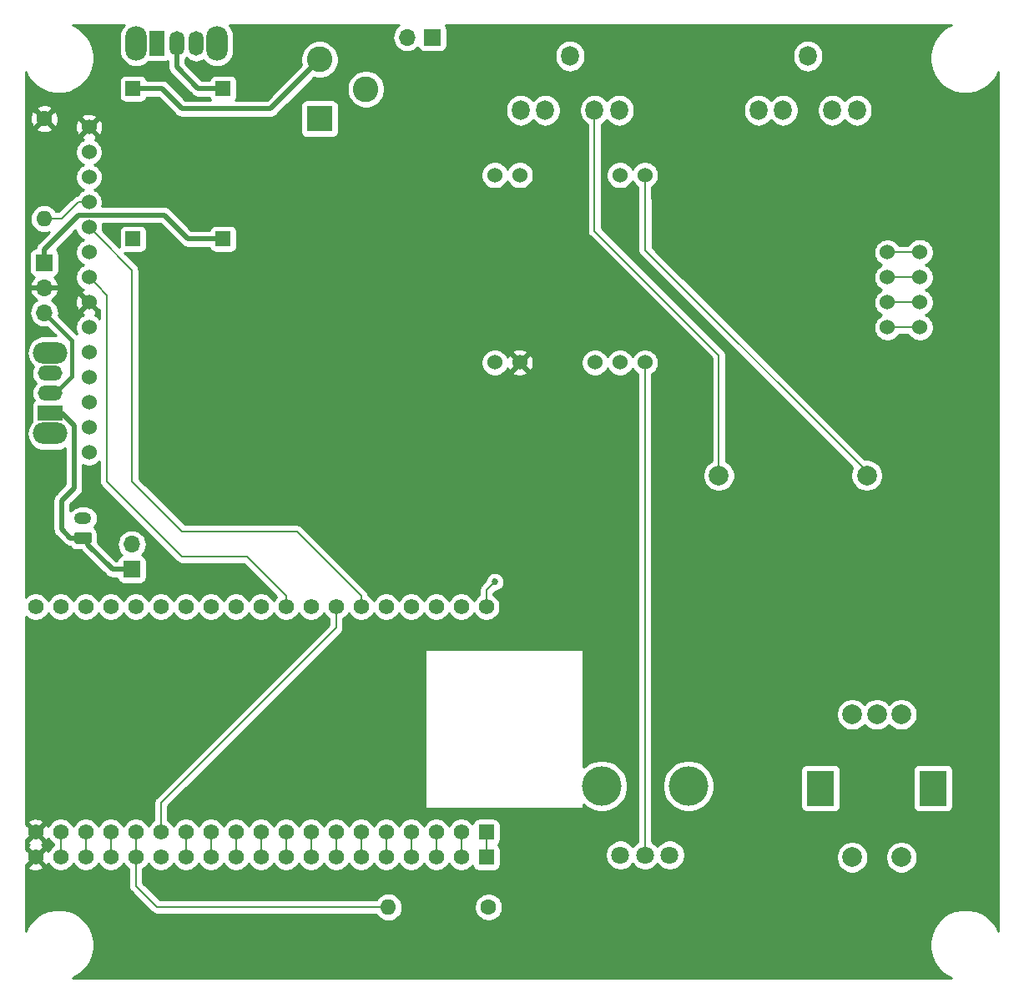
<source format=gbr>
G04 #@! TF.GenerationSoftware,KiCad,Pcbnew,(5.1.4)-1*
G04 #@! TF.CreationDate,2019-11-03T17:56:11-05:00*
G04 #@! TF.ProjectId,MorseTutor4,4d6f7273-6554-4757-946f-72342e6b6963,rev?*
G04 #@! TF.SameCoordinates,Original*
G04 #@! TF.FileFunction,Copper,L2,Bot*
G04 #@! TF.FilePolarity,Positive*
%FSLAX46Y46*%
G04 Gerber Fmt 4.6, Leading zero omitted, Abs format (unit mm)*
G04 Created by KiCad (PCBNEW (5.1.4)-1) date 2019-11-03 17:56:11*
%MOMM*%
%LPD*%
G04 APERTURE LIST*
%ADD10O,1.750000X1.200000*%
%ADD11C,0.100000*%
%ADD12C,1.200000*%
%ADD13C,1.524000*%
%ADD14C,1.560000*%
%ADD15R,1.560000X1.560000*%
%ADD16O,1.800000X2.000000*%
%ADD17C,2.000000*%
%ADD18C,1.600000*%
%ADD19O,1.600000X1.600000*%
%ADD20C,1.800000*%
%ADD21C,4.000000*%
%ADD22R,2.800000X3.600000*%
%ADD23R,2.600000X2.600000*%
%ADD24C,2.600000*%
%ADD25O,1.700000X1.700000*%
%ADD26R,1.700000X1.700000*%
%ADD27R,1.500000X2.500000*%
%ADD28O,1.500000X2.500000*%
%ADD29O,2.200000X3.500000*%
%ADD30O,3.500000X2.200000*%
%ADD31O,2.500000X1.500000*%
%ADD32R,2.500000X1.500000*%
%ADD33R,1.524000X1.524000*%
%ADD34C,0.685800*%
%ADD35C,0.203200*%
%ADD36C,0.508000*%
%ADD37C,0.381000*%
%ADD38C,0.254000*%
G04 APERTURE END LIST*
D10*
X36477000Y-80705000D03*
D11*
G36*
X37126505Y-82106204D02*
G01*
X37150773Y-82109804D01*
X37174572Y-82115765D01*
X37197671Y-82124030D01*
X37219850Y-82134520D01*
X37240893Y-82147132D01*
X37260599Y-82161747D01*
X37278777Y-82178223D01*
X37295253Y-82196401D01*
X37309868Y-82216107D01*
X37322480Y-82237150D01*
X37332970Y-82259329D01*
X37341235Y-82282428D01*
X37347196Y-82306227D01*
X37350796Y-82330495D01*
X37352000Y-82354999D01*
X37352000Y-83055001D01*
X37350796Y-83079505D01*
X37347196Y-83103773D01*
X37341235Y-83127572D01*
X37332970Y-83150671D01*
X37322480Y-83172850D01*
X37309868Y-83193893D01*
X37295253Y-83213599D01*
X37278777Y-83231777D01*
X37260599Y-83248253D01*
X37240893Y-83262868D01*
X37219850Y-83275480D01*
X37197671Y-83285970D01*
X37174572Y-83294235D01*
X37150773Y-83300196D01*
X37126505Y-83303796D01*
X37102001Y-83305000D01*
X35851999Y-83305000D01*
X35827495Y-83303796D01*
X35803227Y-83300196D01*
X35779428Y-83294235D01*
X35756329Y-83285970D01*
X35734150Y-83275480D01*
X35713107Y-83262868D01*
X35693401Y-83248253D01*
X35675223Y-83231777D01*
X35658747Y-83213599D01*
X35644132Y-83193893D01*
X35631520Y-83172850D01*
X35621030Y-83150671D01*
X35612765Y-83127572D01*
X35606804Y-83103773D01*
X35603204Y-83079505D01*
X35602000Y-83055001D01*
X35602000Y-82354999D01*
X35603204Y-82330495D01*
X35606804Y-82306227D01*
X35612765Y-82282428D01*
X35621030Y-82259329D01*
X35631520Y-82237150D01*
X35644132Y-82216107D01*
X35658747Y-82196401D01*
X35675223Y-82178223D01*
X35693401Y-82161747D01*
X35713107Y-82147132D01*
X35734150Y-82134520D01*
X35756329Y-82124030D01*
X35779428Y-82115765D01*
X35803227Y-82109804D01*
X35827495Y-82106204D01*
X35851999Y-82105000D01*
X37102001Y-82105000D01*
X37126505Y-82106204D01*
X37126505Y-82106204D01*
G37*
D12*
X36477000Y-82705000D03*
D13*
X118080000Y-58810000D03*
X118080000Y-56270000D03*
X118080000Y-53730000D03*
X118080000Y-61350000D03*
X37080000Y-58790000D03*
X121380000Y-58790000D03*
X37080000Y-61330000D03*
X37080000Y-63870000D03*
X121380000Y-56250000D03*
X37080000Y-56250000D03*
X37080000Y-68950000D03*
X121380000Y-61330000D03*
X37080000Y-66410000D03*
X37080000Y-43550000D03*
X37080000Y-74030000D03*
X37080000Y-46090000D03*
X121380000Y-53710000D03*
X37080000Y-41010000D03*
X37080000Y-71490000D03*
X37080000Y-51170000D03*
X37080000Y-53710000D03*
X37080000Y-48630000D03*
D14*
X34220000Y-112550000D03*
X72320000Y-112550000D03*
X52000000Y-112550000D03*
X49460000Y-112550000D03*
X39300000Y-112550000D03*
X64700000Y-112550000D03*
X74860000Y-112550000D03*
X57080000Y-112550000D03*
X36760000Y-112550000D03*
X54540000Y-112550000D03*
X31680000Y-112550000D03*
X41840000Y-112550000D03*
X62160000Y-112550000D03*
X69780000Y-112550000D03*
D15*
X77400000Y-112550000D03*
D14*
X67240000Y-112550000D03*
X59620000Y-112550000D03*
X46920000Y-112550000D03*
X44380000Y-112550000D03*
X77400000Y-89690000D03*
X74860000Y-89690000D03*
X72320000Y-89690000D03*
X69780000Y-89690000D03*
X67240000Y-89690000D03*
X64700000Y-89690000D03*
X62160000Y-89690000D03*
X59620000Y-89690000D03*
X57080000Y-89690000D03*
X54540000Y-89690000D03*
X52000000Y-89690000D03*
X49460000Y-89690000D03*
X46920000Y-89690000D03*
X44380000Y-89690000D03*
X41840000Y-89690000D03*
X39300000Y-89690000D03*
X36760000Y-89690000D03*
X34220000Y-89690000D03*
X31680000Y-89690000D03*
X34220000Y-115090000D03*
X36760000Y-115090000D03*
X39300000Y-115090000D03*
X41840000Y-115090000D03*
X44380000Y-115090000D03*
X46920000Y-115090000D03*
X49460000Y-115090000D03*
X52000000Y-115090000D03*
X54540000Y-115090000D03*
X57080000Y-115090000D03*
X59620000Y-115090000D03*
X62160000Y-115090000D03*
X64700000Y-115090000D03*
X67240000Y-115090000D03*
X69780000Y-115090000D03*
X72320000Y-115090000D03*
X31680000Y-115090000D03*
X74860000Y-115090000D03*
D15*
X77400000Y-115090000D03*
D16*
X90880000Y-39310000D03*
X88380000Y-39310000D03*
X80880000Y-39310000D03*
X83380000Y-39310000D03*
X85880000Y-33810000D03*
X110010000Y-33810000D03*
X107510000Y-39310000D03*
X105010000Y-39310000D03*
X112510000Y-39310000D03*
X115010000Y-39310000D03*
D17*
X100986000Y-76355000D03*
X115986000Y-76355000D03*
D18*
X32540000Y-40160000D03*
D19*
X32540000Y-50320000D03*
X67465000Y-120170000D03*
D18*
X77625000Y-120170000D03*
D20*
X91000000Y-114870000D03*
X93500000Y-114870000D03*
X96000000Y-114870000D03*
D21*
X89100000Y-107870000D03*
X97900000Y-107870000D03*
D22*
X122710000Y-108105000D03*
X111310000Y-108105000D03*
D17*
X119510000Y-115105000D03*
X114510000Y-115105000D03*
X119510000Y-100605000D03*
X117010000Y-100605000D03*
X114510000Y-100605000D03*
D13*
X93480000Y-64900000D03*
X90960000Y-64900000D03*
X88420000Y-64900000D03*
X80800000Y-64900000D03*
X78260000Y-64900000D03*
X93480000Y-45900000D03*
X90960000Y-45900000D03*
X80800000Y-45900000D03*
X78260000Y-45900000D03*
D23*
X60480000Y-40160000D03*
D24*
X60480000Y-34160000D03*
X65180000Y-37160000D03*
D25*
X41430000Y-83340000D03*
D26*
X41430000Y-85880000D03*
X71910000Y-31905000D03*
D25*
X69370000Y-31905000D03*
D27*
X43970000Y-32540000D03*
D28*
X45970000Y-32540000D03*
X47970000Y-32540000D03*
D29*
X41870000Y-32540000D03*
X50070000Y-32540000D03*
D30*
X33175000Y-63905000D03*
X33175000Y-72105000D03*
D31*
X33175000Y-66005000D03*
X33175000Y-68005000D03*
D32*
X33175000Y-70005000D03*
D33*
X41557000Y-37112000D03*
X50701000Y-37112000D03*
X41557000Y-52352000D03*
X50701000Y-52352000D03*
D26*
X32540000Y-54765000D03*
D25*
X32540000Y-57305000D03*
X32540000Y-59845000D03*
D34*
X78260006Y-87150000D03*
D35*
X59620000Y-112550000D02*
X59620000Y-115090000D01*
X100986000Y-64156000D02*
X100986000Y-76355000D01*
X88380000Y-39310000D02*
X88380000Y-51550000D01*
X88380000Y-51550000D02*
X100986000Y-64156000D01*
X93480000Y-45900000D02*
X93500000Y-45920000D01*
X93480000Y-45900000D02*
X93480000Y-48395000D01*
X115986000Y-75981000D02*
X115986000Y-76355000D01*
X93500000Y-48415000D02*
X93500000Y-53495000D01*
X93500000Y-53495000D02*
X115986000Y-75981000D01*
X62160000Y-91820000D02*
X62160000Y-89690000D01*
X44380000Y-112550000D02*
X44380000Y-109600000D01*
X44380000Y-109600000D02*
X62160000Y-91820000D01*
X77400000Y-88010006D02*
X77917107Y-87492899D01*
X77917107Y-87492899D02*
X78260006Y-87150000D01*
X77400000Y-89690000D02*
X77400000Y-88010006D01*
X62160000Y-112550000D02*
X62160000Y-115090000D01*
X34332370Y-50320000D02*
X33810000Y-50320000D01*
X36002370Y-48650000D02*
X34332370Y-50320000D01*
X37080000Y-48650000D02*
X36002370Y-48650000D01*
X32540000Y-50320000D02*
X33810000Y-50320000D01*
X41840000Y-112550000D02*
X41840000Y-115090000D01*
X43970000Y-120170000D02*
X67465000Y-120170000D01*
X41840000Y-115090000D02*
X41840000Y-118040000D01*
X41840000Y-118040000D02*
X43970000Y-120170000D01*
X93480000Y-114850000D02*
X93500000Y-114870000D01*
X93480000Y-64900000D02*
X93480000Y-114850000D01*
X37841999Y-51931999D02*
X37080000Y-51170000D01*
X64700000Y-89690000D02*
X64700000Y-88586914D01*
X64700000Y-88586914D02*
X58183086Y-82070000D01*
X58183086Y-82070000D02*
X46510000Y-82070000D01*
X46510000Y-82070000D02*
X41430000Y-76990000D01*
X41430000Y-76990000D02*
X41430000Y-55520000D01*
X41430000Y-55520000D02*
X37841999Y-51931999D01*
X118080000Y-56270000D02*
X121360000Y-56270000D01*
X118080000Y-61330000D02*
X121380000Y-61330000D01*
X37841999Y-57011999D02*
X37080000Y-56250000D01*
X57080000Y-89690000D02*
X57080000Y-88586914D01*
X53103086Y-84610000D02*
X46510000Y-84610000D01*
X46510000Y-84610000D02*
X38890000Y-76990000D01*
X38890000Y-76990000D02*
X38890000Y-58060000D01*
X57080000Y-88586914D02*
X53103086Y-84610000D01*
X38890000Y-58060000D02*
X37841999Y-57011999D01*
X118080000Y-58810000D02*
X121360000Y-58810000D01*
X118080000Y-53730000D02*
X121360000Y-53730000D01*
X77400000Y-113533200D02*
X77400000Y-115090000D01*
X77400000Y-112550000D02*
X77400000Y-113533200D01*
X74860000Y-112550000D02*
X74860000Y-115090000D01*
X72320000Y-112550000D02*
X72320000Y-115090000D01*
X69780000Y-112550000D02*
X69780000Y-115090000D01*
X67240000Y-112550000D02*
X67240000Y-115090000D01*
X64700000Y-112550000D02*
X64700000Y-115090000D01*
X57080000Y-112550000D02*
X57080000Y-115090000D01*
X54540000Y-112550000D02*
X54540000Y-115090000D01*
X52000000Y-112550000D02*
X52000000Y-115090000D01*
X49460000Y-112550000D02*
X49460000Y-115090000D01*
X46920000Y-112550000D02*
X46920000Y-115090000D01*
X39300000Y-112550000D02*
X39300000Y-115090000D01*
X36760000Y-112550000D02*
X36760000Y-115090000D01*
X34220000Y-112550000D02*
X34220000Y-115090000D01*
D36*
X40072000Y-85880000D02*
X41430000Y-85880000D01*
X39460000Y-85880000D02*
X40072000Y-85880000D01*
X36985000Y-83405000D02*
X39460000Y-85880000D01*
X36985000Y-82705000D02*
X36985000Y-83405000D01*
X35207000Y-82705000D02*
X36477000Y-82705000D01*
X32540000Y-70005000D02*
X34298000Y-70005000D01*
X34298000Y-70005000D02*
X35580000Y-71287000D01*
X35580000Y-71287000D02*
X35580000Y-77633000D01*
X35580000Y-77633000D02*
X34318000Y-78895000D01*
X34318000Y-78895000D02*
X34318000Y-81816000D01*
X34318000Y-81816000D02*
X35207000Y-82705000D01*
X44478000Y-37112000D02*
X41557000Y-37112000D01*
X46510000Y-39144000D02*
X44478000Y-37112000D01*
X55496000Y-39144000D02*
X60480000Y-34160000D01*
X46510000Y-39144000D02*
X55496000Y-39144000D01*
X47121402Y-52352000D02*
X50701000Y-52352000D01*
X44720201Y-49950799D02*
X47121402Y-52352000D01*
X35996201Y-49950799D02*
X44720201Y-49950799D01*
X32540000Y-54765000D02*
X32540000Y-53407000D01*
X32540000Y-53407000D02*
X35996201Y-49950799D01*
X48161000Y-37112000D02*
X50701000Y-37112000D01*
X45970000Y-32540000D02*
X45970000Y-34921000D01*
X45970000Y-34921000D02*
X48161000Y-37112000D01*
X33040000Y-68005000D02*
X32540000Y-68005000D01*
X33675000Y-68005000D02*
X33175000Y-68005000D01*
D37*
X35382210Y-66297790D02*
X33675000Y-68005000D01*
X35382210Y-62687210D02*
X35382210Y-66297790D01*
X32540000Y-59845000D02*
X35382210Y-62687210D01*
D38*
G36*
X40420421Y-30921423D02*
G01*
X40259314Y-31222833D01*
X40160105Y-31549882D01*
X40135000Y-31804776D01*
X40135000Y-33275225D01*
X40160105Y-33530119D01*
X40259315Y-33857168D01*
X40420422Y-34158578D01*
X40637235Y-34422766D01*
X40901423Y-34639579D01*
X41202833Y-34800686D01*
X41529882Y-34899895D01*
X41870000Y-34933394D01*
X42210119Y-34899895D01*
X42537168Y-34800686D01*
X42838578Y-34639579D01*
X43102766Y-34422766D01*
X43107504Y-34416992D01*
X43220000Y-34428072D01*
X44720000Y-34428072D01*
X44844482Y-34415812D01*
X44964180Y-34379502D01*
X45074494Y-34320537D01*
X45081001Y-34315197D01*
X45081001Y-34877330D01*
X45076700Y-34921000D01*
X45093864Y-35095274D01*
X45144698Y-35262852D01*
X45214527Y-35393491D01*
X45227248Y-35417291D01*
X45338342Y-35552659D01*
X45372259Y-35580494D01*
X47501504Y-37709740D01*
X47529341Y-37743659D01*
X47664709Y-37854753D01*
X47819149Y-37937303D01*
X47913758Y-37966002D01*
X47986725Y-37988136D01*
X48003325Y-37989771D01*
X48117333Y-38001000D01*
X48117340Y-38001000D01*
X48161000Y-38005300D01*
X48204660Y-38001000D01*
X49313952Y-38001000D01*
X49349498Y-38118180D01*
X49408463Y-38228494D01*
X49430216Y-38255000D01*
X46878236Y-38255000D01*
X45137499Y-36514264D01*
X45109659Y-36480341D01*
X44974291Y-36369247D01*
X44819851Y-36286697D01*
X44652274Y-36235864D01*
X44521667Y-36223000D01*
X44521660Y-36223000D01*
X44478000Y-36218700D01*
X44434340Y-36223000D01*
X42944048Y-36223000D01*
X42908502Y-36105820D01*
X42849537Y-35995506D01*
X42770185Y-35898815D01*
X42673494Y-35819463D01*
X42563180Y-35760498D01*
X42443482Y-35724188D01*
X42319000Y-35711928D01*
X40795000Y-35711928D01*
X40670518Y-35724188D01*
X40550820Y-35760498D01*
X40440506Y-35819463D01*
X40343815Y-35898815D01*
X40264463Y-35995506D01*
X40205498Y-36105820D01*
X40169188Y-36225518D01*
X40156928Y-36350000D01*
X40156928Y-37874000D01*
X40169188Y-37998482D01*
X40205498Y-38118180D01*
X40264463Y-38228494D01*
X40343815Y-38325185D01*
X40440506Y-38404537D01*
X40550820Y-38463502D01*
X40670518Y-38499812D01*
X40795000Y-38512072D01*
X42319000Y-38512072D01*
X42443482Y-38499812D01*
X42563180Y-38463502D01*
X42673494Y-38404537D01*
X42770185Y-38325185D01*
X42849537Y-38228494D01*
X42908502Y-38118180D01*
X42944048Y-38001000D01*
X44109765Y-38001000D01*
X45850506Y-39741742D01*
X45878341Y-39775659D01*
X46013709Y-39886753D01*
X46168149Y-39969303D01*
X46262758Y-39998002D01*
X46335725Y-40020136D01*
X46352325Y-40021771D01*
X46466333Y-40033000D01*
X46466340Y-40033000D01*
X46510000Y-40037300D01*
X46553660Y-40033000D01*
X55452340Y-40033000D01*
X55496000Y-40037300D01*
X55539660Y-40033000D01*
X55539667Y-40033000D01*
X55670274Y-40020136D01*
X55837851Y-39969303D01*
X55992291Y-39886753D01*
X56127659Y-39775659D01*
X56155499Y-39741736D01*
X57037235Y-38860000D01*
X58541928Y-38860000D01*
X58541928Y-41460000D01*
X58554188Y-41584482D01*
X58590498Y-41704180D01*
X58649463Y-41814494D01*
X58728815Y-41911185D01*
X58825506Y-41990537D01*
X58935820Y-42049502D01*
X59055518Y-42085812D01*
X59180000Y-42098072D01*
X61780000Y-42098072D01*
X61904482Y-42085812D01*
X62024180Y-42049502D01*
X62134494Y-41990537D01*
X62231185Y-41911185D01*
X62310537Y-41814494D01*
X62369502Y-41704180D01*
X62405812Y-41584482D01*
X62418072Y-41460000D01*
X62418072Y-39134592D01*
X79345000Y-39134592D01*
X79345000Y-39485407D01*
X79367210Y-39710912D01*
X79454983Y-40000260D01*
X79597519Y-40266926D01*
X79789339Y-40500661D01*
X80023073Y-40692481D01*
X80289739Y-40835017D01*
X80579087Y-40922790D01*
X80880000Y-40952427D01*
X81180912Y-40922790D01*
X81470260Y-40835017D01*
X81736926Y-40692481D01*
X81970661Y-40500661D01*
X82130000Y-40306505D01*
X82289339Y-40500661D01*
X82523073Y-40692481D01*
X82789739Y-40835017D01*
X83079087Y-40922790D01*
X83380000Y-40952427D01*
X83680912Y-40922790D01*
X83970260Y-40835017D01*
X84236926Y-40692481D01*
X84470661Y-40500661D01*
X84662481Y-40266927D01*
X84805017Y-40000261D01*
X84892790Y-39710913D01*
X84915000Y-39485408D01*
X84915000Y-39134593D01*
X84915000Y-39134592D01*
X86845000Y-39134592D01*
X86845000Y-39485407D01*
X86867210Y-39710912D01*
X86954983Y-40000260D01*
X87097519Y-40266926D01*
X87289339Y-40500661D01*
X87523073Y-40692481D01*
X87643400Y-40756797D01*
X87643401Y-51513807D01*
X87639836Y-51550000D01*
X87645672Y-51609247D01*
X87654059Y-51694399D01*
X87666144Y-51734236D01*
X87696178Y-51833247D01*
X87764576Y-51961212D01*
X87804738Y-52010149D01*
X87856626Y-52073375D01*
X87884732Y-52096441D01*
X100249400Y-64461110D01*
X100249401Y-74890398D01*
X100211537Y-74906082D01*
X99943748Y-75085013D01*
X99716013Y-75312748D01*
X99537082Y-75580537D01*
X99413832Y-75878088D01*
X99351000Y-76193967D01*
X99351000Y-76516033D01*
X99413832Y-76831912D01*
X99537082Y-77129463D01*
X99716013Y-77397252D01*
X99943748Y-77624987D01*
X100211537Y-77803918D01*
X100509088Y-77927168D01*
X100824967Y-77990000D01*
X101147033Y-77990000D01*
X101462912Y-77927168D01*
X101760463Y-77803918D01*
X102028252Y-77624987D01*
X102255987Y-77397252D01*
X102434918Y-77129463D01*
X102558168Y-76831912D01*
X102621000Y-76516033D01*
X102621000Y-76193967D01*
X102558168Y-75878088D01*
X102434918Y-75580537D01*
X102255987Y-75312748D01*
X102028252Y-75085013D01*
X101760463Y-74906082D01*
X101722600Y-74890399D01*
X101722600Y-64192175D01*
X101726163Y-64155999D01*
X101722600Y-64119823D01*
X101722600Y-64119814D01*
X101711942Y-64011601D01*
X101669822Y-63872751D01*
X101601424Y-63744787D01*
X101590215Y-63731129D01*
X101532442Y-63660732D01*
X101532437Y-63660727D01*
X101509374Y-63632625D01*
X101481274Y-63609564D01*
X89116600Y-51244891D01*
X89116600Y-45762408D01*
X89563000Y-45762408D01*
X89563000Y-46037592D01*
X89616686Y-46307490D01*
X89721995Y-46561727D01*
X89874880Y-46790535D01*
X90069465Y-46985120D01*
X90298273Y-47138005D01*
X90552510Y-47243314D01*
X90822408Y-47297000D01*
X91097592Y-47297000D01*
X91367490Y-47243314D01*
X91621727Y-47138005D01*
X91850535Y-46985120D01*
X92045120Y-46790535D01*
X92198005Y-46561727D01*
X92220000Y-46508627D01*
X92241995Y-46561727D01*
X92394880Y-46790535D01*
X92589465Y-46985120D01*
X92743400Y-47087977D01*
X92743401Y-48431186D01*
X92754059Y-48539399D01*
X92763400Y-48570192D01*
X92763401Y-53458807D01*
X92759836Y-53495000D01*
X92774059Y-53639398D01*
X92816178Y-53778247D01*
X92863934Y-53867592D01*
X92884577Y-53906213D01*
X92976626Y-54018375D01*
X93004732Y-54041441D01*
X114539784Y-75576494D01*
X114537082Y-75580537D01*
X114413832Y-75878088D01*
X114351000Y-76193967D01*
X114351000Y-76516033D01*
X114413832Y-76831912D01*
X114537082Y-77129463D01*
X114716013Y-77397252D01*
X114943748Y-77624987D01*
X115211537Y-77803918D01*
X115509088Y-77927168D01*
X115824967Y-77990000D01*
X116147033Y-77990000D01*
X116462912Y-77927168D01*
X116760463Y-77803918D01*
X117028252Y-77624987D01*
X117255987Y-77397252D01*
X117434918Y-77129463D01*
X117558168Y-76831912D01*
X117621000Y-76516033D01*
X117621000Y-76193967D01*
X117558168Y-75878088D01*
X117434918Y-75580537D01*
X117255987Y-75312748D01*
X117028252Y-75085013D01*
X116760463Y-74906082D01*
X116462912Y-74782832D01*
X116147033Y-74720000D01*
X115824967Y-74720000D01*
X115776375Y-74729665D01*
X94639118Y-53592408D01*
X116683000Y-53592408D01*
X116683000Y-53867592D01*
X116736686Y-54137490D01*
X116841995Y-54391727D01*
X116994880Y-54620535D01*
X117189465Y-54815120D01*
X117418273Y-54968005D01*
X117495515Y-55000000D01*
X117418273Y-55031995D01*
X117189465Y-55184880D01*
X116994880Y-55379465D01*
X116841995Y-55608273D01*
X116736686Y-55862510D01*
X116683000Y-56132408D01*
X116683000Y-56407592D01*
X116736686Y-56677490D01*
X116841995Y-56931727D01*
X116994880Y-57160535D01*
X117189465Y-57355120D01*
X117418273Y-57508005D01*
X117495515Y-57540000D01*
X117418273Y-57571995D01*
X117189465Y-57724880D01*
X116994880Y-57919465D01*
X116841995Y-58148273D01*
X116736686Y-58402510D01*
X116683000Y-58672408D01*
X116683000Y-58947592D01*
X116736686Y-59217490D01*
X116841995Y-59471727D01*
X116994880Y-59700535D01*
X117189465Y-59895120D01*
X117418273Y-60048005D01*
X117495515Y-60080000D01*
X117418273Y-60111995D01*
X117189465Y-60264880D01*
X116994880Y-60459465D01*
X116841995Y-60688273D01*
X116736686Y-60942510D01*
X116683000Y-61212408D01*
X116683000Y-61487592D01*
X116736686Y-61757490D01*
X116841995Y-62011727D01*
X116994880Y-62240535D01*
X117189465Y-62435120D01*
X117418273Y-62588005D01*
X117672510Y-62693314D01*
X117942408Y-62747000D01*
X118217592Y-62747000D01*
X118487490Y-62693314D01*
X118741727Y-62588005D01*
X118970535Y-62435120D01*
X119165120Y-62240535D01*
X119281340Y-62066600D01*
X120192024Y-62066600D01*
X120294880Y-62220535D01*
X120489465Y-62415120D01*
X120718273Y-62568005D01*
X120972510Y-62673314D01*
X121242408Y-62727000D01*
X121517592Y-62727000D01*
X121787490Y-62673314D01*
X122041727Y-62568005D01*
X122270535Y-62415120D01*
X122465120Y-62220535D01*
X122618005Y-61991727D01*
X122723314Y-61737490D01*
X122777000Y-61467592D01*
X122777000Y-61192408D01*
X122723314Y-60922510D01*
X122618005Y-60668273D01*
X122465120Y-60439465D01*
X122270535Y-60244880D01*
X122041727Y-60091995D01*
X121964485Y-60060000D01*
X122041727Y-60028005D01*
X122270535Y-59875120D01*
X122465120Y-59680535D01*
X122618005Y-59451727D01*
X122723314Y-59197490D01*
X122777000Y-58927592D01*
X122777000Y-58652408D01*
X122723314Y-58382510D01*
X122618005Y-58128273D01*
X122465120Y-57899465D01*
X122270535Y-57704880D01*
X122041727Y-57551995D01*
X121964485Y-57520000D01*
X122041727Y-57488005D01*
X122270535Y-57335120D01*
X122465120Y-57140535D01*
X122618005Y-56911727D01*
X122723314Y-56657490D01*
X122777000Y-56387592D01*
X122777000Y-56112408D01*
X122723314Y-55842510D01*
X122618005Y-55588273D01*
X122465120Y-55359465D01*
X122270535Y-55164880D01*
X122041727Y-55011995D01*
X121964485Y-54980000D01*
X122041727Y-54948005D01*
X122270535Y-54795120D01*
X122465120Y-54600535D01*
X122618005Y-54371727D01*
X122723314Y-54117490D01*
X122777000Y-53847592D01*
X122777000Y-53572408D01*
X122723314Y-53302510D01*
X122618005Y-53048273D01*
X122465120Y-52819465D01*
X122270535Y-52624880D01*
X122041727Y-52471995D01*
X121787490Y-52366686D01*
X121517592Y-52313000D01*
X121242408Y-52313000D01*
X120972510Y-52366686D01*
X120718273Y-52471995D01*
X120489465Y-52624880D01*
X120294880Y-52819465D01*
X120178660Y-52993400D01*
X119267976Y-52993400D01*
X119165120Y-52839465D01*
X118970535Y-52644880D01*
X118741727Y-52491995D01*
X118487490Y-52386686D01*
X118217592Y-52333000D01*
X117942408Y-52333000D01*
X117672510Y-52386686D01*
X117418273Y-52491995D01*
X117189465Y-52644880D01*
X116994880Y-52839465D01*
X116841995Y-53068273D01*
X116736686Y-53322510D01*
X116683000Y-53592408D01*
X94639118Y-53592408D01*
X94236600Y-53189891D01*
X94236600Y-48378814D01*
X94225942Y-48270601D01*
X94216600Y-48239805D01*
X94216600Y-47087976D01*
X94370535Y-46985120D01*
X94565120Y-46790535D01*
X94718005Y-46561727D01*
X94823314Y-46307490D01*
X94877000Y-46037592D01*
X94877000Y-45762408D01*
X94823314Y-45492510D01*
X94718005Y-45238273D01*
X94565120Y-45009465D01*
X94370535Y-44814880D01*
X94141727Y-44661995D01*
X93887490Y-44556686D01*
X93617592Y-44503000D01*
X93342408Y-44503000D01*
X93072510Y-44556686D01*
X92818273Y-44661995D01*
X92589465Y-44814880D01*
X92394880Y-45009465D01*
X92241995Y-45238273D01*
X92220000Y-45291373D01*
X92198005Y-45238273D01*
X92045120Y-45009465D01*
X91850535Y-44814880D01*
X91621727Y-44661995D01*
X91367490Y-44556686D01*
X91097592Y-44503000D01*
X90822408Y-44503000D01*
X90552510Y-44556686D01*
X90298273Y-44661995D01*
X90069465Y-44814880D01*
X89874880Y-45009465D01*
X89721995Y-45238273D01*
X89616686Y-45492510D01*
X89563000Y-45762408D01*
X89116600Y-45762408D01*
X89116600Y-40756797D01*
X89236926Y-40692481D01*
X89470661Y-40500661D01*
X89630000Y-40306505D01*
X89789339Y-40500661D01*
X90023073Y-40692481D01*
X90289739Y-40835017D01*
X90579087Y-40922790D01*
X90880000Y-40952427D01*
X91180912Y-40922790D01*
X91470260Y-40835017D01*
X91736926Y-40692481D01*
X91970661Y-40500661D01*
X92162481Y-40266927D01*
X92305017Y-40000261D01*
X92392790Y-39710913D01*
X92415000Y-39485408D01*
X92415000Y-39134593D01*
X92415000Y-39134592D01*
X103475000Y-39134592D01*
X103475000Y-39485407D01*
X103497210Y-39710912D01*
X103584983Y-40000260D01*
X103727519Y-40266926D01*
X103919339Y-40500661D01*
X104153073Y-40692481D01*
X104419739Y-40835017D01*
X104709087Y-40922790D01*
X105010000Y-40952427D01*
X105310912Y-40922790D01*
X105600260Y-40835017D01*
X105866926Y-40692481D01*
X106100661Y-40500661D01*
X106260000Y-40306505D01*
X106419339Y-40500661D01*
X106653073Y-40692481D01*
X106919739Y-40835017D01*
X107209087Y-40922790D01*
X107510000Y-40952427D01*
X107810912Y-40922790D01*
X108100260Y-40835017D01*
X108366926Y-40692481D01*
X108600661Y-40500661D01*
X108792481Y-40266927D01*
X108935017Y-40000261D01*
X109022790Y-39710913D01*
X109045000Y-39485408D01*
X109045000Y-39134593D01*
X109045000Y-39134592D01*
X110975000Y-39134592D01*
X110975000Y-39485407D01*
X110997210Y-39710912D01*
X111084983Y-40000260D01*
X111227519Y-40266926D01*
X111419339Y-40500661D01*
X111653073Y-40692481D01*
X111919739Y-40835017D01*
X112209087Y-40922790D01*
X112510000Y-40952427D01*
X112810912Y-40922790D01*
X113100260Y-40835017D01*
X113366926Y-40692481D01*
X113600661Y-40500661D01*
X113760000Y-40306505D01*
X113919339Y-40500661D01*
X114153073Y-40692481D01*
X114419739Y-40835017D01*
X114709087Y-40922790D01*
X115010000Y-40952427D01*
X115310912Y-40922790D01*
X115600260Y-40835017D01*
X115866926Y-40692481D01*
X116100661Y-40500661D01*
X116292481Y-40266927D01*
X116435017Y-40000261D01*
X116522790Y-39710913D01*
X116545000Y-39485408D01*
X116545000Y-39134593D01*
X116522790Y-38909088D01*
X116435017Y-38619740D01*
X116292481Y-38353073D01*
X116100661Y-38119339D01*
X115866927Y-37927519D01*
X115600261Y-37784983D01*
X115310913Y-37697210D01*
X115010000Y-37667573D01*
X114709088Y-37697210D01*
X114419740Y-37784983D01*
X114153074Y-37927519D01*
X113919339Y-38119339D01*
X113760000Y-38313495D01*
X113600661Y-38119339D01*
X113366927Y-37927519D01*
X113100261Y-37784983D01*
X112810913Y-37697210D01*
X112510000Y-37667573D01*
X112209088Y-37697210D01*
X111919740Y-37784983D01*
X111653074Y-37927519D01*
X111419339Y-38119339D01*
X111227519Y-38353073D01*
X111084983Y-38619739D01*
X110997210Y-38909087D01*
X110975000Y-39134592D01*
X109045000Y-39134592D01*
X109022790Y-38909088D01*
X108935017Y-38619740D01*
X108792481Y-38353073D01*
X108600661Y-38119339D01*
X108366927Y-37927519D01*
X108100261Y-37784983D01*
X107810913Y-37697210D01*
X107510000Y-37667573D01*
X107209088Y-37697210D01*
X106919740Y-37784983D01*
X106653074Y-37927519D01*
X106419339Y-38119339D01*
X106260000Y-38313495D01*
X106100661Y-38119339D01*
X105866927Y-37927519D01*
X105600261Y-37784983D01*
X105310913Y-37697210D01*
X105010000Y-37667573D01*
X104709088Y-37697210D01*
X104419740Y-37784983D01*
X104153074Y-37927519D01*
X103919339Y-38119339D01*
X103727519Y-38353073D01*
X103584983Y-38619739D01*
X103497210Y-38909087D01*
X103475000Y-39134592D01*
X92415000Y-39134592D01*
X92392790Y-38909088D01*
X92305017Y-38619740D01*
X92162481Y-38353073D01*
X91970661Y-38119339D01*
X91736927Y-37927519D01*
X91470261Y-37784983D01*
X91180913Y-37697210D01*
X90880000Y-37667573D01*
X90579088Y-37697210D01*
X90289740Y-37784983D01*
X90023074Y-37927519D01*
X89789339Y-38119339D01*
X89630000Y-38313495D01*
X89470661Y-38119339D01*
X89236927Y-37927519D01*
X88970261Y-37784983D01*
X88680913Y-37697210D01*
X88380000Y-37667573D01*
X88079088Y-37697210D01*
X87789740Y-37784983D01*
X87523074Y-37927519D01*
X87289339Y-38119339D01*
X87097519Y-38353073D01*
X86954983Y-38619739D01*
X86867210Y-38909087D01*
X86845000Y-39134592D01*
X84915000Y-39134592D01*
X84892790Y-38909088D01*
X84805017Y-38619740D01*
X84662481Y-38353073D01*
X84470661Y-38119339D01*
X84236927Y-37927519D01*
X83970261Y-37784983D01*
X83680913Y-37697210D01*
X83380000Y-37667573D01*
X83079088Y-37697210D01*
X82789740Y-37784983D01*
X82523074Y-37927519D01*
X82289339Y-38119339D01*
X82130000Y-38313495D01*
X81970661Y-38119339D01*
X81736927Y-37927519D01*
X81470261Y-37784983D01*
X81180913Y-37697210D01*
X80880000Y-37667573D01*
X80579088Y-37697210D01*
X80289740Y-37784983D01*
X80023074Y-37927519D01*
X79789339Y-38119339D01*
X79597519Y-38353073D01*
X79454983Y-38619739D01*
X79367210Y-38909087D01*
X79345000Y-39134592D01*
X62418072Y-39134592D01*
X62418072Y-38860000D01*
X62405812Y-38735518D01*
X62369502Y-38615820D01*
X62310537Y-38505506D01*
X62231185Y-38408815D01*
X62134494Y-38329463D01*
X62024180Y-38270498D01*
X61904482Y-38234188D01*
X61780000Y-38221928D01*
X59180000Y-38221928D01*
X59055518Y-38234188D01*
X58935820Y-38270498D01*
X58825506Y-38329463D01*
X58728815Y-38408815D01*
X58649463Y-38505506D01*
X58590498Y-38615820D01*
X58554188Y-38735518D01*
X58541928Y-38860000D01*
X57037235Y-38860000D01*
X58927816Y-36969419D01*
X63245000Y-36969419D01*
X63245000Y-37350581D01*
X63319361Y-37724419D01*
X63465225Y-38076566D01*
X63676987Y-38393491D01*
X63946509Y-38663013D01*
X64263434Y-38874775D01*
X64615581Y-39020639D01*
X64989419Y-39095000D01*
X65370581Y-39095000D01*
X65744419Y-39020639D01*
X66096566Y-38874775D01*
X66413491Y-38663013D01*
X66683013Y-38393491D01*
X66894775Y-38076566D01*
X67040639Y-37724419D01*
X67115000Y-37350581D01*
X67115000Y-36969419D01*
X67040639Y-36595581D01*
X66894775Y-36243434D01*
X66683013Y-35926509D01*
X66413491Y-35656987D01*
X66096566Y-35445225D01*
X65744419Y-35299361D01*
X65370581Y-35225000D01*
X64989419Y-35225000D01*
X64615581Y-35299361D01*
X64263434Y-35445225D01*
X63946509Y-35656987D01*
X63676987Y-35926509D01*
X63465225Y-36243434D01*
X63319361Y-36595581D01*
X63245000Y-36969419D01*
X58927816Y-36969419D01*
X59888014Y-36009221D01*
X59915581Y-36020639D01*
X60289419Y-36095000D01*
X60670581Y-36095000D01*
X61044419Y-36020639D01*
X61396566Y-35874775D01*
X61713491Y-35663013D01*
X61983013Y-35393491D01*
X62194775Y-35076566D01*
X62340639Y-34724419D01*
X62415000Y-34350581D01*
X62415000Y-33969419D01*
X62348399Y-33634592D01*
X84345000Y-33634592D01*
X84345000Y-33985407D01*
X84367210Y-34210912D01*
X84454983Y-34500260D01*
X84597519Y-34766926D01*
X84789339Y-35000661D01*
X85023073Y-35192481D01*
X85289739Y-35335017D01*
X85579087Y-35422790D01*
X85880000Y-35452427D01*
X86180912Y-35422790D01*
X86470260Y-35335017D01*
X86736926Y-35192481D01*
X86970661Y-35000661D01*
X87162481Y-34766927D01*
X87305017Y-34500261D01*
X87392790Y-34210913D01*
X87415000Y-33985408D01*
X87415000Y-33634593D01*
X87415000Y-33634592D01*
X108475000Y-33634592D01*
X108475000Y-33985407D01*
X108497210Y-34210912D01*
X108584983Y-34500260D01*
X108727519Y-34766926D01*
X108919339Y-35000661D01*
X109153073Y-35192481D01*
X109419739Y-35335017D01*
X109709087Y-35422790D01*
X110010000Y-35452427D01*
X110310912Y-35422790D01*
X110600260Y-35335017D01*
X110866926Y-35192481D01*
X111100661Y-35000661D01*
X111292481Y-34766927D01*
X111435017Y-34500261D01*
X111522790Y-34210913D01*
X111545000Y-33985408D01*
X111545000Y-33634593D01*
X111522790Y-33409088D01*
X111435017Y-33119740D01*
X111292481Y-32853073D01*
X111100661Y-32619339D01*
X110866927Y-32427519D01*
X110600261Y-32284983D01*
X110310913Y-32197210D01*
X110010000Y-32167573D01*
X109709088Y-32197210D01*
X109419740Y-32284983D01*
X109153074Y-32427519D01*
X108919339Y-32619339D01*
X108727519Y-32853073D01*
X108584983Y-33119739D01*
X108497210Y-33409087D01*
X108475000Y-33634592D01*
X87415000Y-33634592D01*
X87392790Y-33409088D01*
X87305017Y-33119740D01*
X87162481Y-32853073D01*
X86970661Y-32619339D01*
X86736927Y-32427519D01*
X86470261Y-32284983D01*
X86180913Y-32197210D01*
X85880000Y-32167573D01*
X85579088Y-32197210D01*
X85289740Y-32284983D01*
X85023074Y-32427519D01*
X84789339Y-32619339D01*
X84597519Y-32853073D01*
X84454983Y-33119739D01*
X84367210Y-33409087D01*
X84345000Y-33634592D01*
X62348399Y-33634592D01*
X62340639Y-33595581D01*
X62194775Y-33243434D01*
X61983013Y-32926509D01*
X61713491Y-32656987D01*
X61396566Y-32445225D01*
X61044419Y-32299361D01*
X60670581Y-32225000D01*
X60289419Y-32225000D01*
X59915581Y-32299361D01*
X59563434Y-32445225D01*
X59246509Y-32656987D01*
X58976987Y-32926509D01*
X58765225Y-33243434D01*
X58619361Y-33595581D01*
X58545000Y-33969419D01*
X58545000Y-34350581D01*
X58619361Y-34724419D01*
X58630779Y-34751986D01*
X55127765Y-38255000D01*
X51971784Y-38255000D01*
X51993537Y-38228494D01*
X52052502Y-38118180D01*
X52088812Y-37998482D01*
X52101072Y-37874000D01*
X52101072Y-36350000D01*
X52088812Y-36225518D01*
X52052502Y-36105820D01*
X51993537Y-35995506D01*
X51914185Y-35898815D01*
X51817494Y-35819463D01*
X51707180Y-35760498D01*
X51587482Y-35724188D01*
X51463000Y-35711928D01*
X49939000Y-35711928D01*
X49814518Y-35724188D01*
X49694820Y-35760498D01*
X49584506Y-35819463D01*
X49487815Y-35898815D01*
X49408463Y-35995506D01*
X49349498Y-36105820D01*
X49313952Y-36223000D01*
X48529236Y-36223000D01*
X46859000Y-34552765D01*
X46859000Y-34102112D01*
X46954081Y-34024081D01*
X46970000Y-34004683D01*
X46985920Y-34024081D01*
X47196813Y-34197157D01*
X47437420Y-34325764D01*
X47698494Y-34404960D01*
X47970000Y-34431701D01*
X48241507Y-34404960D01*
X48502581Y-34325764D01*
X48679862Y-34231006D01*
X48837235Y-34422766D01*
X49101423Y-34639579D01*
X49402833Y-34800686D01*
X49729882Y-34899895D01*
X50070000Y-34933394D01*
X50410119Y-34899895D01*
X50737168Y-34800686D01*
X51038578Y-34639579D01*
X51302766Y-34422766D01*
X51519579Y-34158578D01*
X51680686Y-33857168D01*
X51779895Y-33530119D01*
X51805000Y-33275225D01*
X51805000Y-31804775D01*
X51779895Y-31549881D01*
X51680686Y-31222832D01*
X51519579Y-30921422D01*
X51305036Y-30660000D01*
X68549020Y-30660000D01*
X68540986Y-30664294D01*
X68314866Y-30849866D01*
X68129294Y-31075986D01*
X67991401Y-31333966D01*
X67906487Y-31613889D01*
X67877815Y-31905000D01*
X67906487Y-32196111D01*
X67991401Y-32476034D01*
X68129294Y-32734014D01*
X68314866Y-32960134D01*
X68540986Y-33145706D01*
X68798966Y-33283599D01*
X69078889Y-33368513D01*
X69297050Y-33390000D01*
X69442950Y-33390000D01*
X69661111Y-33368513D01*
X69941034Y-33283599D01*
X70199014Y-33145706D01*
X70425134Y-32960134D01*
X70449607Y-32930313D01*
X70470498Y-32999180D01*
X70529463Y-33109494D01*
X70608815Y-33206185D01*
X70705506Y-33285537D01*
X70815820Y-33344502D01*
X70935518Y-33380812D01*
X71060000Y-33393072D01*
X72760000Y-33393072D01*
X72884482Y-33380812D01*
X73004180Y-33344502D01*
X73114494Y-33285537D01*
X73211185Y-33206185D01*
X73290537Y-33109494D01*
X73349502Y-32999180D01*
X73385812Y-32879482D01*
X73398072Y-32755000D01*
X73398072Y-31055000D01*
X73385812Y-30930518D01*
X73349502Y-30810820D01*
X73290537Y-30700506D01*
X73257295Y-30660000D01*
X124585664Y-30660000D01*
X124281971Y-30785794D01*
X123687922Y-31182725D01*
X123182725Y-31687922D01*
X122785794Y-32281971D01*
X122512383Y-32942043D01*
X122373000Y-33642772D01*
X122373000Y-34357228D01*
X122512383Y-35057957D01*
X122785794Y-35718029D01*
X123182725Y-36312078D01*
X123687922Y-36817275D01*
X124281971Y-37214206D01*
X124942043Y-37487617D01*
X125642772Y-37627000D01*
X126357228Y-37627000D01*
X127057957Y-37487617D01*
X127718029Y-37214206D01*
X128312078Y-36817275D01*
X128817275Y-36312078D01*
X129214206Y-35718029D01*
X129340000Y-35414336D01*
X129340001Y-122585667D01*
X129214206Y-122281971D01*
X128817275Y-121687922D01*
X128312078Y-121182725D01*
X127718029Y-120785794D01*
X127057957Y-120512383D01*
X126357228Y-120373000D01*
X125642772Y-120373000D01*
X124942043Y-120512383D01*
X124281971Y-120785794D01*
X123687922Y-121182725D01*
X123182725Y-121687922D01*
X122785794Y-122281971D01*
X122512383Y-122942043D01*
X122373000Y-123642772D01*
X122373000Y-124357228D01*
X122512383Y-125057957D01*
X122785794Y-125718029D01*
X123182725Y-126312078D01*
X123687922Y-126817275D01*
X124281971Y-127214206D01*
X124585664Y-127340000D01*
X35414336Y-127340000D01*
X35718029Y-127214206D01*
X36312078Y-126817275D01*
X36817275Y-126312078D01*
X37214206Y-125718029D01*
X37487617Y-125057957D01*
X37627000Y-124357228D01*
X37627000Y-123642772D01*
X37487617Y-122942043D01*
X37214206Y-122281971D01*
X36817275Y-121687922D01*
X36312078Y-121182725D01*
X35718029Y-120785794D01*
X35057957Y-120512383D01*
X34357228Y-120373000D01*
X33642772Y-120373000D01*
X32942043Y-120512383D01*
X32281971Y-120785794D01*
X31687922Y-121182725D01*
X31182725Y-121687922D01*
X30785794Y-122281971D01*
X30660000Y-122585664D01*
X30660000Y-116068421D01*
X30881184Y-116068421D01*
X30950345Y-116310349D01*
X31202443Y-116429248D01*
X31472894Y-116496681D01*
X31751303Y-116510057D01*
X32026972Y-116468860D01*
X32289308Y-116374675D01*
X32409655Y-116310349D01*
X32478816Y-116068421D01*
X31680000Y-115269605D01*
X30881184Y-116068421D01*
X30660000Y-116068421D01*
X30660000Y-115876930D01*
X30701579Y-115888816D01*
X31500395Y-115090000D01*
X30701579Y-114291184D01*
X30660000Y-114303070D01*
X30660000Y-113528421D01*
X30881184Y-113528421D01*
X30950345Y-113770349D01*
X31049041Y-113816898D01*
X30950345Y-113869651D01*
X30881184Y-114111579D01*
X31680000Y-114910395D01*
X32478816Y-114111579D01*
X32409655Y-113869651D01*
X32310959Y-113823102D01*
X32409655Y-113770349D01*
X32478816Y-113528421D01*
X31680000Y-112729605D01*
X30881184Y-113528421D01*
X30660000Y-113528421D01*
X30660000Y-113336930D01*
X30701579Y-113348816D01*
X31500395Y-112550000D01*
X30701579Y-111751184D01*
X30660000Y-111763070D01*
X30660000Y-111571579D01*
X30881184Y-111571579D01*
X31680000Y-112370395D01*
X32478816Y-111571579D01*
X32409655Y-111329651D01*
X32157557Y-111210752D01*
X31887106Y-111143319D01*
X31608697Y-111129943D01*
X31333028Y-111171140D01*
X31070692Y-111265325D01*
X30950345Y-111329651D01*
X30881184Y-111571579D01*
X30660000Y-111571579D01*
X30660000Y-90671113D01*
X30777990Y-90789103D01*
X31009746Y-90943957D01*
X31267260Y-91050623D01*
X31540635Y-91105000D01*
X31819365Y-91105000D01*
X32092740Y-91050623D01*
X32350254Y-90943957D01*
X32582010Y-90789103D01*
X32779103Y-90592010D01*
X32933957Y-90360254D01*
X32950000Y-90321523D01*
X32966043Y-90360254D01*
X33120897Y-90592010D01*
X33317990Y-90789103D01*
X33549746Y-90943957D01*
X33807260Y-91050623D01*
X34080635Y-91105000D01*
X34359365Y-91105000D01*
X34632740Y-91050623D01*
X34890254Y-90943957D01*
X35122010Y-90789103D01*
X35319103Y-90592010D01*
X35473957Y-90360254D01*
X35490000Y-90321523D01*
X35506043Y-90360254D01*
X35660897Y-90592010D01*
X35857990Y-90789103D01*
X36089746Y-90943957D01*
X36347260Y-91050623D01*
X36620635Y-91105000D01*
X36899365Y-91105000D01*
X37172740Y-91050623D01*
X37430254Y-90943957D01*
X37662010Y-90789103D01*
X37859103Y-90592010D01*
X38013957Y-90360254D01*
X38030000Y-90321523D01*
X38046043Y-90360254D01*
X38200897Y-90592010D01*
X38397990Y-90789103D01*
X38629746Y-90943957D01*
X38887260Y-91050623D01*
X39160635Y-91105000D01*
X39439365Y-91105000D01*
X39712740Y-91050623D01*
X39970254Y-90943957D01*
X40202010Y-90789103D01*
X40399103Y-90592010D01*
X40553957Y-90360254D01*
X40570000Y-90321523D01*
X40586043Y-90360254D01*
X40740897Y-90592010D01*
X40937990Y-90789103D01*
X41169746Y-90943957D01*
X41427260Y-91050623D01*
X41700635Y-91105000D01*
X41979365Y-91105000D01*
X42252740Y-91050623D01*
X42510254Y-90943957D01*
X42742010Y-90789103D01*
X42939103Y-90592010D01*
X43093957Y-90360254D01*
X43110000Y-90321523D01*
X43126043Y-90360254D01*
X43280897Y-90592010D01*
X43477990Y-90789103D01*
X43709746Y-90943957D01*
X43967260Y-91050623D01*
X44240635Y-91105000D01*
X44519365Y-91105000D01*
X44792740Y-91050623D01*
X45050254Y-90943957D01*
X45282010Y-90789103D01*
X45479103Y-90592010D01*
X45633957Y-90360254D01*
X45650000Y-90321523D01*
X45666043Y-90360254D01*
X45820897Y-90592010D01*
X46017990Y-90789103D01*
X46249746Y-90943957D01*
X46507260Y-91050623D01*
X46780635Y-91105000D01*
X47059365Y-91105000D01*
X47332740Y-91050623D01*
X47590254Y-90943957D01*
X47822010Y-90789103D01*
X48019103Y-90592010D01*
X48173957Y-90360254D01*
X48190000Y-90321523D01*
X48206043Y-90360254D01*
X48360897Y-90592010D01*
X48557990Y-90789103D01*
X48789746Y-90943957D01*
X49047260Y-91050623D01*
X49320635Y-91105000D01*
X49599365Y-91105000D01*
X49872740Y-91050623D01*
X50130254Y-90943957D01*
X50362010Y-90789103D01*
X50559103Y-90592010D01*
X50713957Y-90360254D01*
X50730000Y-90321523D01*
X50746043Y-90360254D01*
X50900897Y-90592010D01*
X51097990Y-90789103D01*
X51329746Y-90943957D01*
X51587260Y-91050623D01*
X51860635Y-91105000D01*
X52139365Y-91105000D01*
X52412740Y-91050623D01*
X52670254Y-90943957D01*
X52902010Y-90789103D01*
X53099103Y-90592010D01*
X53253957Y-90360254D01*
X53270000Y-90321523D01*
X53286043Y-90360254D01*
X53440897Y-90592010D01*
X53637990Y-90789103D01*
X53869746Y-90943957D01*
X54127260Y-91050623D01*
X54400635Y-91105000D01*
X54679365Y-91105000D01*
X54952740Y-91050623D01*
X55210254Y-90943957D01*
X55442010Y-90789103D01*
X55639103Y-90592010D01*
X55793957Y-90360254D01*
X55810000Y-90321523D01*
X55826043Y-90360254D01*
X55980897Y-90592010D01*
X56177990Y-90789103D01*
X56409746Y-90943957D01*
X56667260Y-91050623D01*
X56940635Y-91105000D01*
X57219365Y-91105000D01*
X57492740Y-91050623D01*
X57750254Y-90943957D01*
X57982010Y-90789103D01*
X58179103Y-90592010D01*
X58333957Y-90360254D01*
X58350000Y-90321523D01*
X58366043Y-90360254D01*
X58520897Y-90592010D01*
X58717990Y-90789103D01*
X58949746Y-90943957D01*
X59207260Y-91050623D01*
X59480635Y-91105000D01*
X59759365Y-91105000D01*
X60032740Y-91050623D01*
X60290254Y-90943957D01*
X60522010Y-90789103D01*
X60719103Y-90592010D01*
X60873957Y-90360254D01*
X60890000Y-90321523D01*
X60906043Y-90360254D01*
X61060897Y-90592010D01*
X61257990Y-90789103D01*
X61423400Y-90899626D01*
X61423400Y-91514890D01*
X43884732Y-109053559D01*
X43856626Y-109076625D01*
X43833560Y-109104731D01*
X43833558Y-109104733D01*
X43764576Y-109188788D01*
X43696178Y-109316753D01*
X43654059Y-109455602D01*
X43639836Y-109600000D01*
X43643401Y-109636193D01*
X43643400Y-111340374D01*
X43477990Y-111450897D01*
X43280897Y-111647990D01*
X43126043Y-111879746D01*
X43110000Y-111918477D01*
X43093957Y-111879746D01*
X42939103Y-111647990D01*
X42742010Y-111450897D01*
X42510254Y-111296043D01*
X42252740Y-111189377D01*
X41979365Y-111135000D01*
X41700635Y-111135000D01*
X41427260Y-111189377D01*
X41169746Y-111296043D01*
X40937990Y-111450897D01*
X40740897Y-111647990D01*
X40586043Y-111879746D01*
X40570000Y-111918477D01*
X40553957Y-111879746D01*
X40399103Y-111647990D01*
X40202010Y-111450897D01*
X39970254Y-111296043D01*
X39712740Y-111189377D01*
X39439365Y-111135000D01*
X39160635Y-111135000D01*
X38887260Y-111189377D01*
X38629746Y-111296043D01*
X38397990Y-111450897D01*
X38200897Y-111647990D01*
X38046043Y-111879746D01*
X38030000Y-111918477D01*
X38013957Y-111879746D01*
X37859103Y-111647990D01*
X37662010Y-111450897D01*
X37430254Y-111296043D01*
X37172740Y-111189377D01*
X36899365Y-111135000D01*
X36620635Y-111135000D01*
X36347260Y-111189377D01*
X36089746Y-111296043D01*
X35857990Y-111450897D01*
X35660897Y-111647990D01*
X35506043Y-111879746D01*
X35490000Y-111918477D01*
X35473957Y-111879746D01*
X35319103Y-111647990D01*
X35122010Y-111450897D01*
X34890254Y-111296043D01*
X34632740Y-111189377D01*
X34359365Y-111135000D01*
X34080635Y-111135000D01*
X33807260Y-111189377D01*
X33549746Y-111296043D01*
X33317990Y-111450897D01*
X33120897Y-111647990D01*
X32966043Y-111879746D01*
X32951223Y-111915525D01*
X32900349Y-111820345D01*
X32658421Y-111751184D01*
X31859605Y-112550000D01*
X32658421Y-113348816D01*
X32900349Y-113279655D01*
X32948425Y-113177721D01*
X32966043Y-113220254D01*
X33120897Y-113452010D01*
X33317990Y-113649103D01*
X33483400Y-113759626D01*
X33483401Y-113880374D01*
X33317990Y-113990897D01*
X33120897Y-114187990D01*
X32966043Y-114419746D01*
X32951223Y-114455525D01*
X32900349Y-114360345D01*
X32658421Y-114291184D01*
X31859605Y-115090000D01*
X32658421Y-115888816D01*
X32900349Y-115819655D01*
X32948425Y-115717721D01*
X32966043Y-115760254D01*
X33120897Y-115992010D01*
X33317990Y-116189103D01*
X33549746Y-116343957D01*
X33807260Y-116450623D01*
X34080635Y-116505000D01*
X34359365Y-116505000D01*
X34632740Y-116450623D01*
X34890254Y-116343957D01*
X35122010Y-116189103D01*
X35319103Y-115992010D01*
X35473957Y-115760254D01*
X35490000Y-115721523D01*
X35506043Y-115760254D01*
X35660897Y-115992010D01*
X35857990Y-116189103D01*
X36089746Y-116343957D01*
X36347260Y-116450623D01*
X36620635Y-116505000D01*
X36899365Y-116505000D01*
X37172740Y-116450623D01*
X37430254Y-116343957D01*
X37662010Y-116189103D01*
X37859103Y-115992010D01*
X38013957Y-115760254D01*
X38030000Y-115721523D01*
X38046043Y-115760254D01*
X38200897Y-115992010D01*
X38397990Y-116189103D01*
X38629746Y-116343957D01*
X38887260Y-116450623D01*
X39160635Y-116505000D01*
X39439365Y-116505000D01*
X39712740Y-116450623D01*
X39970254Y-116343957D01*
X40202010Y-116189103D01*
X40399103Y-115992010D01*
X40553957Y-115760254D01*
X40570000Y-115721523D01*
X40586043Y-115760254D01*
X40740897Y-115992010D01*
X40937990Y-116189103D01*
X41103400Y-116299626D01*
X41103401Y-118003807D01*
X41099836Y-118040000D01*
X41112792Y-118171532D01*
X41114059Y-118184399D01*
X41156179Y-118323249D01*
X41224577Y-118451213D01*
X41316626Y-118563375D01*
X41344732Y-118586441D01*
X43423559Y-120665269D01*
X43446625Y-120693375D01*
X43558787Y-120785424D01*
X43686751Y-120853822D01*
X43825601Y-120895942D01*
X43970000Y-120910164D01*
X44006186Y-120906600D01*
X66231591Y-120906600D01*
X66266068Y-120971101D01*
X66445392Y-121189608D01*
X66663899Y-121368932D01*
X66913192Y-121502182D01*
X67183691Y-121584236D01*
X67394508Y-121605000D01*
X67535492Y-121605000D01*
X67746309Y-121584236D01*
X68016808Y-121502182D01*
X68266101Y-121368932D01*
X68484608Y-121189608D01*
X68663932Y-120971101D01*
X68797182Y-120721808D01*
X68879236Y-120451309D01*
X68906943Y-120170000D01*
X68893023Y-120028665D01*
X76190000Y-120028665D01*
X76190000Y-120311335D01*
X76245147Y-120588574D01*
X76353320Y-120849727D01*
X76510363Y-121084759D01*
X76710241Y-121284637D01*
X76945273Y-121441680D01*
X77206426Y-121549853D01*
X77483665Y-121605000D01*
X77766335Y-121605000D01*
X78043574Y-121549853D01*
X78304727Y-121441680D01*
X78539759Y-121284637D01*
X78739637Y-121084759D01*
X78896680Y-120849727D01*
X79004853Y-120588574D01*
X79060000Y-120311335D01*
X79060000Y-120028665D01*
X79004853Y-119751426D01*
X78896680Y-119490273D01*
X78739637Y-119255241D01*
X78539759Y-119055363D01*
X78304727Y-118898320D01*
X78043574Y-118790147D01*
X77766335Y-118735000D01*
X77483665Y-118735000D01*
X77206426Y-118790147D01*
X76945273Y-118898320D01*
X76710241Y-119055363D01*
X76510363Y-119255241D01*
X76353320Y-119490273D01*
X76245147Y-119751426D01*
X76190000Y-120028665D01*
X68893023Y-120028665D01*
X68879236Y-119888691D01*
X68797182Y-119618192D01*
X68663932Y-119368899D01*
X68484608Y-119150392D01*
X68266101Y-118971068D01*
X68016808Y-118837818D01*
X67746309Y-118755764D01*
X67535492Y-118735000D01*
X67394508Y-118735000D01*
X67183691Y-118755764D01*
X66913192Y-118837818D01*
X66663899Y-118971068D01*
X66445392Y-119150392D01*
X66266068Y-119368899D01*
X66231591Y-119433400D01*
X44275110Y-119433400D01*
X42576600Y-117734891D01*
X42576600Y-116299626D01*
X42742010Y-116189103D01*
X42939103Y-115992010D01*
X43093957Y-115760254D01*
X43110000Y-115721523D01*
X43126043Y-115760254D01*
X43280897Y-115992010D01*
X43477990Y-116189103D01*
X43709746Y-116343957D01*
X43967260Y-116450623D01*
X44240635Y-116505000D01*
X44519365Y-116505000D01*
X44792740Y-116450623D01*
X45050254Y-116343957D01*
X45282010Y-116189103D01*
X45479103Y-115992010D01*
X45633957Y-115760254D01*
X45650000Y-115721523D01*
X45666043Y-115760254D01*
X45820897Y-115992010D01*
X46017990Y-116189103D01*
X46249746Y-116343957D01*
X46507260Y-116450623D01*
X46780635Y-116505000D01*
X47059365Y-116505000D01*
X47332740Y-116450623D01*
X47590254Y-116343957D01*
X47822010Y-116189103D01*
X48019103Y-115992010D01*
X48173957Y-115760254D01*
X48190000Y-115721523D01*
X48206043Y-115760254D01*
X48360897Y-115992010D01*
X48557990Y-116189103D01*
X48789746Y-116343957D01*
X49047260Y-116450623D01*
X49320635Y-116505000D01*
X49599365Y-116505000D01*
X49872740Y-116450623D01*
X50130254Y-116343957D01*
X50362010Y-116189103D01*
X50559103Y-115992010D01*
X50713957Y-115760254D01*
X50730000Y-115721523D01*
X50746043Y-115760254D01*
X50900897Y-115992010D01*
X51097990Y-116189103D01*
X51329746Y-116343957D01*
X51587260Y-116450623D01*
X51860635Y-116505000D01*
X52139365Y-116505000D01*
X52412740Y-116450623D01*
X52670254Y-116343957D01*
X52902010Y-116189103D01*
X53099103Y-115992010D01*
X53253957Y-115760254D01*
X53270000Y-115721523D01*
X53286043Y-115760254D01*
X53440897Y-115992010D01*
X53637990Y-116189103D01*
X53869746Y-116343957D01*
X54127260Y-116450623D01*
X54400635Y-116505000D01*
X54679365Y-116505000D01*
X54952740Y-116450623D01*
X55210254Y-116343957D01*
X55442010Y-116189103D01*
X55639103Y-115992010D01*
X55793957Y-115760254D01*
X55810000Y-115721523D01*
X55826043Y-115760254D01*
X55980897Y-115992010D01*
X56177990Y-116189103D01*
X56409746Y-116343957D01*
X56667260Y-116450623D01*
X56940635Y-116505000D01*
X57219365Y-116505000D01*
X57492740Y-116450623D01*
X57750254Y-116343957D01*
X57982010Y-116189103D01*
X58179103Y-115992010D01*
X58333957Y-115760254D01*
X58350000Y-115721523D01*
X58366043Y-115760254D01*
X58520897Y-115992010D01*
X58717990Y-116189103D01*
X58949746Y-116343957D01*
X59207260Y-116450623D01*
X59480635Y-116505000D01*
X59759365Y-116505000D01*
X60032740Y-116450623D01*
X60290254Y-116343957D01*
X60522010Y-116189103D01*
X60719103Y-115992010D01*
X60873957Y-115760254D01*
X60890000Y-115721523D01*
X60906043Y-115760254D01*
X61060897Y-115992010D01*
X61257990Y-116189103D01*
X61489746Y-116343957D01*
X61747260Y-116450623D01*
X62020635Y-116505000D01*
X62299365Y-116505000D01*
X62572740Y-116450623D01*
X62830254Y-116343957D01*
X63062010Y-116189103D01*
X63259103Y-115992010D01*
X63413957Y-115760254D01*
X63430000Y-115721523D01*
X63446043Y-115760254D01*
X63600897Y-115992010D01*
X63797990Y-116189103D01*
X64029746Y-116343957D01*
X64287260Y-116450623D01*
X64560635Y-116505000D01*
X64839365Y-116505000D01*
X65112740Y-116450623D01*
X65370254Y-116343957D01*
X65602010Y-116189103D01*
X65799103Y-115992010D01*
X65953957Y-115760254D01*
X65970000Y-115721523D01*
X65986043Y-115760254D01*
X66140897Y-115992010D01*
X66337990Y-116189103D01*
X66569746Y-116343957D01*
X66827260Y-116450623D01*
X67100635Y-116505000D01*
X67379365Y-116505000D01*
X67652740Y-116450623D01*
X67910254Y-116343957D01*
X68142010Y-116189103D01*
X68339103Y-115992010D01*
X68493957Y-115760254D01*
X68510000Y-115721523D01*
X68526043Y-115760254D01*
X68680897Y-115992010D01*
X68877990Y-116189103D01*
X69109746Y-116343957D01*
X69367260Y-116450623D01*
X69640635Y-116505000D01*
X69919365Y-116505000D01*
X70192740Y-116450623D01*
X70450254Y-116343957D01*
X70682010Y-116189103D01*
X70879103Y-115992010D01*
X71033957Y-115760254D01*
X71050000Y-115721523D01*
X71066043Y-115760254D01*
X71220897Y-115992010D01*
X71417990Y-116189103D01*
X71649746Y-116343957D01*
X71907260Y-116450623D01*
X72180635Y-116505000D01*
X72459365Y-116505000D01*
X72732740Y-116450623D01*
X72990254Y-116343957D01*
X73222010Y-116189103D01*
X73419103Y-115992010D01*
X73573957Y-115760254D01*
X73590000Y-115721523D01*
X73606043Y-115760254D01*
X73760897Y-115992010D01*
X73957990Y-116189103D01*
X74189746Y-116343957D01*
X74447260Y-116450623D01*
X74720635Y-116505000D01*
X74999365Y-116505000D01*
X75272740Y-116450623D01*
X75530254Y-116343957D01*
X75762010Y-116189103D01*
X75959103Y-115992010D01*
X75989469Y-115946564D01*
X75994188Y-115994482D01*
X76030498Y-116114180D01*
X76089463Y-116224494D01*
X76168815Y-116321185D01*
X76265506Y-116400537D01*
X76375820Y-116459502D01*
X76495518Y-116495812D01*
X76620000Y-116508072D01*
X78180000Y-116508072D01*
X78304482Y-116495812D01*
X78424180Y-116459502D01*
X78534494Y-116400537D01*
X78631185Y-116321185D01*
X78710537Y-116224494D01*
X78769502Y-116114180D01*
X78805812Y-115994482D01*
X78818072Y-115870000D01*
X78818072Y-114310000D01*
X78805812Y-114185518D01*
X78769502Y-114065820D01*
X78710537Y-113955506D01*
X78631185Y-113858815D01*
X78583889Y-113820000D01*
X78631185Y-113781185D01*
X78710537Y-113684494D01*
X78769502Y-113574180D01*
X78805812Y-113454482D01*
X78818072Y-113330000D01*
X78818072Y-111770000D01*
X78805812Y-111645518D01*
X78769502Y-111525820D01*
X78710537Y-111415506D01*
X78631185Y-111318815D01*
X78534494Y-111239463D01*
X78424180Y-111180498D01*
X78304482Y-111144188D01*
X78180000Y-111131928D01*
X76620000Y-111131928D01*
X76495518Y-111144188D01*
X76375820Y-111180498D01*
X76265506Y-111239463D01*
X76168815Y-111318815D01*
X76089463Y-111415506D01*
X76030498Y-111525820D01*
X75994188Y-111645518D01*
X75989469Y-111693436D01*
X75959103Y-111647990D01*
X75762010Y-111450897D01*
X75530254Y-111296043D01*
X75272740Y-111189377D01*
X74999365Y-111135000D01*
X74720635Y-111135000D01*
X74447260Y-111189377D01*
X74189746Y-111296043D01*
X73957990Y-111450897D01*
X73760897Y-111647990D01*
X73606043Y-111879746D01*
X73590000Y-111918477D01*
X73573957Y-111879746D01*
X73419103Y-111647990D01*
X73222010Y-111450897D01*
X72990254Y-111296043D01*
X72732740Y-111189377D01*
X72459365Y-111135000D01*
X72180635Y-111135000D01*
X71907260Y-111189377D01*
X71649746Y-111296043D01*
X71417990Y-111450897D01*
X71220897Y-111647990D01*
X71066043Y-111879746D01*
X71050000Y-111918477D01*
X71033957Y-111879746D01*
X70879103Y-111647990D01*
X70682010Y-111450897D01*
X70450254Y-111296043D01*
X70192740Y-111189377D01*
X69919365Y-111135000D01*
X69640635Y-111135000D01*
X69367260Y-111189377D01*
X69109746Y-111296043D01*
X68877990Y-111450897D01*
X68680897Y-111647990D01*
X68526043Y-111879746D01*
X68510000Y-111918477D01*
X68493957Y-111879746D01*
X68339103Y-111647990D01*
X68142010Y-111450897D01*
X67910254Y-111296043D01*
X67652740Y-111189377D01*
X67379365Y-111135000D01*
X67100635Y-111135000D01*
X66827260Y-111189377D01*
X66569746Y-111296043D01*
X66337990Y-111450897D01*
X66140897Y-111647990D01*
X65986043Y-111879746D01*
X65970000Y-111918477D01*
X65953957Y-111879746D01*
X65799103Y-111647990D01*
X65602010Y-111450897D01*
X65370254Y-111296043D01*
X65112740Y-111189377D01*
X64839365Y-111135000D01*
X64560635Y-111135000D01*
X64287260Y-111189377D01*
X64029746Y-111296043D01*
X63797990Y-111450897D01*
X63600897Y-111647990D01*
X63446043Y-111879746D01*
X63430000Y-111918477D01*
X63413957Y-111879746D01*
X63259103Y-111647990D01*
X63062010Y-111450897D01*
X62830254Y-111296043D01*
X62572740Y-111189377D01*
X62299365Y-111135000D01*
X62020635Y-111135000D01*
X61747260Y-111189377D01*
X61489746Y-111296043D01*
X61257990Y-111450897D01*
X61060897Y-111647990D01*
X60906043Y-111879746D01*
X60890000Y-111918477D01*
X60873957Y-111879746D01*
X60719103Y-111647990D01*
X60522010Y-111450897D01*
X60290254Y-111296043D01*
X60032740Y-111189377D01*
X59759365Y-111135000D01*
X59480635Y-111135000D01*
X59207260Y-111189377D01*
X58949746Y-111296043D01*
X58717990Y-111450897D01*
X58520897Y-111647990D01*
X58366043Y-111879746D01*
X58350000Y-111918477D01*
X58333957Y-111879746D01*
X58179103Y-111647990D01*
X57982010Y-111450897D01*
X57750254Y-111296043D01*
X57492740Y-111189377D01*
X57219365Y-111135000D01*
X56940635Y-111135000D01*
X56667260Y-111189377D01*
X56409746Y-111296043D01*
X56177990Y-111450897D01*
X55980897Y-111647990D01*
X55826043Y-111879746D01*
X55810000Y-111918477D01*
X55793957Y-111879746D01*
X55639103Y-111647990D01*
X55442010Y-111450897D01*
X55210254Y-111296043D01*
X54952740Y-111189377D01*
X54679365Y-111135000D01*
X54400635Y-111135000D01*
X54127260Y-111189377D01*
X53869746Y-111296043D01*
X53637990Y-111450897D01*
X53440897Y-111647990D01*
X53286043Y-111879746D01*
X53270000Y-111918477D01*
X53253957Y-111879746D01*
X53099103Y-111647990D01*
X52902010Y-111450897D01*
X52670254Y-111296043D01*
X52412740Y-111189377D01*
X52139365Y-111135000D01*
X51860635Y-111135000D01*
X51587260Y-111189377D01*
X51329746Y-111296043D01*
X51097990Y-111450897D01*
X50900897Y-111647990D01*
X50746043Y-111879746D01*
X50730000Y-111918477D01*
X50713957Y-111879746D01*
X50559103Y-111647990D01*
X50362010Y-111450897D01*
X50130254Y-111296043D01*
X49872740Y-111189377D01*
X49599365Y-111135000D01*
X49320635Y-111135000D01*
X49047260Y-111189377D01*
X48789746Y-111296043D01*
X48557990Y-111450897D01*
X48360897Y-111647990D01*
X48206043Y-111879746D01*
X48190000Y-111918477D01*
X48173957Y-111879746D01*
X48019103Y-111647990D01*
X47822010Y-111450897D01*
X47590254Y-111296043D01*
X47332740Y-111189377D01*
X47059365Y-111135000D01*
X46780635Y-111135000D01*
X46507260Y-111189377D01*
X46249746Y-111296043D01*
X46017990Y-111450897D01*
X45820897Y-111647990D01*
X45666043Y-111879746D01*
X45650000Y-111918477D01*
X45633957Y-111879746D01*
X45479103Y-111647990D01*
X45282010Y-111450897D01*
X45116600Y-111340374D01*
X45116600Y-109905109D01*
X60886709Y-94135000D01*
X71148000Y-94135000D01*
X71148000Y-110010000D01*
X71150440Y-110034776D01*
X71157667Y-110058601D01*
X71169403Y-110080557D01*
X71185197Y-110099803D01*
X71204443Y-110115597D01*
X71226399Y-110127333D01*
X71250224Y-110134560D01*
X71275000Y-110137000D01*
X87150000Y-110137000D01*
X87174776Y-110134560D01*
X87198601Y-110127333D01*
X87220557Y-110115597D01*
X87239803Y-110099803D01*
X87255597Y-110080557D01*
X87267333Y-110058601D01*
X87274560Y-110034776D01*
X87277000Y-110010000D01*
X87277000Y-109773453D01*
X87420285Y-109916738D01*
X87851859Y-110205107D01*
X88331399Y-110403739D01*
X88840475Y-110505000D01*
X89359525Y-110505000D01*
X89868601Y-110403739D01*
X90348141Y-110205107D01*
X90779715Y-109916738D01*
X91146738Y-109549715D01*
X91435107Y-109118141D01*
X91633739Y-108638601D01*
X91735000Y-108129525D01*
X91735000Y-107610475D01*
X91633739Y-107101399D01*
X91435107Y-106621859D01*
X91146738Y-106190285D01*
X90779715Y-105823262D01*
X90348141Y-105534893D01*
X89868601Y-105336261D01*
X89359525Y-105235000D01*
X88840475Y-105235000D01*
X88331399Y-105336261D01*
X87851859Y-105534893D01*
X87420285Y-105823262D01*
X87277000Y-105966547D01*
X87277000Y-94135000D01*
X87274560Y-94110224D01*
X87267333Y-94086399D01*
X87255597Y-94064443D01*
X87239803Y-94045197D01*
X87220557Y-94029403D01*
X87198601Y-94017667D01*
X87174776Y-94010440D01*
X87150000Y-94008000D01*
X71275000Y-94008000D01*
X71250224Y-94010440D01*
X71226399Y-94017667D01*
X71204443Y-94029403D01*
X71185197Y-94045197D01*
X71169403Y-94064443D01*
X71157667Y-94086399D01*
X71150440Y-94110224D01*
X71148000Y-94135000D01*
X60886709Y-94135000D01*
X62655274Y-92366436D01*
X62683374Y-92343375D01*
X62706437Y-92315273D01*
X62706442Y-92315268D01*
X62775423Y-92231214D01*
X62775424Y-92231213D01*
X62843822Y-92103249D01*
X62885942Y-91964399D01*
X62896600Y-91856186D01*
X62896600Y-91856177D01*
X62900163Y-91820001D01*
X62896600Y-91783825D01*
X62896600Y-90899626D01*
X63062010Y-90789103D01*
X63259103Y-90592010D01*
X63413957Y-90360254D01*
X63430000Y-90321523D01*
X63446043Y-90360254D01*
X63600897Y-90592010D01*
X63797990Y-90789103D01*
X64029746Y-90943957D01*
X64287260Y-91050623D01*
X64560635Y-91105000D01*
X64839365Y-91105000D01*
X65112740Y-91050623D01*
X65370254Y-90943957D01*
X65602010Y-90789103D01*
X65799103Y-90592010D01*
X65953957Y-90360254D01*
X65970000Y-90321523D01*
X65986043Y-90360254D01*
X66140897Y-90592010D01*
X66337990Y-90789103D01*
X66569746Y-90943957D01*
X66827260Y-91050623D01*
X67100635Y-91105000D01*
X67379365Y-91105000D01*
X67652740Y-91050623D01*
X67910254Y-90943957D01*
X68142010Y-90789103D01*
X68339103Y-90592010D01*
X68493957Y-90360254D01*
X68510000Y-90321523D01*
X68526043Y-90360254D01*
X68680897Y-90592010D01*
X68877990Y-90789103D01*
X69109746Y-90943957D01*
X69367260Y-91050623D01*
X69640635Y-91105000D01*
X69919365Y-91105000D01*
X70192740Y-91050623D01*
X70450254Y-90943957D01*
X70682010Y-90789103D01*
X70879103Y-90592010D01*
X71033957Y-90360254D01*
X71050000Y-90321523D01*
X71066043Y-90360254D01*
X71220897Y-90592010D01*
X71417990Y-90789103D01*
X71649746Y-90943957D01*
X71907260Y-91050623D01*
X72180635Y-91105000D01*
X72459365Y-91105000D01*
X72732740Y-91050623D01*
X72990254Y-90943957D01*
X73222010Y-90789103D01*
X73419103Y-90592010D01*
X73573957Y-90360254D01*
X73590000Y-90321523D01*
X73606043Y-90360254D01*
X73760897Y-90592010D01*
X73957990Y-90789103D01*
X74189746Y-90943957D01*
X74447260Y-91050623D01*
X74720635Y-91105000D01*
X74999365Y-91105000D01*
X75272740Y-91050623D01*
X75530254Y-90943957D01*
X75762010Y-90789103D01*
X75959103Y-90592010D01*
X76113957Y-90360254D01*
X76130000Y-90321523D01*
X76146043Y-90360254D01*
X76300897Y-90592010D01*
X76497990Y-90789103D01*
X76729746Y-90943957D01*
X76987260Y-91050623D01*
X77260635Y-91105000D01*
X77539365Y-91105000D01*
X77812740Y-91050623D01*
X78070254Y-90943957D01*
X78302010Y-90789103D01*
X78499103Y-90592010D01*
X78653957Y-90360254D01*
X78760623Y-90102740D01*
X78815000Y-89829365D01*
X78815000Y-89550635D01*
X78760623Y-89277260D01*
X78653957Y-89019746D01*
X78499103Y-88787990D01*
X78302010Y-88590897D01*
X78136600Y-88480374D01*
X78136600Y-88315115D01*
X78323816Y-88127900D01*
X78356321Y-88127900D01*
X78545249Y-88090320D01*
X78723216Y-88016604D01*
X78883381Y-87909585D01*
X79019591Y-87773375D01*
X79126610Y-87613210D01*
X79200326Y-87435243D01*
X79237906Y-87246315D01*
X79237906Y-87053685D01*
X79200326Y-86864757D01*
X79126610Y-86686790D01*
X79019591Y-86526625D01*
X78883381Y-86390415D01*
X78723216Y-86283396D01*
X78545249Y-86209680D01*
X78356321Y-86172100D01*
X78163691Y-86172100D01*
X77974763Y-86209680D01*
X77796796Y-86283396D01*
X77636631Y-86390415D01*
X77500421Y-86526625D01*
X77393402Y-86686790D01*
X77319686Y-86864757D01*
X77282106Y-87053685D01*
X77282106Y-87086190D01*
X76904732Y-87463565D01*
X76876626Y-87486631D01*
X76853560Y-87514737D01*
X76853558Y-87514739D01*
X76784576Y-87598794D01*
X76716178Y-87726759D01*
X76674059Y-87865608D01*
X76659836Y-88010006D01*
X76663401Y-88046199D01*
X76663401Y-88480373D01*
X76497990Y-88590897D01*
X76300897Y-88787990D01*
X76146043Y-89019746D01*
X76130000Y-89058477D01*
X76113957Y-89019746D01*
X75959103Y-88787990D01*
X75762010Y-88590897D01*
X75530254Y-88436043D01*
X75272740Y-88329377D01*
X74999365Y-88275000D01*
X74720635Y-88275000D01*
X74447260Y-88329377D01*
X74189746Y-88436043D01*
X73957990Y-88590897D01*
X73760897Y-88787990D01*
X73606043Y-89019746D01*
X73590000Y-89058477D01*
X73573957Y-89019746D01*
X73419103Y-88787990D01*
X73222010Y-88590897D01*
X72990254Y-88436043D01*
X72732740Y-88329377D01*
X72459365Y-88275000D01*
X72180635Y-88275000D01*
X71907260Y-88329377D01*
X71649746Y-88436043D01*
X71417990Y-88590897D01*
X71220897Y-88787990D01*
X71066043Y-89019746D01*
X71050000Y-89058477D01*
X71033957Y-89019746D01*
X70879103Y-88787990D01*
X70682010Y-88590897D01*
X70450254Y-88436043D01*
X70192740Y-88329377D01*
X69919365Y-88275000D01*
X69640635Y-88275000D01*
X69367260Y-88329377D01*
X69109746Y-88436043D01*
X68877990Y-88590897D01*
X68680897Y-88787990D01*
X68526043Y-89019746D01*
X68510000Y-89058477D01*
X68493957Y-89019746D01*
X68339103Y-88787990D01*
X68142010Y-88590897D01*
X67910254Y-88436043D01*
X67652740Y-88329377D01*
X67379365Y-88275000D01*
X67100635Y-88275000D01*
X66827260Y-88329377D01*
X66569746Y-88436043D01*
X66337990Y-88590897D01*
X66140897Y-88787990D01*
X65986043Y-89019746D01*
X65970000Y-89058477D01*
X65953957Y-89019746D01*
X65799103Y-88787990D01*
X65602010Y-88590897D01*
X65429183Y-88475418D01*
X65425942Y-88442515D01*
X65383822Y-88303665D01*
X65315424Y-88175701D01*
X65223375Y-88063539D01*
X65195269Y-88040473D01*
X58729532Y-81574737D01*
X58706461Y-81546625D01*
X58594299Y-81454576D01*
X58466335Y-81386178D01*
X58327485Y-81344058D01*
X58219272Y-81333400D01*
X58219269Y-81333400D01*
X58183086Y-81329836D01*
X58146903Y-81333400D01*
X46815110Y-81333400D01*
X42166600Y-76684891D01*
X42166600Y-64762408D01*
X76863000Y-64762408D01*
X76863000Y-65037592D01*
X76916686Y-65307490D01*
X77021995Y-65561727D01*
X77174880Y-65790535D01*
X77369465Y-65985120D01*
X77598273Y-66138005D01*
X77852510Y-66243314D01*
X78122408Y-66297000D01*
X78397592Y-66297000D01*
X78667490Y-66243314D01*
X78921727Y-66138005D01*
X79150535Y-65985120D01*
X79270090Y-65865565D01*
X80014040Y-65865565D01*
X80081020Y-66105656D01*
X80330048Y-66222756D01*
X80597135Y-66289023D01*
X80872017Y-66301910D01*
X81144133Y-66260922D01*
X81403023Y-66167636D01*
X81518980Y-66105656D01*
X81585960Y-65865565D01*
X80800000Y-65079605D01*
X80014040Y-65865565D01*
X79270090Y-65865565D01*
X79345120Y-65790535D01*
X79498005Y-65561727D01*
X79527692Y-65490057D01*
X79532364Y-65503023D01*
X79594344Y-65618980D01*
X79834435Y-65685960D01*
X80620395Y-64900000D01*
X80979605Y-64900000D01*
X81765565Y-65685960D01*
X82005656Y-65618980D01*
X82122756Y-65369952D01*
X82189023Y-65102865D01*
X82201910Y-64827983D01*
X82192033Y-64762408D01*
X87023000Y-64762408D01*
X87023000Y-65037592D01*
X87076686Y-65307490D01*
X87181995Y-65561727D01*
X87334880Y-65790535D01*
X87529465Y-65985120D01*
X87758273Y-66138005D01*
X88012510Y-66243314D01*
X88282408Y-66297000D01*
X88557592Y-66297000D01*
X88827490Y-66243314D01*
X89081727Y-66138005D01*
X89310535Y-65985120D01*
X89505120Y-65790535D01*
X89658005Y-65561727D01*
X89690000Y-65484485D01*
X89721995Y-65561727D01*
X89874880Y-65790535D01*
X90069465Y-65985120D01*
X90298273Y-66138005D01*
X90552510Y-66243314D01*
X90822408Y-66297000D01*
X91097592Y-66297000D01*
X91367490Y-66243314D01*
X91621727Y-66138005D01*
X91850535Y-65985120D01*
X92045120Y-65790535D01*
X92198005Y-65561727D01*
X92220000Y-65508627D01*
X92241995Y-65561727D01*
X92394880Y-65790535D01*
X92589465Y-65985120D01*
X92743400Y-66087976D01*
X92743401Y-113529415D01*
X92521495Y-113677688D01*
X92307688Y-113891495D01*
X92250000Y-113977831D01*
X92192312Y-113891495D01*
X91978505Y-113677688D01*
X91727095Y-113509701D01*
X91447743Y-113393989D01*
X91151184Y-113335000D01*
X90848816Y-113335000D01*
X90552257Y-113393989D01*
X90272905Y-113509701D01*
X90021495Y-113677688D01*
X89807688Y-113891495D01*
X89639701Y-114142905D01*
X89523989Y-114422257D01*
X89465000Y-114718816D01*
X89465000Y-115021184D01*
X89523989Y-115317743D01*
X89639701Y-115597095D01*
X89807688Y-115848505D01*
X90021495Y-116062312D01*
X90272905Y-116230299D01*
X90552257Y-116346011D01*
X90848816Y-116405000D01*
X91151184Y-116405000D01*
X91447743Y-116346011D01*
X91727095Y-116230299D01*
X91978505Y-116062312D01*
X92192312Y-115848505D01*
X92250000Y-115762169D01*
X92307688Y-115848505D01*
X92521495Y-116062312D01*
X92772905Y-116230299D01*
X93052257Y-116346011D01*
X93348816Y-116405000D01*
X93651184Y-116405000D01*
X93947743Y-116346011D01*
X94227095Y-116230299D01*
X94478505Y-116062312D01*
X94692312Y-115848505D01*
X94750000Y-115762169D01*
X94807688Y-115848505D01*
X95021495Y-116062312D01*
X95272905Y-116230299D01*
X95552257Y-116346011D01*
X95848816Y-116405000D01*
X96151184Y-116405000D01*
X96447743Y-116346011D01*
X96727095Y-116230299D01*
X96978505Y-116062312D01*
X97192312Y-115848505D01*
X97360299Y-115597095D01*
X97476011Y-115317743D01*
X97535000Y-115021184D01*
X97535000Y-114943967D01*
X112875000Y-114943967D01*
X112875000Y-115266033D01*
X112937832Y-115581912D01*
X113061082Y-115879463D01*
X113240013Y-116147252D01*
X113467748Y-116374987D01*
X113735537Y-116553918D01*
X114033088Y-116677168D01*
X114348967Y-116740000D01*
X114671033Y-116740000D01*
X114986912Y-116677168D01*
X115284463Y-116553918D01*
X115552252Y-116374987D01*
X115779987Y-116147252D01*
X115958918Y-115879463D01*
X116082168Y-115581912D01*
X116145000Y-115266033D01*
X116145000Y-114943967D01*
X117875000Y-114943967D01*
X117875000Y-115266033D01*
X117937832Y-115581912D01*
X118061082Y-115879463D01*
X118240013Y-116147252D01*
X118467748Y-116374987D01*
X118735537Y-116553918D01*
X119033088Y-116677168D01*
X119348967Y-116740000D01*
X119671033Y-116740000D01*
X119986912Y-116677168D01*
X120284463Y-116553918D01*
X120552252Y-116374987D01*
X120779987Y-116147252D01*
X120958918Y-115879463D01*
X121082168Y-115581912D01*
X121145000Y-115266033D01*
X121145000Y-114943967D01*
X121082168Y-114628088D01*
X120958918Y-114330537D01*
X120779987Y-114062748D01*
X120552252Y-113835013D01*
X120284463Y-113656082D01*
X119986912Y-113532832D01*
X119671033Y-113470000D01*
X119348967Y-113470000D01*
X119033088Y-113532832D01*
X118735537Y-113656082D01*
X118467748Y-113835013D01*
X118240013Y-114062748D01*
X118061082Y-114330537D01*
X117937832Y-114628088D01*
X117875000Y-114943967D01*
X116145000Y-114943967D01*
X116082168Y-114628088D01*
X115958918Y-114330537D01*
X115779987Y-114062748D01*
X115552252Y-113835013D01*
X115284463Y-113656082D01*
X114986912Y-113532832D01*
X114671033Y-113470000D01*
X114348967Y-113470000D01*
X114033088Y-113532832D01*
X113735537Y-113656082D01*
X113467748Y-113835013D01*
X113240013Y-114062748D01*
X113061082Y-114330537D01*
X112937832Y-114628088D01*
X112875000Y-114943967D01*
X97535000Y-114943967D01*
X97535000Y-114718816D01*
X97476011Y-114422257D01*
X97360299Y-114142905D01*
X97192312Y-113891495D01*
X96978505Y-113677688D01*
X96727095Y-113509701D01*
X96447743Y-113393989D01*
X96151184Y-113335000D01*
X95848816Y-113335000D01*
X95552257Y-113393989D01*
X95272905Y-113509701D01*
X95021495Y-113677688D01*
X94807688Y-113891495D01*
X94750000Y-113977831D01*
X94692312Y-113891495D01*
X94478505Y-113677688D01*
X94227095Y-113509701D01*
X94216600Y-113505354D01*
X94216600Y-107610475D01*
X95265000Y-107610475D01*
X95265000Y-108129525D01*
X95366261Y-108638601D01*
X95564893Y-109118141D01*
X95853262Y-109549715D01*
X96220285Y-109916738D01*
X96651859Y-110205107D01*
X97131399Y-110403739D01*
X97640475Y-110505000D01*
X98159525Y-110505000D01*
X98668601Y-110403739D01*
X99148141Y-110205107D01*
X99579715Y-109916738D01*
X99946738Y-109549715D01*
X100235107Y-109118141D01*
X100433739Y-108638601D01*
X100535000Y-108129525D01*
X100535000Y-107610475D01*
X100433739Y-107101399D01*
X100235107Y-106621859D01*
X100023389Y-106305000D01*
X109271928Y-106305000D01*
X109271928Y-109905000D01*
X109284188Y-110029482D01*
X109320498Y-110149180D01*
X109379463Y-110259494D01*
X109458815Y-110356185D01*
X109555506Y-110435537D01*
X109665820Y-110494502D01*
X109785518Y-110530812D01*
X109910000Y-110543072D01*
X112710000Y-110543072D01*
X112834482Y-110530812D01*
X112954180Y-110494502D01*
X113064494Y-110435537D01*
X113161185Y-110356185D01*
X113240537Y-110259494D01*
X113299502Y-110149180D01*
X113335812Y-110029482D01*
X113348072Y-109905000D01*
X113348072Y-106305000D01*
X120671928Y-106305000D01*
X120671928Y-109905000D01*
X120684188Y-110029482D01*
X120720498Y-110149180D01*
X120779463Y-110259494D01*
X120858815Y-110356185D01*
X120955506Y-110435537D01*
X121065820Y-110494502D01*
X121185518Y-110530812D01*
X121310000Y-110543072D01*
X124110000Y-110543072D01*
X124234482Y-110530812D01*
X124354180Y-110494502D01*
X124464494Y-110435537D01*
X124561185Y-110356185D01*
X124640537Y-110259494D01*
X124699502Y-110149180D01*
X124735812Y-110029482D01*
X124748072Y-109905000D01*
X124748072Y-106305000D01*
X124735812Y-106180518D01*
X124699502Y-106060820D01*
X124640537Y-105950506D01*
X124561185Y-105853815D01*
X124464494Y-105774463D01*
X124354180Y-105715498D01*
X124234482Y-105679188D01*
X124110000Y-105666928D01*
X121310000Y-105666928D01*
X121185518Y-105679188D01*
X121065820Y-105715498D01*
X120955506Y-105774463D01*
X120858815Y-105853815D01*
X120779463Y-105950506D01*
X120720498Y-106060820D01*
X120684188Y-106180518D01*
X120671928Y-106305000D01*
X113348072Y-106305000D01*
X113335812Y-106180518D01*
X113299502Y-106060820D01*
X113240537Y-105950506D01*
X113161185Y-105853815D01*
X113064494Y-105774463D01*
X112954180Y-105715498D01*
X112834482Y-105679188D01*
X112710000Y-105666928D01*
X109910000Y-105666928D01*
X109785518Y-105679188D01*
X109665820Y-105715498D01*
X109555506Y-105774463D01*
X109458815Y-105853815D01*
X109379463Y-105950506D01*
X109320498Y-106060820D01*
X109284188Y-106180518D01*
X109271928Y-106305000D01*
X100023389Y-106305000D01*
X99946738Y-106190285D01*
X99579715Y-105823262D01*
X99148141Y-105534893D01*
X98668601Y-105336261D01*
X98159525Y-105235000D01*
X97640475Y-105235000D01*
X97131399Y-105336261D01*
X96651859Y-105534893D01*
X96220285Y-105823262D01*
X95853262Y-106190285D01*
X95564893Y-106621859D01*
X95366261Y-107101399D01*
X95265000Y-107610475D01*
X94216600Y-107610475D01*
X94216600Y-100443967D01*
X112875000Y-100443967D01*
X112875000Y-100766033D01*
X112937832Y-101081912D01*
X113061082Y-101379463D01*
X113240013Y-101647252D01*
X113467748Y-101874987D01*
X113735537Y-102053918D01*
X114033088Y-102177168D01*
X114348967Y-102240000D01*
X114671033Y-102240000D01*
X114986912Y-102177168D01*
X115284463Y-102053918D01*
X115552252Y-101874987D01*
X115760000Y-101667239D01*
X115967748Y-101874987D01*
X116235537Y-102053918D01*
X116533088Y-102177168D01*
X116848967Y-102240000D01*
X117171033Y-102240000D01*
X117486912Y-102177168D01*
X117784463Y-102053918D01*
X118052252Y-101874987D01*
X118260000Y-101667239D01*
X118467748Y-101874987D01*
X118735537Y-102053918D01*
X119033088Y-102177168D01*
X119348967Y-102240000D01*
X119671033Y-102240000D01*
X119986912Y-102177168D01*
X120284463Y-102053918D01*
X120552252Y-101874987D01*
X120779987Y-101647252D01*
X120958918Y-101379463D01*
X121082168Y-101081912D01*
X121145000Y-100766033D01*
X121145000Y-100443967D01*
X121082168Y-100128088D01*
X120958918Y-99830537D01*
X120779987Y-99562748D01*
X120552252Y-99335013D01*
X120284463Y-99156082D01*
X119986912Y-99032832D01*
X119671033Y-98970000D01*
X119348967Y-98970000D01*
X119033088Y-99032832D01*
X118735537Y-99156082D01*
X118467748Y-99335013D01*
X118260000Y-99542761D01*
X118052252Y-99335013D01*
X117784463Y-99156082D01*
X117486912Y-99032832D01*
X117171033Y-98970000D01*
X116848967Y-98970000D01*
X116533088Y-99032832D01*
X116235537Y-99156082D01*
X115967748Y-99335013D01*
X115760000Y-99542761D01*
X115552252Y-99335013D01*
X115284463Y-99156082D01*
X114986912Y-99032832D01*
X114671033Y-98970000D01*
X114348967Y-98970000D01*
X114033088Y-99032832D01*
X113735537Y-99156082D01*
X113467748Y-99335013D01*
X113240013Y-99562748D01*
X113061082Y-99830537D01*
X112937832Y-100128088D01*
X112875000Y-100443967D01*
X94216600Y-100443967D01*
X94216600Y-66087976D01*
X94370535Y-65985120D01*
X94565120Y-65790535D01*
X94718005Y-65561727D01*
X94823314Y-65307490D01*
X94877000Y-65037592D01*
X94877000Y-64762408D01*
X94823314Y-64492510D01*
X94718005Y-64238273D01*
X94565120Y-64009465D01*
X94370535Y-63814880D01*
X94141727Y-63661995D01*
X93887490Y-63556686D01*
X93617592Y-63503000D01*
X93342408Y-63503000D01*
X93072510Y-63556686D01*
X92818273Y-63661995D01*
X92589465Y-63814880D01*
X92394880Y-64009465D01*
X92241995Y-64238273D01*
X92220000Y-64291373D01*
X92198005Y-64238273D01*
X92045120Y-64009465D01*
X91850535Y-63814880D01*
X91621727Y-63661995D01*
X91367490Y-63556686D01*
X91097592Y-63503000D01*
X90822408Y-63503000D01*
X90552510Y-63556686D01*
X90298273Y-63661995D01*
X90069465Y-63814880D01*
X89874880Y-64009465D01*
X89721995Y-64238273D01*
X89690000Y-64315515D01*
X89658005Y-64238273D01*
X89505120Y-64009465D01*
X89310535Y-63814880D01*
X89081727Y-63661995D01*
X88827490Y-63556686D01*
X88557592Y-63503000D01*
X88282408Y-63503000D01*
X88012510Y-63556686D01*
X87758273Y-63661995D01*
X87529465Y-63814880D01*
X87334880Y-64009465D01*
X87181995Y-64238273D01*
X87076686Y-64492510D01*
X87023000Y-64762408D01*
X82192033Y-64762408D01*
X82160922Y-64555867D01*
X82067636Y-64296977D01*
X82005656Y-64181020D01*
X81765565Y-64114040D01*
X80979605Y-64900000D01*
X80620395Y-64900000D01*
X79834435Y-64114040D01*
X79594344Y-64181020D01*
X79530515Y-64316760D01*
X79498005Y-64238273D01*
X79345120Y-64009465D01*
X79270090Y-63934435D01*
X80014040Y-63934435D01*
X80800000Y-64720395D01*
X81585960Y-63934435D01*
X81518980Y-63694344D01*
X81269952Y-63577244D01*
X81002865Y-63510977D01*
X80727983Y-63498090D01*
X80455867Y-63539078D01*
X80196977Y-63632364D01*
X80081020Y-63694344D01*
X80014040Y-63934435D01*
X79270090Y-63934435D01*
X79150535Y-63814880D01*
X78921727Y-63661995D01*
X78667490Y-63556686D01*
X78397592Y-63503000D01*
X78122408Y-63503000D01*
X77852510Y-63556686D01*
X77598273Y-63661995D01*
X77369465Y-63814880D01*
X77174880Y-64009465D01*
X77021995Y-64238273D01*
X76916686Y-64492510D01*
X76863000Y-64762408D01*
X42166600Y-64762408D01*
X42166600Y-55556186D01*
X42170164Y-55520000D01*
X42155942Y-55375601D01*
X42113822Y-55236752D01*
X42113822Y-55236751D01*
X42045424Y-55108787D01*
X42016312Y-55073314D01*
X41976442Y-55024732D01*
X41976441Y-55024731D01*
X41953375Y-54996625D01*
X41925269Y-54973559D01*
X40693816Y-53742107D01*
X40795000Y-53752072D01*
X42319000Y-53752072D01*
X42443482Y-53739812D01*
X42563180Y-53703502D01*
X42673494Y-53644537D01*
X42770185Y-53565185D01*
X42849537Y-53468494D01*
X42908502Y-53358180D01*
X42944812Y-53238482D01*
X42957072Y-53114000D01*
X42957072Y-51590000D01*
X42944812Y-51465518D01*
X42908502Y-51345820D01*
X42849537Y-51235506D01*
X42770185Y-51138815D01*
X42673494Y-51059463D01*
X42563180Y-51000498D01*
X42443482Y-50964188D01*
X42319000Y-50951928D01*
X40795000Y-50951928D01*
X40670518Y-50964188D01*
X40550820Y-51000498D01*
X40440506Y-51059463D01*
X40343815Y-51138815D01*
X40264463Y-51235506D01*
X40205498Y-51345820D01*
X40169188Y-51465518D01*
X40156928Y-51590000D01*
X40156928Y-53114000D01*
X40166893Y-53215184D01*
X38440881Y-51489172D01*
X38477000Y-51307592D01*
X38477000Y-51032408D01*
X38438688Y-50839799D01*
X44351966Y-50839799D01*
X46461908Y-52949742D01*
X46489743Y-52983659D01*
X46625111Y-53094753D01*
X46779551Y-53177303D01*
X46874160Y-53206002D01*
X46947127Y-53228136D01*
X46965475Y-53229943D01*
X47077735Y-53241000D01*
X47077741Y-53241000D01*
X47121401Y-53245300D01*
X47165061Y-53241000D01*
X49313952Y-53241000D01*
X49349498Y-53358180D01*
X49408463Y-53468494D01*
X49487815Y-53565185D01*
X49584506Y-53644537D01*
X49694820Y-53703502D01*
X49814518Y-53739812D01*
X49939000Y-53752072D01*
X51463000Y-53752072D01*
X51587482Y-53739812D01*
X51707180Y-53703502D01*
X51817494Y-53644537D01*
X51914185Y-53565185D01*
X51993537Y-53468494D01*
X52052502Y-53358180D01*
X52088812Y-53238482D01*
X52101072Y-53114000D01*
X52101072Y-51590000D01*
X52088812Y-51465518D01*
X52052502Y-51345820D01*
X51993537Y-51235506D01*
X51914185Y-51138815D01*
X51817494Y-51059463D01*
X51707180Y-51000498D01*
X51587482Y-50964188D01*
X51463000Y-50951928D01*
X49939000Y-50951928D01*
X49814518Y-50964188D01*
X49694820Y-51000498D01*
X49584506Y-51059463D01*
X49487815Y-51138815D01*
X49408463Y-51235506D01*
X49349498Y-51345820D01*
X49313952Y-51463000D01*
X47489638Y-51463000D01*
X45379700Y-49353063D01*
X45351860Y-49319140D01*
X45216492Y-49208046D01*
X45062052Y-49125496D01*
X44894475Y-49074663D01*
X44763868Y-49061799D01*
X44763861Y-49061799D01*
X44720201Y-49057499D01*
X44676541Y-49061799D01*
X38413245Y-49061799D01*
X38423314Y-49037490D01*
X38477000Y-48767592D01*
X38477000Y-48492408D01*
X38423314Y-48222510D01*
X38318005Y-47968273D01*
X38165120Y-47739465D01*
X37970535Y-47544880D01*
X37741727Y-47391995D01*
X37664485Y-47360000D01*
X37741727Y-47328005D01*
X37970535Y-47175120D01*
X38165120Y-46980535D01*
X38318005Y-46751727D01*
X38423314Y-46497490D01*
X38477000Y-46227592D01*
X38477000Y-45952408D01*
X38439207Y-45762408D01*
X76863000Y-45762408D01*
X76863000Y-46037592D01*
X76916686Y-46307490D01*
X77021995Y-46561727D01*
X77174880Y-46790535D01*
X77369465Y-46985120D01*
X77598273Y-47138005D01*
X77852510Y-47243314D01*
X78122408Y-47297000D01*
X78397592Y-47297000D01*
X78667490Y-47243314D01*
X78921727Y-47138005D01*
X79150535Y-46985120D01*
X79345120Y-46790535D01*
X79498005Y-46561727D01*
X79530000Y-46484485D01*
X79561995Y-46561727D01*
X79714880Y-46790535D01*
X79909465Y-46985120D01*
X80138273Y-47138005D01*
X80392510Y-47243314D01*
X80662408Y-47297000D01*
X80937592Y-47297000D01*
X81207490Y-47243314D01*
X81461727Y-47138005D01*
X81690535Y-46985120D01*
X81885120Y-46790535D01*
X82038005Y-46561727D01*
X82143314Y-46307490D01*
X82197000Y-46037592D01*
X82197000Y-45762408D01*
X82143314Y-45492510D01*
X82038005Y-45238273D01*
X81885120Y-45009465D01*
X81690535Y-44814880D01*
X81461727Y-44661995D01*
X81207490Y-44556686D01*
X80937592Y-44503000D01*
X80662408Y-44503000D01*
X80392510Y-44556686D01*
X80138273Y-44661995D01*
X79909465Y-44814880D01*
X79714880Y-45009465D01*
X79561995Y-45238273D01*
X79530000Y-45315515D01*
X79498005Y-45238273D01*
X79345120Y-45009465D01*
X79150535Y-44814880D01*
X78921727Y-44661995D01*
X78667490Y-44556686D01*
X78397592Y-44503000D01*
X78122408Y-44503000D01*
X77852510Y-44556686D01*
X77598273Y-44661995D01*
X77369465Y-44814880D01*
X77174880Y-45009465D01*
X77021995Y-45238273D01*
X76916686Y-45492510D01*
X76863000Y-45762408D01*
X38439207Y-45762408D01*
X38423314Y-45682510D01*
X38318005Y-45428273D01*
X38165120Y-45199465D01*
X37970535Y-45004880D01*
X37741727Y-44851995D01*
X37664485Y-44820000D01*
X37741727Y-44788005D01*
X37970535Y-44635120D01*
X38165120Y-44440535D01*
X38318005Y-44211727D01*
X38423314Y-43957490D01*
X38477000Y-43687592D01*
X38477000Y-43412408D01*
X38423314Y-43142510D01*
X38318005Y-42888273D01*
X38165120Y-42659465D01*
X37970535Y-42464880D01*
X37741727Y-42311995D01*
X37670057Y-42282308D01*
X37683023Y-42277636D01*
X37798980Y-42215656D01*
X37865960Y-41975565D01*
X37080000Y-41189605D01*
X36294040Y-41975565D01*
X36361020Y-42215656D01*
X36496760Y-42279485D01*
X36418273Y-42311995D01*
X36189465Y-42464880D01*
X35994880Y-42659465D01*
X35841995Y-42888273D01*
X35736686Y-43142510D01*
X35683000Y-43412408D01*
X35683000Y-43687592D01*
X35736686Y-43957490D01*
X35841995Y-44211727D01*
X35994880Y-44440535D01*
X36189465Y-44635120D01*
X36418273Y-44788005D01*
X36495515Y-44820000D01*
X36418273Y-44851995D01*
X36189465Y-45004880D01*
X35994880Y-45199465D01*
X35841995Y-45428273D01*
X35736686Y-45682510D01*
X35683000Y-45952408D01*
X35683000Y-46227592D01*
X35736686Y-46497490D01*
X35841995Y-46751727D01*
X35994880Y-46980535D01*
X36189465Y-47175120D01*
X36418273Y-47328005D01*
X36495515Y-47360000D01*
X36418273Y-47391995D01*
X36189465Y-47544880D01*
X35994880Y-47739465D01*
X35872494Y-47922628D01*
X35857971Y-47924058D01*
X35719121Y-47966178D01*
X35591157Y-48034576D01*
X35478995Y-48126625D01*
X35455929Y-48154731D01*
X34027261Y-49583400D01*
X33773409Y-49583400D01*
X33738932Y-49518899D01*
X33559608Y-49300392D01*
X33341101Y-49121068D01*
X33091808Y-48987818D01*
X32821309Y-48905764D01*
X32610492Y-48885000D01*
X32469508Y-48885000D01*
X32258691Y-48905764D01*
X31988192Y-48987818D01*
X31738899Y-49121068D01*
X31520392Y-49300392D01*
X31341068Y-49518899D01*
X31207818Y-49768192D01*
X31125764Y-50038691D01*
X31098057Y-50320000D01*
X31125764Y-50601309D01*
X31207818Y-50871808D01*
X31341068Y-51121101D01*
X31520392Y-51339608D01*
X31738899Y-51518932D01*
X31988192Y-51652182D01*
X32258691Y-51734236D01*
X32469508Y-51755000D01*
X32610492Y-51755000D01*
X32821309Y-51734236D01*
X33013972Y-51675793D01*
X31942259Y-52747506D01*
X31908342Y-52775341D01*
X31880507Y-52809258D01*
X31880505Y-52809260D01*
X31797248Y-52910709D01*
X31714698Y-53065148D01*
X31663864Y-53232726D01*
X31659212Y-53279960D01*
X31565518Y-53289188D01*
X31445820Y-53325498D01*
X31335506Y-53384463D01*
X31238815Y-53463815D01*
X31159463Y-53560506D01*
X31100498Y-53670820D01*
X31064188Y-53790518D01*
X31051928Y-53915000D01*
X31051928Y-55615000D01*
X31064188Y-55739482D01*
X31100498Y-55859180D01*
X31159463Y-55969494D01*
X31238815Y-56066185D01*
X31335506Y-56145537D01*
X31445820Y-56204502D01*
X31526466Y-56228966D01*
X31442412Y-56304731D01*
X31268359Y-56538080D01*
X31143175Y-56800901D01*
X31098524Y-56948110D01*
X31219845Y-57178000D01*
X32413000Y-57178000D01*
X32413000Y-57158000D01*
X32667000Y-57158000D01*
X32667000Y-57178000D01*
X33860155Y-57178000D01*
X33981476Y-56948110D01*
X33936825Y-56800901D01*
X33811641Y-56538080D01*
X33637588Y-56304731D01*
X33553534Y-56228966D01*
X33634180Y-56204502D01*
X33744494Y-56145537D01*
X33841185Y-56066185D01*
X33920537Y-55969494D01*
X33979502Y-55859180D01*
X34015812Y-55739482D01*
X34028072Y-55615000D01*
X34028072Y-53915000D01*
X34015812Y-53790518D01*
X33979502Y-53670820D01*
X33920537Y-53560506D01*
X33841185Y-53463815D01*
X33785840Y-53418395D01*
X35718446Y-51485789D01*
X35736686Y-51577490D01*
X35841995Y-51831727D01*
X35994880Y-52060535D01*
X36189465Y-52255120D01*
X36418273Y-52408005D01*
X36495515Y-52440000D01*
X36418273Y-52471995D01*
X36189465Y-52624880D01*
X35994880Y-52819465D01*
X35841995Y-53048273D01*
X35736686Y-53302510D01*
X35683000Y-53572408D01*
X35683000Y-53847592D01*
X35736686Y-54117490D01*
X35841995Y-54371727D01*
X35994880Y-54600535D01*
X36189465Y-54795120D01*
X36418273Y-54948005D01*
X36495515Y-54980000D01*
X36418273Y-55011995D01*
X36189465Y-55164880D01*
X35994880Y-55359465D01*
X35841995Y-55588273D01*
X35736686Y-55842510D01*
X35683000Y-56112408D01*
X35683000Y-56387592D01*
X35736686Y-56657490D01*
X35841995Y-56911727D01*
X35994880Y-57140535D01*
X36189465Y-57335120D01*
X36418273Y-57488005D01*
X36489943Y-57517692D01*
X36476977Y-57522364D01*
X36361020Y-57584344D01*
X36294040Y-57824435D01*
X37080000Y-58610395D01*
X37094143Y-58596253D01*
X37273748Y-58775858D01*
X37259605Y-58790000D01*
X38045565Y-59575960D01*
X38153401Y-59545876D01*
X38153401Y-60427746D01*
X37970535Y-60244880D01*
X37741727Y-60091995D01*
X37670057Y-60062308D01*
X37683023Y-60057636D01*
X37798980Y-59995656D01*
X37865960Y-59755565D01*
X37080000Y-58969605D01*
X36294040Y-59755565D01*
X36361020Y-59995656D01*
X36496760Y-60059485D01*
X36418273Y-60091995D01*
X36189465Y-60244880D01*
X35994880Y-60439465D01*
X35841995Y-60668273D01*
X35736686Y-60922510D01*
X35683000Y-61192408D01*
X35683000Y-61467592D01*
X35736686Y-61737490D01*
X35833393Y-61970960D01*
X34002356Y-60139924D01*
X34003513Y-60136111D01*
X34032185Y-59845000D01*
X34003513Y-59553889D01*
X33918599Y-59273966D01*
X33780706Y-59015986D01*
X33654347Y-58862017D01*
X35678090Y-58862017D01*
X35719078Y-59134133D01*
X35812364Y-59393023D01*
X35874344Y-59508980D01*
X36114435Y-59575960D01*
X36900395Y-58790000D01*
X36114435Y-58004040D01*
X35874344Y-58071020D01*
X35757244Y-58320048D01*
X35690977Y-58587135D01*
X35678090Y-58862017D01*
X33654347Y-58862017D01*
X33595134Y-58789866D01*
X33369014Y-58604294D01*
X33304477Y-58569799D01*
X33421355Y-58500178D01*
X33637588Y-58305269D01*
X33811641Y-58071920D01*
X33936825Y-57809099D01*
X33981476Y-57661890D01*
X33860155Y-57432000D01*
X32667000Y-57432000D01*
X32667000Y-57452000D01*
X32413000Y-57452000D01*
X32413000Y-57432000D01*
X31219845Y-57432000D01*
X31098524Y-57661890D01*
X31143175Y-57809099D01*
X31268359Y-58071920D01*
X31442412Y-58305269D01*
X31658645Y-58500178D01*
X31775523Y-58569799D01*
X31710986Y-58604294D01*
X31484866Y-58789866D01*
X31299294Y-59015986D01*
X31161401Y-59273966D01*
X31076487Y-59553889D01*
X31047815Y-59845000D01*
X31076487Y-60136111D01*
X31161401Y-60416034D01*
X31299294Y-60674014D01*
X31484866Y-60900134D01*
X31710986Y-61085706D01*
X31968966Y-61223599D01*
X32248889Y-61308513D01*
X32467050Y-61330000D01*
X32612950Y-61330000D01*
X32831111Y-61308513D01*
X32834924Y-61307356D01*
X33697567Y-62170000D01*
X32439775Y-62170000D01*
X32184881Y-62195105D01*
X31857832Y-62294314D01*
X31556422Y-62455421D01*
X31292234Y-62672234D01*
X31075421Y-62936422D01*
X30914314Y-63237832D01*
X30815105Y-63564881D01*
X30781606Y-63905000D01*
X30815105Y-64245119D01*
X30914314Y-64572168D01*
X31075421Y-64873578D01*
X31292234Y-65137766D01*
X31483994Y-65295139D01*
X31389236Y-65472419D01*
X31310040Y-65733493D01*
X31283299Y-66005000D01*
X31310040Y-66276507D01*
X31389236Y-66537581D01*
X31517843Y-66778188D01*
X31690919Y-66989081D01*
X31710316Y-67005000D01*
X31690919Y-67020919D01*
X31517843Y-67231812D01*
X31389236Y-67472419D01*
X31310040Y-67733493D01*
X31283299Y-68005000D01*
X31310040Y-68276507D01*
X31389236Y-68537581D01*
X31513940Y-68770886D01*
X31473815Y-68803815D01*
X31394463Y-68900506D01*
X31335498Y-69010820D01*
X31299188Y-69130518D01*
X31286928Y-69255000D01*
X31286928Y-70755000D01*
X31298008Y-70867496D01*
X31292234Y-70872234D01*
X31075421Y-71136422D01*
X30914314Y-71437832D01*
X30815105Y-71764881D01*
X30781606Y-72105000D01*
X30815105Y-72445119D01*
X30914314Y-72772168D01*
X31075421Y-73073578D01*
X31292234Y-73337766D01*
X31556422Y-73554579D01*
X31857832Y-73715686D01*
X32184881Y-73814895D01*
X32439775Y-73840000D01*
X33910225Y-73840000D01*
X34165119Y-73814895D01*
X34492168Y-73715686D01*
X34691000Y-73609408D01*
X34691001Y-77264763D01*
X33720264Y-78235501D01*
X33686341Y-78263341D01*
X33575247Y-78398710D01*
X33492697Y-78553150D01*
X33441864Y-78720727D01*
X33429000Y-78851334D01*
X33429000Y-78851340D01*
X33424700Y-78895000D01*
X33429000Y-78938660D01*
X33429001Y-81772330D01*
X33424700Y-81816000D01*
X33441864Y-81990274D01*
X33492698Y-82157852D01*
X33575248Y-82312291D01*
X33616985Y-82363147D01*
X33686342Y-82447659D01*
X33720259Y-82475494D01*
X34547505Y-83302741D01*
X34575341Y-83336659D01*
X34710709Y-83447753D01*
X34865149Y-83530303D01*
X34959758Y-83559002D01*
X35032725Y-83581136D01*
X35049325Y-83582771D01*
X35149947Y-83592682D01*
X35224038Y-83682962D01*
X35358613Y-83793405D01*
X35512149Y-83875472D01*
X35678745Y-83926008D01*
X35851999Y-83943072D01*
X36276537Y-83943072D01*
X36353342Y-84036659D01*
X36387259Y-84064494D01*
X38800506Y-86477742D01*
X38828341Y-86511659D01*
X38963709Y-86622753D01*
X39118149Y-86705303D01*
X39199566Y-86730000D01*
X39285725Y-86756136D01*
X39460000Y-86773301D01*
X39503668Y-86769000D01*
X39945769Y-86769000D01*
X39954188Y-86854482D01*
X39990498Y-86974180D01*
X40049463Y-87084494D01*
X40128815Y-87181185D01*
X40225506Y-87260537D01*
X40335820Y-87319502D01*
X40455518Y-87355812D01*
X40580000Y-87368072D01*
X42280000Y-87368072D01*
X42404482Y-87355812D01*
X42524180Y-87319502D01*
X42634494Y-87260537D01*
X42731185Y-87181185D01*
X42810537Y-87084494D01*
X42869502Y-86974180D01*
X42905812Y-86854482D01*
X42918072Y-86730000D01*
X42918072Y-85030000D01*
X42905812Y-84905518D01*
X42869502Y-84785820D01*
X42810537Y-84675506D01*
X42731185Y-84578815D01*
X42634494Y-84499463D01*
X42524180Y-84440498D01*
X42455313Y-84419607D01*
X42485134Y-84395134D01*
X42670706Y-84169014D01*
X42808599Y-83911034D01*
X42893513Y-83631111D01*
X42922185Y-83340000D01*
X42893513Y-83048889D01*
X42808599Y-82768966D01*
X42670706Y-82510986D01*
X42485134Y-82284866D01*
X42259014Y-82099294D01*
X42001034Y-81961401D01*
X41721111Y-81876487D01*
X41502950Y-81855000D01*
X41357050Y-81855000D01*
X41138889Y-81876487D01*
X40858966Y-81961401D01*
X40600986Y-82099294D01*
X40374866Y-82284866D01*
X40189294Y-82510986D01*
X40051401Y-82768966D01*
X39966487Y-83048889D01*
X39937815Y-83340000D01*
X39966487Y-83631111D01*
X40051401Y-83911034D01*
X40189294Y-84169014D01*
X40374866Y-84395134D01*
X40404687Y-84419607D01*
X40335820Y-84440498D01*
X40225506Y-84499463D01*
X40128815Y-84578815D01*
X40049463Y-84675506D01*
X39990498Y-84785820D01*
X39954188Y-84905518D01*
X39945769Y-84991000D01*
X39828236Y-84991000D01*
X37981300Y-83144065D01*
X37990072Y-83055001D01*
X37990072Y-82354999D01*
X37973008Y-82181745D01*
X37922472Y-82015149D01*
X37840405Y-81861613D01*
X37729962Y-81727038D01*
X37595387Y-81616595D01*
X37590889Y-81614191D01*
X37629502Y-81582502D01*
X37783833Y-81394449D01*
X37898511Y-81179901D01*
X37969130Y-80947102D01*
X37992975Y-80705000D01*
X37969130Y-80462898D01*
X37898511Y-80230099D01*
X37783833Y-80015551D01*
X37629502Y-79827498D01*
X37441449Y-79673167D01*
X37226901Y-79558489D01*
X36994102Y-79487870D01*
X36812665Y-79470000D01*
X36141335Y-79470000D01*
X35959898Y-79487870D01*
X35727099Y-79558489D01*
X35512551Y-79673167D01*
X35324498Y-79827498D01*
X35207000Y-79970670D01*
X35207000Y-79263235D01*
X36177741Y-78292494D01*
X36211659Y-78264659D01*
X36322753Y-78129291D01*
X36405303Y-77974851D01*
X36456136Y-77807274D01*
X36469000Y-77676667D01*
X36473301Y-77633000D01*
X36469000Y-77589332D01*
X36469000Y-75289017D01*
X36672510Y-75373314D01*
X36942408Y-75427000D01*
X37217592Y-75427000D01*
X37487490Y-75373314D01*
X37741727Y-75268005D01*
X37970535Y-75115120D01*
X38153400Y-74932255D01*
X38153400Y-76953817D01*
X38149836Y-76990000D01*
X38153400Y-77026183D01*
X38153400Y-77026185D01*
X38164058Y-77134398D01*
X38206178Y-77273248D01*
X38274576Y-77401212D01*
X38366625Y-77513374D01*
X38394732Y-77536441D01*
X45963554Y-85105263D01*
X45986625Y-85133375D01*
X46098787Y-85225424D01*
X46226751Y-85293822D01*
X46365601Y-85335942D01*
X46473814Y-85346600D01*
X46473823Y-85346600D01*
X46509999Y-85350163D01*
X46546175Y-85346600D01*
X52797977Y-85346600D01*
X56110132Y-88658755D01*
X55980897Y-88787990D01*
X55826043Y-89019746D01*
X55810000Y-89058477D01*
X55793957Y-89019746D01*
X55639103Y-88787990D01*
X55442010Y-88590897D01*
X55210254Y-88436043D01*
X54952740Y-88329377D01*
X54679365Y-88275000D01*
X54400635Y-88275000D01*
X54127260Y-88329377D01*
X53869746Y-88436043D01*
X53637990Y-88590897D01*
X53440897Y-88787990D01*
X53286043Y-89019746D01*
X53270000Y-89058477D01*
X53253957Y-89019746D01*
X53099103Y-88787990D01*
X52902010Y-88590897D01*
X52670254Y-88436043D01*
X52412740Y-88329377D01*
X52139365Y-88275000D01*
X51860635Y-88275000D01*
X51587260Y-88329377D01*
X51329746Y-88436043D01*
X51097990Y-88590897D01*
X50900897Y-88787990D01*
X50746043Y-89019746D01*
X50730000Y-89058477D01*
X50713957Y-89019746D01*
X50559103Y-88787990D01*
X50362010Y-88590897D01*
X50130254Y-88436043D01*
X49872740Y-88329377D01*
X49599365Y-88275000D01*
X49320635Y-88275000D01*
X49047260Y-88329377D01*
X48789746Y-88436043D01*
X48557990Y-88590897D01*
X48360897Y-88787990D01*
X48206043Y-89019746D01*
X48190000Y-89058477D01*
X48173957Y-89019746D01*
X48019103Y-88787990D01*
X47822010Y-88590897D01*
X47590254Y-88436043D01*
X47332740Y-88329377D01*
X47059365Y-88275000D01*
X46780635Y-88275000D01*
X46507260Y-88329377D01*
X46249746Y-88436043D01*
X46017990Y-88590897D01*
X45820897Y-88787990D01*
X45666043Y-89019746D01*
X45650000Y-89058477D01*
X45633957Y-89019746D01*
X45479103Y-88787990D01*
X45282010Y-88590897D01*
X45050254Y-88436043D01*
X44792740Y-88329377D01*
X44519365Y-88275000D01*
X44240635Y-88275000D01*
X43967260Y-88329377D01*
X43709746Y-88436043D01*
X43477990Y-88590897D01*
X43280897Y-88787990D01*
X43126043Y-89019746D01*
X43110000Y-89058477D01*
X43093957Y-89019746D01*
X42939103Y-88787990D01*
X42742010Y-88590897D01*
X42510254Y-88436043D01*
X42252740Y-88329377D01*
X41979365Y-88275000D01*
X41700635Y-88275000D01*
X41427260Y-88329377D01*
X41169746Y-88436043D01*
X40937990Y-88590897D01*
X40740897Y-88787990D01*
X40586043Y-89019746D01*
X40570000Y-89058477D01*
X40553957Y-89019746D01*
X40399103Y-88787990D01*
X40202010Y-88590897D01*
X39970254Y-88436043D01*
X39712740Y-88329377D01*
X39439365Y-88275000D01*
X39160635Y-88275000D01*
X38887260Y-88329377D01*
X38629746Y-88436043D01*
X38397990Y-88590897D01*
X38200897Y-88787990D01*
X38046043Y-89019746D01*
X38030000Y-89058477D01*
X38013957Y-89019746D01*
X37859103Y-88787990D01*
X37662010Y-88590897D01*
X37430254Y-88436043D01*
X37172740Y-88329377D01*
X36899365Y-88275000D01*
X36620635Y-88275000D01*
X36347260Y-88329377D01*
X36089746Y-88436043D01*
X35857990Y-88590897D01*
X35660897Y-88787990D01*
X35506043Y-89019746D01*
X35490000Y-89058477D01*
X35473957Y-89019746D01*
X35319103Y-88787990D01*
X35122010Y-88590897D01*
X34890254Y-88436043D01*
X34632740Y-88329377D01*
X34359365Y-88275000D01*
X34080635Y-88275000D01*
X33807260Y-88329377D01*
X33549746Y-88436043D01*
X33317990Y-88590897D01*
X33120897Y-88787990D01*
X32966043Y-89019746D01*
X32950000Y-89058477D01*
X32933957Y-89019746D01*
X32779103Y-88787990D01*
X32582010Y-88590897D01*
X32350254Y-88436043D01*
X32092740Y-88329377D01*
X31819365Y-88275000D01*
X31540635Y-88275000D01*
X31267260Y-88329377D01*
X31009746Y-88436043D01*
X30777990Y-88590897D01*
X30660000Y-88708887D01*
X30660000Y-41152702D01*
X31726903Y-41152702D01*
X31798486Y-41396671D01*
X32053996Y-41517571D01*
X32328184Y-41586300D01*
X32610512Y-41600217D01*
X32890130Y-41558787D01*
X33156292Y-41463603D01*
X33281514Y-41396671D01*
X33353097Y-41152702D01*
X33282412Y-41082017D01*
X35678090Y-41082017D01*
X35719078Y-41354133D01*
X35812364Y-41613023D01*
X35874344Y-41728980D01*
X36114435Y-41795960D01*
X36900395Y-41010000D01*
X37259605Y-41010000D01*
X38045565Y-41795960D01*
X38285656Y-41728980D01*
X38402756Y-41479952D01*
X38469023Y-41212865D01*
X38481910Y-40937983D01*
X38440922Y-40665867D01*
X38347636Y-40406977D01*
X38285656Y-40291020D01*
X38045565Y-40224040D01*
X37259605Y-41010000D01*
X36900395Y-41010000D01*
X36114435Y-40224040D01*
X35874344Y-40291020D01*
X35757244Y-40540048D01*
X35690977Y-40807135D01*
X35678090Y-41082017D01*
X33282412Y-41082017D01*
X32540000Y-40339605D01*
X31726903Y-41152702D01*
X30660000Y-41152702D01*
X30660000Y-40230512D01*
X31099783Y-40230512D01*
X31141213Y-40510130D01*
X31236397Y-40776292D01*
X31303329Y-40901514D01*
X31547298Y-40973097D01*
X32360395Y-40160000D01*
X32719605Y-40160000D01*
X33532702Y-40973097D01*
X33776671Y-40901514D01*
X33897571Y-40646004D01*
X33966300Y-40371816D01*
X33980217Y-40089488D01*
X33973542Y-40044435D01*
X36294040Y-40044435D01*
X37080000Y-40830395D01*
X37865960Y-40044435D01*
X37798980Y-39804344D01*
X37549952Y-39687244D01*
X37282865Y-39620977D01*
X37007983Y-39608090D01*
X36735867Y-39649078D01*
X36476977Y-39742364D01*
X36361020Y-39804344D01*
X36294040Y-40044435D01*
X33973542Y-40044435D01*
X33938787Y-39809870D01*
X33843603Y-39543708D01*
X33776671Y-39418486D01*
X33532702Y-39346903D01*
X32719605Y-40160000D01*
X32360395Y-40160000D01*
X31547298Y-39346903D01*
X31303329Y-39418486D01*
X31182429Y-39673996D01*
X31113700Y-39948184D01*
X31099783Y-40230512D01*
X30660000Y-40230512D01*
X30660000Y-39167298D01*
X31726903Y-39167298D01*
X32540000Y-39980395D01*
X33353097Y-39167298D01*
X33281514Y-38923329D01*
X33026004Y-38802429D01*
X32751816Y-38733700D01*
X32469488Y-38719783D01*
X32189870Y-38761213D01*
X31923708Y-38856397D01*
X31798486Y-38923329D01*
X31726903Y-39167298D01*
X30660000Y-39167298D01*
X30660000Y-35414336D01*
X30785794Y-35718029D01*
X31182725Y-36312078D01*
X31687922Y-36817275D01*
X32281971Y-37214206D01*
X32942043Y-37487617D01*
X33642772Y-37627000D01*
X34357228Y-37627000D01*
X35057957Y-37487617D01*
X35718029Y-37214206D01*
X36312078Y-36817275D01*
X36817275Y-36312078D01*
X37214206Y-35718029D01*
X37487617Y-35057957D01*
X37627000Y-34357228D01*
X37627000Y-33642772D01*
X37487617Y-32942043D01*
X37214206Y-32281971D01*
X36817275Y-31687922D01*
X36312078Y-31182725D01*
X35718029Y-30785794D01*
X35414336Y-30660000D01*
X40634964Y-30660000D01*
X40420421Y-30921423D01*
X40420421Y-30921423D01*
G37*
X40420421Y-30921423D02*
X40259314Y-31222833D01*
X40160105Y-31549882D01*
X40135000Y-31804776D01*
X40135000Y-33275225D01*
X40160105Y-33530119D01*
X40259315Y-33857168D01*
X40420422Y-34158578D01*
X40637235Y-34422766D01*
X40901423Y-34639579D01*
X41202833Y-34800686D01*
X41529882Y-34899895D01*
X41870000Y-34933394D01*
X42210119Y-34899895D01*
X42537168Y-34800686D01*
X42838578Y-34639579D01*
X43102766Y-34422766D01*
X43107504Y-34416992D01*
X43220000Y-34428072D01*
X44720000Y-34428072D01*
X44844482Y-34415812D01*
X44964180Y-34379502D01*
X45074494Y-34320537D01*
X45081001Y-34315197D01*
X45081001Y-34877330D01*
X45076700Y-34921000D01*
X45093864Y-35095274D01*
X45144698Y-35262852D01*
X45214527Y-35393491D01*
X45227248Y-35417291D01*
X45338342Y-35552659D01*
X45372259Y-35580494D01*
X47501504Y-37709740D01*
X47529341Y-37743659D01*
X47664709Y-37854753D01*
X47819149Y-37937303D01*
X47913758Y-37966002D01*
X47986725Y-37988136D01*
X48003325Y-37989771D01*
X48117333Y-38001000D01*
X48117340Y-38001000D01*
X48161000Y-38005300D01*
X48204660Y-38001000D01*
X49313952Y-38001000D01*
X49349498Y-38118180D01*
X49408463Y-38228494D01*
X49430216Y-38255000D01*
X46878236Y-38255000D01*
X45137499Y-36514264D01*
X45109659Y-36480341D01*
X44974291Y-36369247D01*
X44819851Y-36286697D01*
X44652274Y-36235864D01*
X44521667Y-36223000D01*
X44521660Y-36223000D01*
X44478000Y-36218700D01*
X44434340Y-36223000D01*
X42944048Y-36223000D01*
X42908502Y-36105820D01*
X42849537Y-35995506D01*
X42770185Y-35898815D01*
X42673494Y-35819463D01*
X42563180Y-35760498D01*
X42443482Y-35724188D01*
X42319000Y-35711928D01*
X40795000Y-35711928D01*
X40670518Y-35724188D01*
X40550820Y-35760498D01*
X40440506Y-35819463D01*
X40343815Y-35898815D01*
X40264463Y-35995506D01*
X40205498Y-36105820D01*
X40169188Y-36225518D01*
X40156928Y-36350000D01*
X40156928Y-37874000D01*
X40169188Y-37998482D01*
X40205498Y-38118180D01*
X40264463Y-38228494D01*
X40343815Y-38325185D01*
X40440506Y-38404537D01*
X40550820Y-38463502D01*
X40670518Y-38499812D01*
X40795000Y-38512072D01*
X42319000Y-38512072D01*
X42443482Y-38499812D01*
X42563180Y-38463502D01*
X42673494Y-38404537D01*
X42770185Y-38325185D01*
X42849537Y-38228494D01*
X42908502Y-38118180D01*
X42944048Y-38001000D01*
X44109765Y-38001000D01*
X45850506Y-39741742D01*
X45878341Y-39775659D01*
X46013709Y-39886753D01*
X46168149Y-39969303D01*
X46262758Y-39998002D01*
X46335725Y-40020136D01*
X46352325Y-40021771D01*
X46466333Y-40033000D01*
X46466340Y-40033000D01*
X46510000Y-40037300D01*
X46553660Y-40033000D01*
X55452340Y-40033000D01*
X55496000Y-40037300D01*
X55539660Y-40033000D01*
X55539667Y-40033000D01*
X55670274Y-40020136D01*
X55837851Y-39969303D01*
X55992291Y-39886753D01*
X56127659Y-39775659D01*
X56155499Y-39741736D01*
X57037235Y-38860000D01*
X58541928Y-38860000D01*
X58541928Y-41460000D01*
X58554188Y-41584482D01*
X58590498Y-41704180D01*
X58649463Y-41814494D01*
X58728815Y-41911185D01*
X58825506Y-41990537D01*
X58935820Y-42049502D01*
X59055518Y-42085812D01*
X59180000Y-42098072D01*
X61780000Y-42098072D01*
X61904482Y-42085812D01*
X62024180Y-42049502D01*
X62134494Y-41990537D01*
X62231185Y-41911185D01*
X62310537Y-41814494D01*
X62369502Y-41704180D01*
X62405812Y-41584482D01*
X62418072Y-41460000D01*
X62418072Y-39134592D01*
X79345000Y-39134592D01*
X79345000Y-39485407D01*
X79367210Y-39710912D01*
X79454983Y-40000260D01*
X79597519Y-40266926D01*
X79789339Y-40500661D01*
X80023073Y-40692481D01*
X80289739Y-40835017D01*
X80579087Y-40922790D01*
X80880000Y-40952427D01*
X81180912Y-40922790D01*
X81470260Y-40835017D01*
X81736926Y-40692481D01*
X81970661Y-40500661D01*
X82130000Y-40306505D01*
X82289339Y-40500661D01*
X82523073Y-40692481D01*
X82789739Y-40835017D01*
X83079087Y-40922790D01*
X83380000Y-40952427D01*
X83680912Y-40922790D01*
X83970260Y-40835017D01*
X84236926Y-40692481D01*
X84470661Y-40500661D01*
X84662481Y-40266927D01*
X84805017Y-40000261D01*
X84892790Y-39710913D01*
X84915000Y-39485408D01*
X84915000Y-39134593D01*
X84915000Y-39134592D01*
X86845000Y-39134592D01*
X86845000Y-39485407D01*
X86867210Y-39710912D01*
X86954983Y-40000260D01*
X87097519Y-40266926D01*
X87289339Y-40500661D01*
X87523073Y-40692481D01*
X87643400Y-40756797D01*
X87643401Y-51513807D01*
X87639836Y-51550000D01*
X87645672Y-51609247D01*
X87654059Y-51694399D01*
X87666144Y-51734236D01*
X87696178Y-51833247D01*
X87764576Y-51961212D01*
X87804738Y-52010149D01*
X87856626Y-52073375D01*
X87884732Y-52096441D01*
X100249400Y-64461110D01*
X100249401Y-74890398D01*
X100211537Y-74906082D01*
X99943748Y-75085013D01*
X99716013Y-75312748D01*
X99537082Y-75580537D01*
X99413832Y-75878088D01*
X99351000Y-76193967D01*
X99351000Y-76516033D01*
X99413832Y-76831912D01*
X99537082Y-77129463D01*
X99716013Y-77397252D01*
X99943748Y-77624987D01*
X100211537Y-77803918D01*
X100509088Y-77927168D01*
X100824967Y-77990000D01*
X101147033Y-77990000D01*
X101462912Y-77927168D01*
X101760463Y-77803918D01*
X102028252Y-77624987D01*
X102255987Y-77397252D01*
X102434918Y-77129463D01*
X102558168Y-76831912D01*
X102621000Y-76516033D01*
X102621000Y-76193967D01*
X102558168Y-75878088D01*
X102434918Y-75580537D01*
X102255987Y-75312748D01*
X102028252Y-75085013D01*
X101760463Y-74906082D01*
X101722600Y-74890399D01*
X101722600Y-64192175D01*
X101726163Y-64155999D01*
X101722600Y-64119823D01*
X101722600Y-64119814D01*
X101711942Y-64011601D01*
X101669822Y-63872751D01*
X101601424Y-63744787D01*
X101590215Y-63731129D01*
X101532442Y-63660732D01*
X101532437Y-63660727D01*
X101509374Y-63632625D01*
X101481274Y-63609564D01*
X89116600Y-51244891D01*
X89116600Y-45762408D01*
X89563000Y-45762408D01*
X89563000Y-46037592D01*
X89616686Y-46307490D01*
X89721995Y-46561727D01*
X89874880Y-46790535D01*
X90069465Y-46985120D01*
X90298273Y-47138005D01*
X90552510Y-47243314D01*
X90822408Y-47297000D01*
X91097592Y-47297000D01*
X91367490Y-47243314D01*
X91621727Y-47138005D01*
X91850535Y-46985120D01*
X92045120Y-46790535D01*
X92198005Y-46561727D01*
X92220000Y-46508627D01*
X92241995Y-46561727D01*
X92394880Y-46790535D01*
X92589465Y-46985120D01*
X92743400Y-47087977D01*
X92743401Y-48431186D01*
X92754059Y-48539399D01*
X92763400Y-48570192D01*
X92763401Y-53458807D01*
X92759836Y-53495000D01*
X92774059Y-53639398D01*
X92816178Y-53778247D01*
X92863934Y-53867592D01*
X92884577Y-53906213D01*
X92976626Y-54018375D01*
X93004732Y-54041441D01*
X114539784Y-75576494D01*
X114537082Y-75580537D01*
X114413832Y-75878088D01*
X114351000Y-76193967D01*
X114351000Y-76516033D01*
X114413832Y-76831912D01*
X114537082Y-77129463D01*
X114716013Y-77397252D01*
X114943748Y-77624987D01*
X115211537Y-77803918D01*
X115509088Y-77927168D01*
X115824967Y-77990000D01*
X116147033Y-77990000D01*
X116462912Y-77927168D01*
X116760463Y-77803918D01*
X117028252Y-77624987D01*
X117255987Y-77397252D01*
X117434918Y-77129463D01*
X117558168Y-76831912D01*
X117621000Y-76516033D01*
X117621000Y-76193967D01*
X117558168Y-75878088D01*
X117434918Y-75580537D01*
X117255987Y-75312748D01*
X117028252Y-75085013D01*
X116760463Y-74906082D01*
X116462912Y-74782832D01*
X116147033Y-74720000D01*
X115824967Y-74720000D01*
X115776375Y-74729665D01*
X94639118Y-53592408D01*
X116683000Y-53592408D01*
X116683000Y-53867592D01*
X116736686Y-54137490D01*
X116841995Y-54391727D01*
X116994880Y-54620535D01*
X117189465Y-54815120D01*
X117418273Y-54968005D01*
X117495515Y-55000000D01*
X117418273Y-55031995D01*
X117189465Y-55184880D01*
X116994880Y-55379465D01*
X116841995Y-55608273D01*
X116736686Y-55862510D01*
X116683000Y-56132408D01*
X116683000Y-56407592D01*
X116736686Y-56677490D01*
X116841995Y-56931727D01*
X116994880Y-57160535D01*
X117189465Y-57355120D01*
X117418273Y-57508005D01*
X117495515Y-57540000D01*
X117418273Y-57571995D01*
X117189465Y-57724880D01*
X116994880Y-57919465D01*
X116841995Y-58148273D01*
X116736686Y-58402510D01*
X116683000Y-58672408D01*
X116683000Y-58947592D01*
X116736686Y-59217490D01*
X116841995Y-59471727D01*
X116994880Y-59700535D01*
X117189465Y-59895120D01*
X117418273Y-60048005D01*
X117495515Y-60080000D01*
X117418273Y-60111995D01*
X117189465Y-60264880D01*
X116994880Y-60459465D01*
X116841995Y-60688273D01*
X116736686Y-60942510D01*
X116683000Y-61212408D01*
X116683000Y-61487592D01*
X116736686Y-61757490D01*
X116841995Y-62011727D01*
X116994880Y-62240535D01*
X117189465Y-62435120D01*
X117418273Y-62588005D01*
X117672510Y-62693314D01*
X117942408Y-62747000D01*
X118217592Y-62747000D01*
X118487490Y-62693314D01*
X118741727Y-62588005D01*
X118970535Y-62435120D01*
X119165120Y-62240535D01*
X119281340Y-62066600D01*
X120192024Y-62066600D01*
X120294880Y-62220535D01*
X120489465Y-62415120D01*
X120718273Y-62568005D01*
X120972510Y-62673314D01*
X121242408Y-62727000D01*
X121517592Y-62727000D01*
X121787490Y-62673314D01*
X122041727Y-62568005D01*
X122270535Y-62415120D01*
X122465120Y-62220535D01*
X122618005Y-61991727D01*
X122723314Y-61737490D01*
X122777000Y-61467592D01*
X122777000Y-61192408D01*
X122723314Y-60922510D01*
X122618005Y-60668273D01*
X122465120Y-60439465D01*
X122270535Y-60244880D01*
X122041727Y-60091995D01*
X121964485Y-60060000D01*
X122041727Y-60028005D01*
X122270535Y-59875120D01*
X122465120Y-59680535D01*
X122618005Y-59451727D01*
X122723314Y-59197490D01*
X122777000Y-58927592D01*
X122777000Y-58652408D01*
X122723314Y-58382510D01*
X122618005Y-58128273D01*
X122465120Y-57899465D01*
X122270535Y-57704880D01*
X122041727Y-57551995D01*
X121964485Y-57520000D01*
X122041727Y-57488005D01*
X122270535Y-57335120D01*
X122465120Y-57140535D01*
X122618005Y-56911727D01*
X122723314Y-56657490D01*
X122777000Y-56387592D01*
X122777000Y-56112408D01*
X122723314Y-55842510D01*
X122618005Y-55588273D01*
X122465120Y-55359465D01*
X122270535Y-55164880D01*
X122041727Y-55011995D01*
X121964485Y-54980000D01*
X122041727Y-54948005D01*
X122270535Y-54795120D01*
X122465120Y-54600535D01*
X122618005Y-54371727D01*
X122723314Y-54117490D01*
X122777000Y-53847592D01*
X122777000Y-53572408D01*
X122723314Y-53302510D01*
X122618005Y-53048273D01*
X122465120Y-52819465D01*
X122270535Y-52624880D01*
X122041727Y-52471995D01*
X121787490Y-52366686D01*
X121517592Y-52313000D01*
X121242408Y-52313000D01*
X120972510Y-52366686D01*
X120718273Y-52471995D01*
X120489465Y-52624880D01*
X120294880Y-52819465D01*
X120178660Y-52993400D01*
X119267976Y-52993400D01*
X119165120Y-52839465D01*
X118970535Y-52644880D01*
X118741727Y-52491995D01*
X118487490Y-52386686D01*
X118217592Y-52333000D01*
X117942408Y-52333000D01*
X117672510Y-52386686D01*
X117418273Y-52491995D01*
X117189465Y-52644880D01*
X116994880Y-52839465D01*
X116841995Y-53068273D01*
X116736686Y-53322510D01*
X116683000Y-53592408D01*
X94639118Y-53592408D01*
X94236600Y-53189891D01*
X94236600Y-48378814D01*
X94225942Y-48270601D01*
X94216600Y-48239805D01*
X94216600Y-47087976D01*
X94370535Y-46985120D01*
X94565120Y-46790535D01*
X94718005Y-46561727D01*
X94823314Y-46307490D01*
X94877000Y-46037592D01*
X94877000Y-45762408D01*
X94823314Y-45492510D01*
X94718005Y-45238273D01*
X94565120Y-45009465D01*
X94370535Y-44814880D01*
X94141727Y-44661995D01*
X93887490Y-44556686D01*
X93617592Y-44503000D01*
X93342408Y-44503000D01*
X93072510Y-44556686D01*
X92818273Y-44661995D01*
X92589465Y-44814880D01*
X92394880Y-45009465D01*
X92241995Y-45238273D01*
X92220000Y-45291373D01*
X92198005Y-45238273D01*
X92045120Y-45009465D01*
X91850535Y-44814880D01*
X91621727Y-44661995D01*
X91367490Y-44556686D01*
X91097592Y-44503000D01*
X90822408Y-44503000D01*
X90552510Y-44556686D01*
X90298273Y-44661995D01*
X90069465Y-44814880D01*
X89874880Y-45009465D01*
X89721995Y-45238273D01*
X89616686Y-45492510D01*
X89563000Y-45762408D01*
X89116600Y-45762408D01*
X89116600Y-40756797D01*
X89236926Y-40692481D01*
X89470661Y-40500661D01*
X89630000Y-40306505D01*
X89789339Y-40500661D01*
X90023073Y-40692481D01*
X90289739Y-40835017D01*
X90579087Y-40922790D01*
X90880000Y-40952427D01*
X91180912Y-40922790D01*
X91470260Y-40835017D01*
X91736926Y-40692481D01*
X91970661Y-40500661D01*
X92162481Y-40266927D01*
X92305017Y-40000261D01*
X92392790Y-39710913D01*
X92415000Y-39485408D01*
X92415000Y-39134593D01*
X92415000Y-39134592D01*
X103475000Y-39134592D01*
X103475000Y-39485407D01*
X103497210Y-39710912D01*
X103584983Y-40000260D01*
X103727519Y-40266926D01*
X103919339Y-40500661D01*
X104153073Y-40692481D01*
X104419739Y-40835017D01*
X104709087Y-40922790D01*
X105010000Y-40952427D01*
X105310912Y-40922790D01*
X105600260Y-40835017D01*
X105866926Y-40692481D01*
X106100661Y-40500661D01*
X106260000Y-40306505D01*
X106419339Y-40500661D01*
X106653073Y-40692481D01*
X106919739Y-40835017D01*
X107209087Y-40922790D01*
X107510000Y-40952427D01*
X107810912Y-40922790D01*
X108100260Y-40835017D01*
X108366926Y-40692481D01*
X108600661Y-40500661D01*
X108792481Y-40266927D01*
X108935017Y-40000261D01*
X109022790Y-39710913D01*
X109045000Y-39485408D01*
X109045000Y-39134593D01*
X109045000Y-39134592D01*
X110975000Y-39134592D01*
X110975000Y-39485407D01*
X110997210Y-39710912D01*
X111084983Y-40000260D01*
X111227519Y-40266926D01*
X111419339Y-40500661D01*
X111653073Y-40692481D01*
X111919739Y-40835017D01*
X112209087Y-40922790D01*
X112510000Y-40952427D01*
X112810912Y-40922790D01*
X113100260Y-40835017D01*
X113366926Y-40692481D01*
X113600661Y-40500661D01*
X113760000Y-40306505D01*
X113919339Y-40500661D01*
X114153073Y-40692481D01*
X114419739Y-40835017D01*
X114709087Y-40922790D01*
X115010000Y-40952427D01*
X115310912Y-40922790D01*
X115600260Y-40835017D01*
X115866926Y-40692481D01*
X116100661Y-40500661D01*
X116292481Y-40266927D01*
X116435017Y-40000261D01*
X116522790Y-39710913D01*
X116545000Y-39485408D01*
X116545000Y-39134593D01*
X116522790Y-38909088D01*
X116435017Y-38619740D01*
X116292481Y-38353073D01*
X116100661Y-38119339D01*
X115866927Y-37927519D01*
X115600261Y-37784983D01*
X115310913Y-37697210D01*
X115010000Y-37667573D01*
X114709088Y-37697210D01*
X114419740Y-37784983D01*
X114153074Y-37927519D01*
X113919339Y-38119339D01*
X113760000Y-38313495D01*
X113600661Y-38119339D01*
X113366927Y-37927519D01*
X113100261Y-37784983D01*
X112810913Y-37697210D01*
X112510000Y-37667573D01*
X112209088Y-37697210D01*
X111919740Y-37784983D01*
X111653074Y-37927519D01*
X111419339Y-38119339D01*
X111227519Y-38353073D01*
X111084983Y-38619739D01*
X110997210Y-38909087D01*
X110975000Y-39134592D01*
X109045000Y-39134592D01*
X109022790Y-38909088D01*
X108935017Y-38619740D01*
X108792481Y-38353073D01*
X108600661Y-38119339D01*
X108366927Y-37927519D01*
X108100261Y-37784983D01*
X107810913Y-37697210D01*
X107510000Y-37667573D01*
X107209088Y-37697210D01*
X106919740Y-37784983D01*
X106653074Y-37927519D01*
X106419339Y-38119339D01*
X106260000Y-38313495D01*
X106100661Y-38119339D01*
X105866927Y-37927519D01*
X105600261Y-37784983D01*
X105310913Y-37697210D01*
X105010000Y-37667573D01*
X104709088Y-37697210D01*
X104419740Y-37784983D01*
X104153074Y-37927519D01*
X103919339Y-38119339D01*
X103727519Y-38353073D01*
X103584983Y-38619739D01*
X103497210Y-38909087D01*
X103475000Y-39134592D01*
X92415000Y-39134592D01*
X92392790Y-38909088D01*
X92305017Y-38619740D01*
X92162481Y-38353073D01*
X91970661Y-38119339D01*
X91736927Y-37927519D01*
X91470261Y-37784983D01*
X91180913Y-37697210D01*
X90880000Y-37667573D01*
X90579088Y-37697210D01*
X90289740Y-37784983D01*
X90023074Y-37927519D01*
X89789339Y-38119339D01*
X89630000Y-38313495D01*
X89470661Y-38119339D01*
X89236927Y-37927519D01*
X88970261Y-37784983D01*
X88680913Y-37697210D01*
X88380000Y-37667573D01*
X88079088Y-37697210D01*
X87789740Y-37784983D01*
X87523074Y-37927519D01*
X87289339Y-38119339D01*
X87097519Y-38353073D01*
X86954983Y-38619739D01*
X86867210Y-38909087D01*
X86845000Y-39134592D01*
X84915000Y-39134592D01*
X84892790Y-38909088D01*
X84805017Y-38619740D01*
X84662481Y-38353073D01*
X84470661Y-38119339D01*
X84236927Y-37927519D01*
X83970261Y-37784983D01*
X83680913Y-37697210D01*
X83380000Y-37667573D01*
X83079088Y-37697210D01*
X82789740Y-37784983D01*
X82523074Y-37927519D01*
X82289339Y-38119339D01*
X82130000Y-38313495D01*
X81970661Y-38119339D01*
X81736927Y-37927519D01*
X81470261Y-37784983D01*
X81180913Y-37697210D01*
X80880000Y-37667573D01*
X80579088Y-37697210D01*
X80289740Y-37784983D01*
X80023074Y-37927519D01*
X79789339Y-38119339D01*
X79597519Y-38353073D01*
X79454983Y-38619739D01*
X79367210Y-38909087D01*
X79345000Y-39134592D01*
X62418072Y-39134592D01*
X62418072Y-38860000D01*
X62405812Y-38735518D01*
X62369502Y-38615820D01*
X62310537Y-38505506D01*
X62231185Y-38408815D01*
X62134494Y-38329463D01*
X62024180Y-38270498D01*
X61904482Y-38234188D01*
X61780000Y-38221928D01*
X59180000Y-38221928D01*
X59055518Y-38234188D01*
X58935820Y-38270498D01*
X58825506Y-38329463D01*
X58728815Y-38408815D01*
X58649463Y-38505506D01*
X58590498Y-38615820D01*
X58554188Y-38735518D01*
X58541928Y-38860000D01*
X57037235Y-38860000D01*
X58927816Y-36969419D01*
X63245000Y-36969419D01*
X63245000Y-37350581D01*
X63319361Y-37724419D01*
X63465225Y-38076566D01*
X63676987Y-38393491D01*
X63946509Y-38663013D01*
X64263434Y-38874775D01*
X64615581Y-39020639D01*
X64989419Y-39095000D01*
X65370581Y-39095000D01*
X65744419Y-39020639D01*
X66096566Y-38874775D01*
X66413491Y-38663013D01*
X66683013Y-38393491D01*
X66894775Y-38076566D01*
X67040639Y-37724419D01*
X67115000Y-37350581D01*
X67115000Y-36969419D01*
X67040639Y-36595581D01*
X66894775Y-36243434D01*
X66683013Y-35926509D01*
X66413491Y-35656987D01*
X66096566Y-35445225D01*
X65744419Y-35299361D01*
X65370581Y-35225000D01*
X64989419Y-35225000D01*
X64615581Y-35299361D01*
X64263434Y-35445225D01*
X63946509Y-35656987D01*
X63676987Y-35926509D01*
X63465225Y-36243434D01*
X63319361Y-36595581D01*
X63245000Y-36969419D01*
X58927816Y-36969419D01*
X59888014Y-36009221D01*
X59915581Y-36020639D01*
X60289419Y-36095000D01*
X60670581Y-36095000D01*
X61044419Y-36020639D01*
X61396566Y-35874775D01*
X61713491Y-35663013D01*
X61983013Y-35393491D01*
X62194775Y-35076566D01*
X62340639Y-34724419D01*
X62415000Y-34350581D01*
X62415000Y-33969419D01*
X62348399Y-33634592D01*
X84345000Y-33634592D01*
X84345000Y-33985407D01*
X84367210Y-34210912D01*
X84454983Y-34500260D01*
X84597519Y-34766926D01*
X84789339Y-35000661D01*
X85023073Y-35192481D01*
X85289739Y-35335017D01*
X85579087Y-35422790D01*
X85880000Y-35452427D01*
X86180912Y-35422790D01*
X86470260Y-35335017D01*
X86736926Y-35192481D01*
X86970661Y-35000661D01*
X87162481Y-34766927D01*
X87305017Y-34500261D01*
X87392790Y-34210913D01*
X87415000Y-33985408D01*
X87415000Y-33634593D01*
X87415000Y-33634592D01*
X108475000Y-33634592D01*
X108475000Y-33985407D01*
X108497210Y-34210912D01*
X108584983Y-34500260D01*
X108727519Y-34766926D01*
X108919339Y-35000661D01*
X109153073Y-35192481D01*
X109419739Y-35335017D01*
X109709087Y-35422790D01*
X110010000Y-35452427D01*
X110310912Y-35422790D01*
X110600260Y-35335017D01*
X110866926Y-35192481D01*
X111100661Y-35000661D01*
X111292481Y-34766927D01*
X111435017Y-34500261D01*
X111522790Y-34210913D01*
X111545000Y-33985408D01*
X111545000Y-33634593D01*
X111522790Y-33409088D01*
X111435017Y-33119740D01*
X111292481Y-32853073D01*
X111100661Y-32619339D01*
X110866927Y-32427519D01*
X110600261Y-32284983D01*
X110310913Y-32197210D01*
X110010000Y-32167573D01*
X109709088Y-32197210D01*
X109419740Y-32284983D01*
X109153074Y-32427519D01*
X108919339Y-32619339D01*
X108727519Y-32853073D01*
X108584983Y-33119739D01*
X108497210Y-33409087D01*
X108475000Y-33634592D01*
X87415000Y-33634592D01*
X87392790Y-33409088D01*
X87305017Y-33119740D01*
X87162481Y-32853073D01*
X86970661Y-32619339D01*
X86736927Y-32427519D01*
X86470261Y-32284983D01*
X86180913Y-32197210D01*
X85880000Y-32167573D01*
X85579088Y-32197210D01*
X85289740Y-32284983D01*
X85023074Y-32427519D01*
X84789339Y-32619339D01*
X84597519Y-32853073D01*
X84454983Y-33119739D01*
X84367210Y-33409087D01*
X84345000Y-33634592D01*
X62348399Y-33634592D01*
X62340639Y-33595581D01*
X62194775Y-33243434D01*
X61983013Y-32926509D01*
X61713491Y-32656987D01*
X61396566Y-32445225D01*
X61044419Y-32299361D01*
X60670581Y-32225000D01*
X60289419Y-32225000D01*
X59915581Y-32299361D01*
X59563434Y-32445225D01*
X59246509Y-32656987D01*
X58976987Y-32926509D01*
X58765225Y-33243434D01*
X58619361Y-33595581D01*
X58545000Y-33969419D01*
X58545000Y-34350581D01*
X58619361Y-34724419D01*
X58630779Y-34751986D01*
X55127765Y-38255000D01*
X51971784Y-38255000D01*
X51993537Y-38228494D01*
X52052502Y-38118180D01*
X52088812Y-37998482D01*
X52101072Y-37874000D01*
X52101072Y-36350000D01*
X52088812Y-36225518D01*
X52052502Y-36105820D01*
X51993537Y-35995506D01*
X51914185Y-35898815D01*
X51817494Y-35819463D01*
X51707180Y-35760498D01*
X51587482Y-35724188D01*
X51463000Y-35711928D01*
X49939000Y-35711928D01*
X49814518Y-35724188D01*
X49694820Y-35760498D01*
X49584506Y-35819463D01*
X49487815Y-35898815D01*
X49408463Y-35995506D01*
X49349498Y-36105820D01*
X49313952Y-36223000D01*
X48529236Y-36223000D01*
X46859000Y-34552765D01*
X46859000Y-34102112D01*
X46954081Y-34024081D01*
X46970000Y-34004683D01*
X46985920Y-34024081D01*
X47196813Y-34197157D01*
X47437420Y-34325764D01*
X47698494Y-34404960D01*
X47970000Y-34431701D01*
X48241507Y-34404960D01*
X48502581Y-34325764D01*
X48679862Y-34231006D01*
X48837235Y-34422766D01*
X49101423Y-34639579D01*
X49402833Y-34800686D01*
X49729882Y-34899895D01*
X50070000Y-34933394D01*
X50410119Y-34899895D01*
X50737168Y-34800686D01*
X51038578Y-34639579D01*
X51302766Y-34422766D01*
X51519579Y-34158578D01*
X51680686Y-33857168D01*
X51779895Y-33530119D01*
X51805000Y-33275225D01*
X51805000Y-31804775D01*
X51779895Y-31549881D01*
X51680686Y-31222832D01*
X51519579Y-30921422D01*
X51305036Y-30660000D01*
X68549020Y-30660000D01*
X68540986Y-30664294D01*
X68314866Y-30849866D01*
X68129294Y-31075986D01*
X67991401Y-31333966D01*
X67906487Y-31613889D01*
X67877815Y-31905000D01*
X67906487Y-32196111D01*
X67991401Y-32476034D01*
X68129294Y-32734014D01*
X68314866Y-32960134D01*
X68540986Y-33145706D01*
X68798966Y-33283599D01*
X69078889Y-33368513D01*
X69297050Y-33390000D01*
X69442950Y-33390000D01*
X69661111Y-33368513D01*
X69941034Y-33283599D01*
X70199014Y-33145706D01*
X70425134Y-32960134D01*
X70449607Y-32930313D01*
X70470498Y-32999180D01*
X70529463Y-33109494D01*
X70608815Y-33206185D01*
X70705506Y-33285537D01*
X70815820Y-33344502D01*
X70935518Y-33380812D01*
X71060000Y-33393072D01*
X72760000Y-33393072D01*
X72884482Y-33380812D01*
X73004180Y-33344502D01*
X73114494Y-33285537D01*
X73211185Y-33206185D01*
X73290537Y-33109494D01*
X73349502Y-32999180D01*
X73385812Y-32879482D01*
X73398072Y-32755000D01*
X73398072Y-31055000D01*
X73385812Y-30930518D01*
X73349502Y-30810820D01*
X73290537Y-30700506D01*
X73257295Y-30660000D01*
X124585664Y-30660000D01*
X124281971Y-30785794D01*
X123687922Y-31182725D01*
X123182725Y-31687922D01*
X122785794Y-32281971D01*
X122512383Y-32942043D01*
X122373000Y-33642772D01*
X122373000Y-34357228D01*
X122512383Y-35057957D01*
X122785794Y-35718029D01*
X123182725Y-36312078D01*
X123687922Y-36817275D01*
X124281971Y-37214206D01*
X124942043Y-37487617D01*
X125642772Y-37627000D01*
X126357228Y-37627000D01*
X127057957Y-37487617D01*
X127718029Y-37214206D01*
X128312078Y-36817275D01*
X128817275Y-36312078D01*
X129214206Y-35718029D01*
X129340000Y-35414336D01*
X129340001Y-122585667D01*
X129214206Y-122281971D01*
X128817275Y-121687922D01*
X128312078Y-121182725D01*
X127718029Y-120785794D01*
X127057957Y-120512383D01*
X126357228Y-120373000D01*
X125642772Y-120373000D01*
X124942043Y-120512383D01*
X124281971Y-120785794D01*
X123687922Y-121182725D01*
X123182725Y-121687922D01*
X122785794Y-122281971D01*
X122512383Y-122942043D01*
X122373000Y-123642772D01*
X122373000Y-124357228D01*
X122512383Y-125057957D01*
X122785794Y-125718029D01*
X123182725Y-126312078D01*
X123687922Y-126817275D01*
X124281971Y-127214206D01*
X124585664Y-127340000D01*
X35414336Y-127340000D01*
X35718029Y-127214206D01*
X36312078Y-126817275D01*
X36817275Y-126312078D01*
X37214206Y-125718029D01*
X37487617Y-125057957D01*
X37627000Y-124357228D01*
X37627000Y-123642772D01*
X37487617Y-122942043D01*
X37214206Y-122281971D01*
X36817275Y-121687922D01*
X36312078Y-121182725D01*
X35718029Y-120785794D01*
X35057957Y-120512383D01*
X34357228Y-120373000D01*
X33642772Y-120373000D01*
X32942043Y-120512383D01*
X32281971Y-120785794D01*
X31687922Y-121182725D01*
X31182725Y-121687922D01*
X30785794Y-122281971D01*
X30660000Y-122585664D01*
X30660000Y-116068421D01*
X30881184Y-116068421D01*
X30950345Y-116310349D01*
X31202443Y-116429248D01*
X31472894Y-116496681D01*
X31751303Y-116510057D01*
X32026972Y-116468860D01*
X32289308Y-116374675D01*
X32409655Y-116310349D01*
X32478816Y-116068421D01*
X31680000Y-115269605D01*
X30881184Y-116068421D01*
X30660000Y-116068421D01*
X30660000Y-115876930D01*
X30701579Y-115888816D01*
X31500395Y-115090000D01*
X30701579Y-114291184D01*
X30660000Y-114303070D01*
X30660000Y-113528421D01*
X30881184Y-113528421D01*
X30950345Y-113770349D01*
X31049041Y-113816898D01*
X30950345Y-113869651D01*
X30881184Y-114111579D01*
X31680000Y-114910395D01*
X32478816Y-114111579D01*
X32409655Y-113869651D01*
X32310959Y-113823102D01*
X32409655Y-113770349D01*
X32478816Y-113528421D01*
X31680000Y-112729605D01*
X30881184Y-113528421D01*
X30660000Y-113528421D01*
X30660000Y-113336930D01*
X30701579Y-113348816D01*
X31500395Y-112550000D01*
X30701579Y-111751184D01*
X30660000Y-111763070D01*
X30660000Y-111571579D01*
X30881184Y-111571579D01*
X31680000Y-112370395D01*
X32478816Y-111571579D01*
X32409655Y-111329651D01*
X32157557Y-111210752D01*
X31887106Y-111143319D01*
X31608697Y-111129943D01*
X31333028Y-111171140D01*
X31070692Y-111265325D01*
X30950345Y-111329651D01*
X30881184Y-111571579D01*
X30660000Y-111571579D01*
X30660000Y-90671113D01*
X30777990Y-90789103D01*
X31009746Y-90943957D01*
X31267260Y-91050623D01*
X31540635Y-91105000D01*
X31819365Y-91105000D01*
X32092740Y-91050623D01*
X32350254Y-90943957D01*
X32582010Y-90789103D01*
X32779103Y-90592010D01*
X32933957Y-90360254D01*
X32950000Y-90321523D01*
X32966043Y-90360254D01*
X33120897Y-90592010D01*
X33317990Y-90789103D01*
X33549746Y-90943957D01*
X33807260Y-91050623D01*
X34080635Y-91105000D01*
X34359365Y-91105000D01*
X34632740Y-91050623D01*
X34890254Y-90943957D01*
X35122010Y-90789103D01*
X35319103Y-90592010D01*
X35473957Y-90360254D01*
X35490000Y-90321523D01*
X35506043Y-90360254D01*
X35660897Y-90592010D01*
X35857990Y-90789103D01*
X36089746Y-90943957D01*
X36347260Y-91050623D01*
X36620635Y-91105000D01*
X36899365Y-91105000D01*
X37172740Y-91050623D01*
X37430254Y-90943957D01*
X37662010Y-90789103D01*
X37859103Y-90592010D01*
X38013957Y-90360254D01*
X38030000Y-90321523D01*
X38046043Y-90360254D01*
X38200897Y-90592010D01*
X38397990Y-90789103D01*
X38629746Y-90943957D01*
X38887260Y-91050623D01*
X39160635Y-91105000D01*
X39439365Y-91105000D01*
X39712740Y-91050623D01*
X39970254Y-90943957D01*
X40202010Y-90789103D01*
X40399103Y-90592010D01*
X40553957Y-90360254D01*
X40570000Y-90321523D01*
X40586043Y-90360254D01*
X40740897Y-90592010D01*
X40937990Y-90789103D01*
X41169746Y-90943957D01*
X41427260Y-91050623D01*
X41700635Y-91105000D01*
X41979365Y-91105000D01*
X42252740Y-91050623D01*
X42510254Y-90943957D01*
X42742010Y-90789103D01*
X42939103Y-90592010D01*
X43093957Y-90360254D01*
X43110000Y-90321523D01*
X43126043Y-90360254D01*
X43280897Y-90592010D01*
X43477990Y-90789103D01*
X43709746Y-90943957D01*
X43967260Y-91050623D01*
X44240635Y-91105000D01*
X44519365Y-91105000D01*
X44792740Y-91050623D01*
X45050254Y-90943957D01*
X45282010Y-90789103D01*
X45479103Y-90592010D01*
X45633957Y-90360254D01*
X45650000Y-90321523D01*
X45666043Y-90360254D01*
X45820897Y-90592010D01*
X46017990Y-90789103D01*
X46249746Y-90943957D01*
X46507260Y-91050623D01*
X46780635Y-91105000D01*
X47059365Y-91105000D01*
X47332740Y-91050623D01*
X47590254Y-90943957D01*
X47822010Y-90789103D01*
X48019103Y-90592010D01*
X48173957Y-90360254D01*
X48190000Y-90321523D01*
X48206043Y-90360254D01*
X48360897Y-90592010D01*
X48557990Y-90789103D01*
X48789746Y-90943957D01*
X49047260Y-91050623D01*
X49320635Y-91105000D01*
X49599365Y-91105000D01*
X49872740Y-91050623D01*
X50130254Y-90943957D01*
X50362010Y-90789103D01*
X50559103Y-90592010D01*
X50713957Y-90360254D01*
X50730000Y-90321523D01*
X50746043Y-90360254D01*
X50900897Y-90592010D01*
X51097990Y-90789103D01*
X51329746Y-90943957D01*
X51587260Y-91050623D01*
X51860635Y-91105000D01*
X52139365Y-91105000D01*
X52412740Y-91050623D01*
X52670254Y-90943957D01*
X52902010Y-90789103D01*
X53099103Y-90592010D01*
X53253957Y-90360254D01*
X53270000Y-90321523D01*
X53286043Y-90360254D01*
X53440897Y-90592010D01*
X53637990Y-90789103D01*
X53869746Y-90943957D01*
X54127260Y-91050623D01*
X54400635Y-91105000D01*
X54679365Y-91105000D01*
X54952740Y-91050623D01*
X55210254Y-90943957D01*
X55442010Y-90789103D01*
X55639103Y-90592010D01*
X55793957Y-90360254D01*
X55810000Y-90321523D01*
X55826043Y-90360254D01*
X55980897Y-90592010D01*
X56177990Y-90789103D01*
X56409746Y-90943957D01*
X56667260Y-91050623D01*
X56940635Y-91105000D01*
X57219365Y-91105000D01*
X57492740Y-91050623D01*
X57750254Y-90943957D01*
X57982010Y-90789103D01*
X58179103Y-90592010D01*
X58333957Y-90360254D01*
X58350000Y-90321523D01*
X58366043Y-90360254D01*
X58520897Y-90592010D01*
X58717990Y-90789103D01*
X58949746Y-90943957D01*
X59207260Y-91050623D01*
X59480635Y-91105000D01*
X59759365Y-91105000D01*
X60032740Y-91050623D01*
X60290254Y-90943957D01*
X60522010Y-90789103D01*
X60719103Y-90592010D01*
X60873957Y-90360254D01*
X60890000Y-90321523D01*
X60906043Y-90360254D01*
X61060897Y-90592010D01*
X61257990Y-90789103D01*
X61423400Y-90899626D01*
X61423400Y-91514890D01*
X43884732Y-109053559D01*
X43856626Y-109076625D01*
X43833560Y-109104731D01*
X43833558Y-109104733D01*
X43764576Y-109188788D01*
X43696178Y-109316753D01*
X43654059Y-109455602D01*
X43639836Y-109600000D01*
X43643401Y-109636193D01*
X43643400Y-111340374D01*
X43477990Y-111450897D01*
X43280897Y-111647990D01*
X43126043Y-111879746D01*
X43110000Y-111918477D01*
X43093957Y-111879746D01*
X42939103Y-111647990D01*
X42742010Y-111450897D01*
X42510254Y-111296043D01*
X42252740Y-111189377D01*
X41979365Y-111135000D01*
X41700635Y-111135000D01*
X41427260Y-111189377D01*
X41169746Y-111296043D01*
X40937990Y-111450897D01*
X40740897Y-111647990D01*
X40586043Y-111879746D01*
X40570000Y-111918477D01*
X40553957Y-111879746D01*
X40399103Y-111647990D01*
X40202010Y-111450897D01*
X39970254Y-111296043D01*
X39712740Y-111189377D01*
X39439365Y-111135000D01*
X39160635Y-111135000D01*
X38887260Y-111189377D01*
X38629746Y-111296043D01*
X38397990Y-111450897D01*
X38200897Y-111647990D01*
X38046043Y-111879746D01*
X38030000Y-111918477D01*
X38013957Y-111879746D01*
X37859103Y-111647990D01*
X37662010Y-111450897D01*
X37430254Y-111296043D01*
X37172740Y-111189377D01*
X36899365Y-111135000D01*
X36620635Y-111135000D01*
X36347260Y-111189377D01*
X36089746Y-111296043D01*
X35857990Y-111450897D01*
X35660897Y-111647990D01*
X35506043Y-111879746D01*
X35490000Y-111918477D01*
X35473957Y-111879746D01*
X35319103Y-111647990D01*
X35122010Y-111450897D01*
X34890254Y-111296043D01*
X34632740Y-111189377D01*
X34359365Y-111135000D01*
X34080635Y-111135000D01*
X33807260Y-111189377D01*
X33549746Y-111296043D01*
X33317990Y-111450897D01*
X33120897Y-111647990D01*
X32966043Y-111879746D01*
X32951223Y-111915525D01*
X32900349Y-111820345D01*
X32658421Y-111751184D01*
X31859605Y-112550000D01*
X32658421Y-113348816D01*
X32900349Y-113279655D01*
X32948425Y-113177721D01*
X32966043Y-113220254D01*
X33120897Y-113452010D01*
X33317990Y-113649103D01*
X33483400Y-113759626D01*
X33483401Y-113880374D01*
X33317990Y-113990897D01*
X33120897Y-114187990D01*
X32966043Y-114419746D01*
X32951223Y-114455525D01*
X32900349Y-114360345D01*
X32658421Y-114291184D01*
X31859605Y-115090000D01*
X32658421Y-115888816D01*
X32900349Y-115819655D01*
X32948425Y-115717721D01*
X32966043Y-115760254D01*
X33120897Y-115992010D01*
X33317990Y-116189103D01*
X33549746Y-116343957D01*
X33807260Y-116450623D01*
X34080635Y-116505000D01*
X34359365Y-116505000D01*
X34632740Y-116450623D01*
X34890254Y-116343957D01*
X35122010Y-116189103D01*
X35319103Y-115992010D01*
X35473957Y-115760254D01*
X35490000Y-115721523D01*
X35506043Y-115760254D01*
X35660897Y-115992010D01*
X35857990Y-116189103D01*
X36089746Y-116343957D01*
X36347260Y-116450623D01*
X36620635Y-116505000D01*
X36899365Y-116505000D01*
X37172740Y-116450623D01*
X37430254Y-116343957D01*
X37662010Y-116189103D01*
X37859103Y-115992010D01*
X38013957Y-115760254D01*
X38030000Y-115721523D01*
X38046043Y-115760254D01*
X38200897Y-115992010D01*
X38397990Y-116189103D01*
X38629746Y-116343957D01*
X38887260Y-116450623D01*
X39160635Y-116505000D01*
X39439365Y-116505000D01*
X39712740Y-116450623D01*
X39970254Y-116343957D01*
X40202010Y-116189103D01*
X40399103Y-115992010D01*
X40553957Y-115760254D01*
X40570000Y-115721523D01*
X40586043Y-115760254D01*
X40740897Y-115992010D01*
X40937990Y-116189103D01*
X41103400Y-116299626D01*
X41103401Y-118003807D01*
X41099836Y-118040000D01*
X41112792Y-118171532D01*
X41114059Y-118184399D01*
X41156179Y-118323249D01*
X41224577Y-118451213D01*
X41316626Y-118563375D01*
X41344732Y-118586441D01*
X43423559Y-120665269D01*
X43446625Y-120693375D01*
X43558787Y-120785424D01*
X43686751Y-120853822D01*
X43825601Y-120895942D01*
X43970000Y-120910164D01*
X44006186Y-120906600D01*
X66231591Y-120906600D01*
X66266068Y-120971101D01*
X66445392Y-121189608D01*
X66663899Y-121368932D01*
X66913192Y-121502182D01*
X67183691Y-121584236D01*
X67394508Y-121605000D01*
X67535492Y-121605000D01*
X67746309Y-121584236D01*
X68016808Y-121502182D01*
X68266101Y-121368932D01*
X68484608Y-121189608D01*
X68663932Y-120971101D01*
X68797182Y-120721808D01*
X68879236Y-120451309D01*
X68906943Y-120170000D01*
X68893023Y-120028665D01*
X76190000Y-120028665D01*
X76190000Y-120311335D01*
X76245147Y-120588574D01*
X76353320Y-120849727D01*
X76510363Y-121084759D01*
X76710241Y-121284637D01*
X76945273Y-121441680D01*
X77206426Y-121549853D01*
X77483665Y-121605000D01*
X77766335Y-121605000D01*
X78043574Y-121549853D01*
X78304727Y-121441680D01*
X78539759Y-121284637D01*
X78739637Y-121084759D01*
X78896680Y-120849727D01*
X79004853Y-120588574D01*
X79060000Y-120311335D01*
X79060000Y-120028665D01*
X79004853Y-119751426D01*
X78896680Y-119490273D01*
X78739637Y-119255241D01*
X78539759Y-119055363D01*
X78304727Y-118898320D01*
X78043574Y-118790147D01*
X77766335Y-118735000D01*
X77483665Y-118735000D01*
X77206426Y-118790147D01*
X76945273Y-118898320D01*
X76710241Y-119055363D01*
X76510363Y-119255241D01*
X76353320Y-119490273D01*
X76245147Y-119751426D01*
X76190000Y-120028665D01*
X68893023Y-120028665D01*
X68879236Y-119888691D01*
X68797182Y-119618192D01*
X68663932Y-119368899D01*
X68484608Y-119150392D01*
X68266101Y-118971068D01*
X68016808Y-118837818D01*
X67746309Y-118755764D01*
X67535492Y-118735000D01*
X67394508Y-118735000D01*
X67183691Y-118755764D01*
X66913192Y-118837818D01*
X66663899Y-118971068D01*
X66445392Y-119150392D01*
X66266068Y-119368899D01*
X66231591Y-119433400D01*
X44275110Y-119433400D01*
X42576600Y-117734891D01*
X42576600Y-116299626D01*
X42742010Y-116189103D01*
X42939103Y-115992010D01*
X43093957Y-115760254D01*
X43110000Y-115721523D01*
X43126043Y-115760254D01*
X43280897Y-115992010D01*
X43477990Y-116189103D01*
X43709746Y-116343957D01*
X43967260Y-116450623D01*
X44240635Y-116505000D01*
X44519365Y-116505000D01*
X44792740Y-116450623D01*
X45050254Y-116343957D01*
X45282010Y-116189103D01*
X45479103Y-115992010D01*
X45633957Y-115760254D01*
X45650000Y-115721523D01*
X45666043Y-115760254D01*
X45820897Y-115992010D01*
X46017990Y-116189103D01*
X46249746Y-116343957D01*
X46507260Y-116450623D01*
X46780635Y-116505000D01*
X47059365Y-116505000D01*
X47332740Y-116450623D01*
X47590254Y-116343957D01*
X47822010Y-116189103D01*
X48019103Y-115992010D01*
X48173957Y-115760254D01*
X48190000Y-115721523D01*
X48206043Y-115760254D01*
X48360897Y-115992010D01*
X48557990Y-116189103D01*
X48789746Y-116343957D01*
X49047260Y-116450623D01*
X49320635Y-116505000D01*
X49599365Y-116505000D01*
X49872740Y-116450623D01*
X50130254Y-116343957D01*
X50362010Y-116189103D01*
X50559103Y-115992010D01*
X50713957Y-115760254D01*
X50730000Y-115721523D01*
X50746043Y-115760254D01*
X50900897Y-115992010D01*
X51097990Y-116189103D01*
X51329746Y-116343957D01*
X51587260Y-116450623D01*
X51860635Y-116505000D01*
X52139365Y-116505000D01*
X52412740Y-116450623D01*
X52670254Y-116343957D01*
X52902010Y-116189103D01*
X53099103Y-115992010D01*
X53253957Y-115760254D01*
X53270000Y-115721523D01*
X53286043Y-115760254D01*
X53440897Y-115992010D01*
X53637990Y-116189103D01*
X53869746Y-116343957D01*
X54127260Y-116450623D01*
X54400635Y-116505000D01*
X54679365Y-116505000D01*
X54952740Y-116450623D01*
X55210254Y-116343957D01*
X55442010Y-116189103D01*
X55639103Y-115992010D01*
X55793957Y-115760254D01*
X55810000Y-115721523D01*
X55826043Y-115760254D01*
X55980897Y-115992010D01*
X56177990Y-116189103D01*
X56409746Y-116343957D01*
X56667260Y-116450623D01*
X56940635Y-116505000D01*
X57219365Y-116505000D01*
X57492740Y-116450623D01*
X57750254Y-116343957D01*
X57982010Y-116189103D01*
X58179103Y-115992010D01*
X58333957Y-115760254D01*
X58350000Y-115721523D01*
X58366043Y-115760254D01*
X58520897Y-115992010D01*
X58717990Y-116189103D01*
X58949746Y-116343957D01*
X59207260Y-116450623D01*
X59480635Y-116505000D01*
X59759365Y-116505000D01*
X60032740Y-116450623D01*
X60290254Y-116343957D01*
X60522010Y-116189103D01*
X60719103Y-115992010D01*
X60873957Y-115760254D01*
X60890000Y-115721523D01*
X60906043Y-115760254D01*
X61060897Y-115992010D01*
X61257990Y-116189103D01*
X61489746Y-116343957D01*
X61747260Y-116450623D01*
X62020635Y-116505000D01*
X62299365Y-116505000D01*
X62572740Y-116450623D01*
X62830254Y-116343957D01*
X63062010Y-116189103D01*
X63259103Y-115992010D01*
X63413957Y-115760254D01*
X63430000Y-115721523D01*
X63446043Y-115760254D01*
X63600897Y-115992010D01*
X63797990Y-116189103D01*
X64029746Y-116343957D01*
X64287260Y-116450623D01*
X64560635Y-116505000D01*
X64839365Y-116505000D01*
X65112740Y-116450623D01*
X65370254Y-116343957D01*
X65602010Y-116189103D01*
X65799103Y-115992010D01*
X65953957Y-115760254D01*
X65970000Y-115721523D01*
X65986043Y-115760254D01*
X66140897Y-115992010D01*
X66337990Y-116189103D01*
X66569746Y-116343957D01*
X66827260Y-116450623D01*
X67100635Y-116505000D01*
X67379365Y-116505000D01*
X67652740Y-116450623D01*
X67910254Y-116343957D01*
X68142010Y-116189103D01*
X68339103Y-115992010D01*
X68493957Y-115760254D01*
X68510000Y-115721523D01*
X68526043Y-115760254D01*
X68680897Y-115992010D01*
X68877990Y-116189103D01*
X69109746Y-116343957D01*
X69367260Y-116450623D01*
X69640635Y-116505000D01*
X69919365Y-116505000D01*
X70192740Y-116450623D01*
X70450254Y-116343957D01*
X70682010Y-116189103D01*
X70879103Y-115992010D01*
X71033957Y-115760254D01*
X71050000Y-115721523D01*
X71066043Y-115760254D01*
X71220897Y-115992010D01*
X71417990Y-116189103D01*
X71649746Y-116343957D01*
X71907260Y-116450623D01*
X72180635Y-116505000D01*
X72459365Y-116505000D01*
X72732740Y-116450623D01*
X72990254Y-116343957D01*
X73222010Y-116189103D01*
X73419103Y-115992010D01*
X73573957Y-115760254D01*
X73590000Y-115721523D01*
X73606043Y-115760254D01*
X73760897Y-115992010D01*
X73957990Y-116189103D01*
X74189746Y-116343957D01*
X74447260Y-116450623D01*
X74720635Y-116505000D01*
X74999365Y-116505000D01*
X75272740Y-116450623D01*
X75530254Y-116343957D01*
X75762010Y-116189103D01*
X75959103Y-115992010D01*
X75989469Y-115946564D01*
X75994188Y-115994482D01*
X76030498Y-116114180D01*
X76089463Y-116224494D01*
X76168815Y-116321185D01*
X76265506Y-116400537D01*
X76375820Y-116459502D01*
X76495518Y-116495812D01*
X76620000Y-116508072D01*
X78180000Y-116508072D01*
X78304482Y-116495812D01*
X78424180Y-116459502D01*
X78534494Y-116400537D01*
X78631185Y-116321185D01*
X78710537Y-116224494D01*
X78769502Y-116114180D01*
X78805812Y-115994482D01*
X78818072Y-115870000D01*
X78818072Y-114310000D01*
X78805812Y-114185518D01*
X78769502Y-114065820D01*
X78710537Y-113955506D01*
X78631185Y-113858815D01*
X78583889Y-113820000D01*
X78631185Y-113781185D01*
X78710537Y-113684494D01*
X78769502Y-113574180D01*
X78805812Y-113454482D01*
X78818072Y-113330000D01*
X78818072Y-111770000D01*
X78805812Y-111645518D01*
X78769502Y-111525820D01*
X78710537Y-111415506D01*
X78631185Y-111318815D01*
X78534494Y-111239463D01*
X78424180Y-111180498D01*
X78304482Y-111144188D01*
X78180000Y-111131928D01*
X76620000Y-111131928D01*
X76495518Y-111144188D01*
X76375820Y-111180498D01*
X76265506Y-111239463D01*
X76168815Y-111318815D01*
X76089463Y-111415506D01*
X76030498Y-111525820D01*
X75994188Y-111645518D01*
X75989469Y-111693436D01*
X75959103Y-111647990D01*
X75762010Y-111450897D01*
X75530254Y-111296043D01*
X75272740Y-111189377D01*
X74999365Y-111135000D01*
X74720635Y-111135000D01*
X74447260Y-111189377D01*
X74189746Y-111296043D01*
X73957990Y-111450897D01*
X73760897Y-111647990D01*
X73606043Y-111879746D01*
X73590000Y-111918477D01*
X73573957Y-111879746D01*
X73419103Y-111647990D01*
X73222010Y-111450897D01*
X72990254Y-111296043D01*
X72732740Y-111189377D01*
X72459365Y-111135000D01*
X72180635Y-111135000D01*
X71907260Y-111189377D01*
X71649746Y-111296043D01*
X71417990Y-111450897D01*
X71220897Y-111647990D01*
X71066043Y-111879746D01*
X71050000Y-111918477D01*
X71033957Y-111879746D01*
X70879103Y-111647990D01*
X70682010Y-111450897D01*
X70450254Y-111296043D01*
X70192740Y-111189377D01*
X69919365Y-111135000D01*
X69640635Y-111135000D01*
X69367260Y-111189377D01*
X69109746Y-111296043D01*
X68877990Y-111450897D01*
X68680897Y-111647990D01*
X68526043Y-111879746D01*
X68510000Y-111918477D01*
X68493957Y-111879746D01*
X68339103Y-111647990D01*
X68142010Y-111450897D01*
X67910254Y-111296043D01*
X67652740Y-111189377D01*
X67379365Y-111135000D01*
X67100635Y-111135000D01*
X66827260Y-111189377D01*
X66569746Y-111296043D01*
X66337990Y-111450897D01*
X66140897Y-111647990D01*
X65986043Y-111879746D01*
X65970000Y-111918477D01*
X65953957Y-111879746D01*
X65799103Y-111647990D01*
X65602010Y-111450897D01*
X65370254Y-111296043D01*
X65112740Y-111189377D01*
X64839365Y-111135000D01*
X64560635Y-111135000D01*
X64287260Y-111189377D01*
X64029746Y-111296043D01*
X63797990Y-111450897D01*
X63600897Y-111647990D01*
X63446043Y-111879746D01*
X63430000Y-111918477D01*
X63413957Y-111879746D01*
X63259103Y-111647990D01*
X63062010Y-111450897D01*
X62830254Y-111296043D01*
X62572740Y-111189377D01*
X62299365Y-111135000D01*
X62020635Y-111135000D01*
X61747260Y-111189377D01*
X61489746Y-111296043D01*
X61257990Y-111450897D01*
X61060897Y-111647990D01*
X60906043Y-111879746D01*
X60890000Y-111918477D01*
X60873957Y-111879746D01*
X60719103Y-111647990D01*
X60522010Y-111450897D01*
X60290254Y-111296043D01*
X60032740Y-111189377D01*
X59759365Y-111135000D01*
X59480635Y-111135000D01*
X59207260Y-111189377D01*
X58949746Y-111296043D01*
X58717990Y-111450897D01*
X58520897Y-111647990D01*
X58366043Y-111879746D01*
X58350000Y-111918477D01*
X58333957Y-111879746D01*
X58179103Y-111647990D01*
X57982010Y-111450897D01*
X57750254Y-111296043D01*
X57492740Y-111189377D01*
X57219365Y-111135000D01*
X56940635Y-111135000D01*
X56667260Y-111189377D01*
X56409746Y-111296043D01*
X56177990Y-111450897D01*
X55980897Y-111647990D01*
X55826043Y-111879746D01*
X55810000Y-111918477D01*
X55793957Y-111879746D01*
X55639103Y-111647990D01*
X55442010Y-111450897D01*
X55210254Y-111296043D01*
X54952740Y-111189377D01*
X54679365Y-111135000D01*
X54400635Y-111135000D01*
X54127260Y-111189377D01*
X53869746Y-111296043D01*
X53637990Y-111450897D01*
X53440897Y-111647990D01*
X53286043Y-111879746D01*
X53270000Y-111918477D01*
X53253957Y-111879746D01*
X53099103Y-111647990D01*
X52902010Y-111450897D01*
X52670254Y-111296043D01*
X52412740Y-111189377D01*
X52139365Y-111135000D01*
X51860635Y-111135000D01*
X51587260Y-111189377D01*
X51329746Y-111296043D01*
X51097990Y-111450897D01*
X50900897Y-111647990D01*
X50746043Y-111879746D01*
X50730000Y-111918477D01*
X50713957Y-111879746D01*
X50559103Y-111647990D01*
X50362010Y-111450897D01*
X50130254Y-111296043D01*
X49872740Y-111189377D01*
X49599365Y-111135000D01*
X49320635Y-111135000D01*
X49047260Y-111189377D01*
X48789746Y-111296043D01*
X48557990Y-111450897D01*
X48360897Y-111647990D01*
X48206043Y-111879746D01*
X48190000Y-111918477D01*
X48173957Y-111879746D01*
X48019103Y-111647990D01*
X47822010Y-111450897D01*
X47590254Y-111296043D01*
X47332740Y-111189377D01*
X47059365Y-111135000D01*
X46780635Y-111135000D01*
X46507260Y-111189377D01*
X46249746Y-111296043D01*
X46017990Y-111450897D01*
X45820897Y-111647990D01*
X45666043Y-111879746D01*
X45650000Y-111918477D01*
X45633957Y-111879746D01*
X45479103Y-111647990D01*
X45282010Y-111450897D01*
X45116600Y-111340374D01*
X45116600Y-109905109D01*
X60886709Y-94135000D01*
X71148000Y-94135000D01*
X71148000Y-110010000D01*
X71150440Y-110034776D01*
X71157667Y-110058601D01*
X71169403Y-110080557D01*
X71185197Y-110099803D01*
X71204443Y-110115597D01*
X71226399Y-110127333D01*
X71250224Y-110134560D01*
X71275000Y-110137000D01*
X87150000Y-110137000D01*
X87174776Y-110134560D01*
X87198601Y-110127333D01*
X87220557Y-110115597D01*
X87239803Y-110099803D01*
X87255597Y-110080557D01*
X87267333Y-110058601D01*
X87274560Y-110034776D01*
X87277000Y-110010000D01*
X87277000Y-109773453D01*
X87420285Y-109916738D01*
X87851859Y-110205107D01*
X88331399Y-110403739D01*
X88840475Y-110505000D01*
X89359525Y-110505000D01*
X89868601Y-110403739D01*
X90348141Y-110205107D01*
X90779715Y-109916738D01*
X91146738Y-109549715D01*
X91435107Y-109118141D01*
X91633739Y-108638601D01*
X91735000Y-108129525D01*
X91735000Y-107610475D01*
X91633739Y-107101399D01*
X91435107Y-106621859D01*
X91146738Y-106190285D01*
X90779715Y-105823262D01*
X90348141Y-105534893D01*
X89868601Y-105336261D01*
X89359525Y-105235000D01*
X88840475Y-105235000D01*
X88331399Y-105336261D01*
X87851859Y-105534893D01*
X87420285Y-105823262D01*
X87277000Y-105966547D01*
X87277000Y-94135000D01*
X87274560Y-94110224D01*
X87267333Y-94086399D01*
X87255597Y-94064443D01*
X87239803Y-94045197D01*
X87220557Y-94029403D01*
X87198601Y-94017667D01*
X87174776Y-94010440D01*
X87150000Y-94008000D01*
X71275000Y-94008000D01*
X71250224Y-94010440D01*
X71226399Y-94017667D01*
X71204443Y-94029403D01*
X71185197Y-94045197D01*
X71169403Y-94064443D01*
X71157667Y-94086399D01*
X71150440Y-94110224D01*
X71148000Y-94135000D01*
X60886709Y-94135000D01*
X62655274Y-92366436D01*
X62683374Y-92343375D01*
X62706437Y-92315273D01*
X62706442Y-92315268D01*
X62775423Y-92231214D01*
X62775424Y-92231213D01*
X62843822Y-92103249D01*
X62885942Y-91964399D01*
X62896600Y-91856186D01*
X62896600Y-91856177D01*
X62900163Y-91820001D01*
X62896600Y-91783825D01*
X62896600Y-90899626D01*
X63062010Y-90789103D01*
X63259103Y-90592010D01*
X63413957Y-90360254D01*
X63430000Y-90321523D01*
X63446043Y-90360254D01*
X63600897Y-90592010D01*
X63797990Y-90789103D01*
X64029746Y-90943957D01*
X64287260Y-91050623D01*
X64560635Y-91105000D01*
X64839365Y-91105000D01*
X65112740Y-91050623D01*
X65370254Y-90943957D01*
X65602010Y-90789103D01*
X65799103Y-90592010D01*
X65953957Y-90360254D01*
X65970000Y-90321523D01*
X65986043Y-90360254D01*
X66140897Y-90592010D01*
X66337990Y-90789103D01*
X66569746Y-90943957D01*
X66827260Y-91050623D01*
X67100635Y-91105000D01*
X67379365Y-91105000D01*
X67652740Y-91050623D01*
X67910254Y-90943957D01*
X68142010Y-90789103D01*
X68339103Y-90592010D01*
X68493957Y-90360254D01*
X68510000Y-90321523D01*
X68526043Y-90360254D01*
X68680897Y-90592010D01*
X68877990Y-90789103D01*
X69109746Y-90943957D01*
X69367260Y-91050623D01*
X69640635Y-91105000D01*
X69919365Y-91105000D01*
X70192740Y-91050623D01*
X70450254Y-90943957D01*
X70682010Y-90789103D01*
X70879103Y-90592010D01*
X71033957Y-90360254D01*
X71050000Y-90321523D01*
X71066043Y-90360254D01*
X71220897Y-90592010D01*
X71417990Y-90789103D01*
X71649746Y-90943957D01*
X71907260Y-91050623D01*
X72180635Y-91105000D01*
X72459365Y-91105000D01*
X72732740Y-91050623D01*
X72990254Y-90943957D01*
X73222010Y-90789103D01*
X73419103Y-90592010D01*
X73573957Y-90360254D01*
X73590000Y-90321523D01*
X73606043Y-90360254D01*
X73760897Y-90592010D01*
X73957990Y-90789103D01*
X74189746Y-90943957D01*
X74447260Y-91050623D01*
X74720635Y-91105000D01*
X74999365Y-91105000D01*
X75272740Y-91050623D01*
X75530254Y-90943957D01*
X75762010Y-90789103D01*
X75959103Y-90592010D01*
X76113957Y-90360254D01*
X76130000Y-90321523D01*
X76146043Y-90360254D01*
X76300897Y-90592010D01*
X76497990Y-90789103D01*
X76729746Y-90943957D01*
X76987260Y-91050623D01*
X77260635Y-91105000D01*
X77539365Y-91105000D01*
X77812740Y-91050623D01*
X78070254Y-90943957D01*
X78302010Y-90789103D01*
X78499103Y-90592010D01*
X78653957Y-90360254D01*
X78760623Y-90102740D01*
X78815000Y-89829365D01*
X78815000Y-89550635D01*
X78760623Y-89277260D01*
X78653957Y-89019746D01*
X78499103Y-88787990D01*
X78302010Y-88590897D01*
X78136600Y-88480374D01*
X78136600Y-88315115D01*
X78323816Y-88127900D01*
X78356321Y-88127900D01*
X78545249Y-88090320D01*
X78723216Y-88016604D01*
X78883381Y-87909585D01*
X79019591Y-87773375D01*
X79126610Y-87613210D01*
X79200326Y-87435243D01*
X79237906Y-87246315D01*
X79237906Y-87053685D01*
X79200326Y-86864757D01*
X79126610Y-86686790D01*
X79019591Y-86526625D01*
X78883381Y-86390415D01*
X78723216Y-86283396D01*
X78545249Y-86209680D01*
X78356321Y-86172100D01*
X78163691Y-86172100D01*
X77974763Y-86209680D01*
X77796796Y-86283396D01*
X77636631Y-86390415D01*
X77500421Y-86526625D01*
X77393402Y-86686790D01*
X77319686Y-86864757D01*
X77282106Y-87053685D01*
X77282106Y-87086190D01*
X76904732Y-87463565D01*
X76876626Y-87486631D01*
X76853560Y-87514737D01*
X76853558Y-87514739D01*
X76784576Y-87598794D01*
X76716178Y-87726759D01*
X76674059Y-87865608D01*
X76659836Y-88010006D01*
X76663401Y-88046199D01*
X76663401Y-88480373D01*
X76497990Y-88590897D01*
X76300897Y-88787990D01*
X76146043Y-89019746D01*
X76130000Y-89058477D01*
X76113957Y-89019746D01*
X75959103Y-88787990D01*
X75762010Y-88590897D01*
X75530254Y-88436043D01*
X75272740Y-88329377D01*
X74999365Y-88275000D01*
X74720635Y-88275000D01*
X74447260Y-88329377D01*
X74189746Y-88436043D01*
X73957990Y-88590897D01*
X73760897Y-88787990D01*
X73606043Y-89019746D01*
X73590000Y-89058477D01*
X73573957Y-89019746D01*
X73419103Y-88787990D01*
X73222010Y-88590897D01*
X72990254Y-88436043D01*
X72732740Y-88329377D01*
X72459365Y-88275000D01*
X72180635Y-88275000D01*
X71907260Y-88329377D01*
X71649746Y-88436043D01*
X71417990Y-88590897D01*
X71220897Y-88787990D01*
X71066043Y-89019746D01*
X71050000Y-89058477D01*
X71033957Y-89019746D01*
X70879103Y-88787990D01*
X70682010Y-88590897D01*
X70450254Y-88436043D01*
X70192740Y-88329377D01*
X69919365Y-88275000D01*
X69640635Y-88275000D01*
X69367260Y-88329377D01*
X69109746Y-88436043D01*
X68877990Y-88590897D01*
X68680897Y-88787990D01*
X68526043Y-89019746D01*
X68510000Y-89058477D01*
X68493957Y-89019746D01*
X68339103Y-88787990D01*
X68142010Y-88590897D01*
X67910254Y-88436043D01*
X67652740Y-88329377D01*
X67379365Y-88275000D01*
X67100635Y-88275000D01*
X66827260Y-88329377D01*
X66569746Y-88436043D01*
X66337990Y-88590897D01*
X66140897Y-88787990D01*
X65986043Y-89019746D01*
X65970000Y-89058477D01*
X65953957Y-89019746D01*
X65799103Y-88787990D01*
X65602010Y-88590897D01*
X65429183Y-88475418D01*
X65425942Y-88442515D01*
X65383822Y-88303665D01*
X65315424Y-88175701D01*
X65223375Y-88063539D01*
X65195269Y-88040473D01*
X58729532Y-81574737D01*
X58706461Y-81546625D01*
X58594299Y-81454576D01*
X58466335Y-81386178D01*
X58327485Y-81344058D01*
X58219272Y-81333400D01*
X58219269Y-81333400D01*
X58183086Y-81329836D01*
X58146903Y-81333400D01*
X46815110Y-81333400D01*
X42166600Y-76684891D01*
X42166600Y-64762408D01*
X76863000Y-64762408D01*
X76863000Y-65037592D01*
X76916686Y-65307490D01*
X77021995Y-65561727D01*
X77174880Y-65790535D01*
X77369465Y-65985120D01*
X77598273Y-66138005D01*
X77852510Y-66243314D01*
X78122408Y-66297000D01*
X78397592Y-66297000D01*
X78667490Y-66243314D01*
X78921727Y-66138005D01*
X79150535Y-65985120D01*
X79270090Y-65865565D01*
X80014040Y-65865565D01*
X80081020Y-66105656D01*
X80330048Y-66222756D01*
X80597135Y-66289023D01*
X80872017Y-66301910D01*
X81144133Y-66260922D01*
X81403023Y-66167636D01*
X81518980Y-66105656D01*
X81585960Y-65865565D01*
X80800000Y-65079605D01*
X80014040Y-65865565D01*
X79270090Y-65865565D01*
X79345120Y-65790535D01*
X79498005Y-65561727D01*
X79527692Y-65490057D01*
X79532364Y-65503023D01*
X79594344Y-65618980D01*
X79834435Y-65685960D01*
X80620395Y-64900000D01*
X80979605Y-64900000D01*
X81765565Y-65685960D01*
X82005656Y-65618980D01*
X82122756Y-65369952D01*
X82189023Y-65102865D01*
X82201910Y-64827983D01*
X82192033Y-64762408D01*
X87023000Y-64762408D01*
X87023000Y-65037592D01*
X87076686Y-65307490D01*
X87181995Y-65561727D01*
X87334880Y-65790535D01*
X87529465Y-65985120D01*
X87758273Y-66138005D01*
X88012510Y-66243314D01*
X88282408Y-66297000D01*
X88557592Y-66297000D01*
X88827490Y-66243314D01*
X89081727Y-66138005D01*
X89310535Y-65985120D01*
X89505120Y-65790535D01*
X89658005Y-65561727D01*
X89690000Y-65484485D01*
X89721995Y-65561727D01*
X89874880Y-65790535D01*
X90069465Y-65985120D01*
X90298273Y-66138005D01*
X90552510Y-66243314D01*
X90822408Y-66297000D01*
X91097592Y-66297000D01*
X91367490Y-66243314D01*
X91621727Y-66138005D01*
X91850535Y-65985120D01*
X92045120Y-65790535D01*
X92198005Y-65561727D01*
X92220000Y-65508627D01*
X92241995Y-65561727D01*
X92394880Y-65790535D01*
X92589465Y-65985120D01*
X92743400Y-66087976D01*
X92743401Y-113529415D01*
X92521495Y-113677688D01*
X92307688Y-113891495D01*
X92250000Y-113977831D01*
X92192312Y-113891495D01*
X91978505Y-113677688D01*
X91727095Y-113509701D01*
X91447743Y-113393989D01*
X91151184Y-113335000D01*
X90848816Y-113335000D01*
X90552257Y-113393989D01*
X90272905Y-113509701D01*
X90021495Y-113677688D01*
X89807688Y-113891495D01*
X89639701Y-114142905D01*
X89523989Y-114422257D01*
X89465000Y-114718816D01*
X89465000Y-115021184D01*
X89523989Y-115317743D01*
X89639701Y-115597095D01*
X89807688Y-115848505D01*
X90021495Y-116062312D01*
X90272905Y-116230299D01*
X90552257Y-116346011D01*
X90848816Y-116405000D01*
X91151184Y-116405000D01*
X91447743Y-116346011D01*
X91727095Y-116230299D01*
X91978505Y-116062312D01*
X92192312Y-115848505D01*
X92250000Y-115762169D01*
X92307688Y-115848505D01*
X92521495Y-116062312D01*
X92772905Y-116230299D01*
X93052257Y-116346011D01*
X93348816Y-116405000D01*
X93651184Y-116405000D01*
X93947743Y-116346011D01*
X94227095Y-116230299D01*
X94478505Y-116062312D01*
X94692312Y-115848505D01*
X94750000Y-115762169D01*
X94807688Y-115848505D01*
X95021495Y-116062312D01*
X95272905Y-116230299D01*
X95552257Y-116346011D01*
X95848816Y-116405000D01*
X96151184Y-116405000D01*
X96447743Y-116346011D01*
X96727095Y-116230299D01*
X96978505Y-116062312D01*
X97192312Y-115848505D01*
X97360299Y-115597095D01*
X97476011Y-115317743D01*
X97535000Y-115021184D01*
X97535000Y-114943967D01*
X112875000Y-114943967D01*
X112875000Y-115266033D01*
X112937832Y-115581912D01*
X113061082Y-115879463D01*
X113240013Y-116147252D01*
X113467748Y-116374987D01*
X113735537Y-116553918D01*
X114033088Y-116677168D01*
X114348967Y-116740000D01*
X114671033Y-116740000D01*
X114986912Y-116677168D01*
X115284463Y-116553918D01*
X115552252Y-116374987D01*
X115779987Y-116147252D01*
X115958918Y-115879463D01*
X116082168Y-115581912D01*
X116145000Y-115266033D01*
X116145000Y-114943967D01*
X117875000Y-114943967D01*
X117875000Y-115266033D01*
X117937832Y-115581912D01*
X118061082Y-115879463D01*
X118240013Y-116147252D01*
X118467748Y-116374987D01*
X118735537Y-116553918D01*
X119033088Y-116677168D01*
X119348967Y-116740000D01*
X119671033Y-116740000D01*
X119986912Y-116677168D01*
X120284463Y-116553918D01*
X120552252Y-116374987D01*
X120779987Y-116147252D01*
X120958918Y-115879463D01*
X121082168Y-115581912D01*
X121145000Y-115266033D01*
X121145000Y-114943967D01*
X121082168Y-114628088D01*
X120958918Y-114330537D01*
X120779987Y-114062748D01*
X120552252Y-113835013D01*
X120284463Y-113656082D01*
X119986912Y-113532832D01*
X119671033Y-113470000D01*
X119348967Y-113470000D01*
X119033088Y-113532832D01*
X118735537Y-113656082D01*
X118467748Y-113835013D01*
X118240013Y-114062748D01*
X118061082Y-114330537D01*
X117937832Y-114628088D01*
X117875000Y-114943967D01*
X116145000Y-114943967D01*
X116082168Y-114628088D01*
X115958918Y-114330537D01*
X115779987Y-114062748D01*
X115552252Y-113835013D01*
X115284463Y-113656082D01*
X114986912Y-113532832D01*
X114671033Y-113470000D01*
X114348967Y-113470000D01*
X114033088Y-113532832D01*
X113735537Y-113656082D01*
X113467748Y-113835013D01*
X113240013Y-114062748D01*
X113061082Y-114330537D01*
X112937832Y-114628088D01*
X112875000Y-114943967D01*
X97535000Y-114943967D01*
X97535000Y-114718816D01*
X97476011Y-114422257D01*
X97360299Y-114142905D01*
X97192312Y-113891495D01*
X96978505Y-113677688D01*
X96727095Y-113509701D01*
X96447743Y-113393989D01*
X96151184Y-113335000D01*
X95848816Y-113335000D01*
X95552257Y-113393989D01*
X95272905Y-113509701D01*
X95021495Y-113677688D01*
X94807688Y-113891495D01*
X94750000Y-113977831D01*
X94692312Y-113891495D01*
X94478505Y-113677688D01*
X94227095Y-113509701D01*
X94216600Y-113505354D01*
X94216600Y-107610475D01*
X95265000Y-107610475D01*
X95265000Y-108129525D01*
X95366261Y-108638601D01*
X95564893Y-109118141D01*
X95853262Y-109549715D01*
X96220285Y-109916738D01*
X96651859Y-110205107D01*
X97131399Y-110403739D01*
X97640475Y-110505000D01*
X98159525Y-110505000D01*
X98668601Y-110403739D01*
X99148141Y-110205107D01*
X99579715Y-109916738D01*
X99946738Y-109549715D01*
X100235107Y-109118141D01*
X100433739Y-108638601D01*
X100535000Y-108129525D01*
X100535000Y-107610475D01*
X100433739Y-107101399D01*
X100235107Y-106621859D01*
X100023389Y-106305000D01*
X109271928Y-106305000D01*
X109271928Y-109905000D01*
X109284188Y-110029482D01*
X109320498Y-110149180D01*
X109379463Y-110259494D01*
X109458815Y-110356185D01*
X109555506Y-110435537D01*
X109665820Y-110494502D01*
X109785518Y-110530812D01*
X109910000Y-110543072D01*
X112710000Y-110543072D01*
X112834482Y-110530812D01*
X112954180Y-110494502D01*
X113064494Y-110435537D01*
X113161185Y-110356185D01*
X113240537Y-110259494D01*
X113299502Y-110149180D01*
X113335812Y-110029482D01*
X113348072Y-109905000D01*
X113348072Y-106305000D01*
X120671928Y-106305000D01*
X120671928Y-109905000D01*
X120684188Y-110029482D01*
X120720498Y-110149180D01*
X120779463Y-110259494D01*
X120858815Y-110356185D01*
X120955506Y-110435537D01*
X121065820Y-110494502D01*
X121185518Y-110530812D01*
X121310000Y-110543072D01*
X124110000Y-110543072D01*
X124234482Y-110530812D01*
X124354180Y-110494502D01*
X124464494Y-110435537D01*
X124561185Y-110356185D01*
X124640537Y-110259494D01*
X124699502Y-110149180D01*
X124735812Y-110029482D01*
X124748072Y-109905000D01*
X124748072Y-106305000D01*
X124735812Y-106180518D01*
X124699502Y-106060820D01*
X124640537Y-105950506D01*
X124561185Y-105853815D01*
X124464494Y-105774463D01*
X124354180Y-105715498D01*
X124234482Y-105679188D01*
X124110000Y-105666928D01*
X121310000Y-105666928D01*
X121185518Y-105679188D01*
X121065820Y-105715498D01*
X120955506Y-105774463D01*
X120858815Y-105853815D01*
X120779463Y-105950506D01*
X120720498Y-106060820D01*
X120684188Y-106180518D01*
X120671928Y-106305000D01*
X113348072Y-106305000D01*
X113335812Y-106180518D01*
X113299502Y-106060820D01*
X113240537Y-105950506D01*
X113161185Y-105853815D01*
X113064494Y-105774463D01*
X112954180Y-105715498D01*
X112834482Y-105679188D01*
X112710000Y-105666928D01*
X109910000Y-105666928D01*
X109785518Y-105679188D01*
X109665820Y-105715498D01*
X109555506Y-105774463D01*
X109458815Y-105853815D01*
X109379463Y-105950506D01*
X109320498Y-106060820D01*
X109284188Y-106180518D01*
X109271928Y-106305000D01*
X100023389Y-106305000D01*
X99946738Y-106190285D01*
X99579715Y-105823262D01*
X99148141Y-105534893D01*
X98668601Y-105336261D01*
X98159525Y-105235000D01*
X97640475Y-105235000D01*
X97131399Y-105336261D01*
X96651859Y-105534893D01*
X96220285Y-105823262D01*
X95853262Y-106190285D01*
X95564893Y-106621859D01*
X95366261Y-107101399D01*
X95265000Y-107610475D01*
X94216600Y-107610475D01*
X94216600Y-100443967D01*
X112875000Y-100443967D01*
X112875000Y-100766033D01*
X112937832Y-101081912D01*
X113061082Y-101379463D01*
X113240013Y-101647252D01*
X113467748Y-101874987D01*
X113735537Y-102053918D01*
X114033088Y-102177168D01*
X114348967Y-102240000D01*
X114671033Y-102240000D01*
X114986912Y-102177168D01*
X115284463Y-102053918D01*
X115552252Y-101874987D01*
X115760000Y-101667239D01*
X115967748Y-101874987D01*
X116235537Y-102053918D01*
X116533088Y-102177168D01*
X116848967Y-102240000D01*
X117171033Y-102240000D01*
X117486912Y-102177168D01*
X117784463Y-102053918D01*
X118052252Y-101874987D01*
X118260000Y-101667239D01*
X118467748Y-101874987D01*
X118735537Y-102053918D01*
X119033088Y-102177168D01*
X119348967Y-102240000D01*
X119671033Y-102240000D01*
X119986912Y-102177168D01*
X120284463Y-102053918D01*
X120552252Y-101874987D01*
X120779987Y-101647252D01*
X120958918Y-101379463D01*
X121082168Y-101081912D01*
X121145000Y-100766033D01*
X121145000Y-100443967D01*
X121082168Y-100128088D01*
X120958918Y-99830537D01*
X120779987Y-99562748D01*
X120552252Y-99335013D01*
X120284463Y-99156082D01*
X119986912Y-99032832D01*
X119671033Y-98970000D01*
X119348967Y-98970000D01*
X119033088Y-99032832D01*
X118735537Y-99156082D01*
X118467748Y-99335013D01*
X118260000Y-99542761D01*
X118052252Y-99335013D01*
X117784463Y-99156082D01*
X117486912Y-99032832D01*
X117171033Y-98970000D01*
X116848967Y-98970000D01*
X116533088Y-99032832D01*
X116235537Y-99156082D01*
X115967748Y-99335013D01*
X115760000Y-99542761D01*
X115552252Y-99335013D01*
X115284463Y-99156082D01*
X114986912Y-99032832D01*
X114671033Y-98970000D01*
X114348967Y-98970000D01*
X114033088Y-99032832D01*
X113735537Y-99156082D01*
X113467748Y-99335013D01*
X113240013Y-99562748D01*
X113061082Y-99830537D01*
X112937832Y-100128088D01*
X112875000Y-100443967D01*
X94216600Y-100443967D01*
X94216600Y-66087976D01*
X94370535Y-65985120D01*
X94565120Y-65790535D01*
X94718005Y-65561727D01*
X94823314Y-65307490D01*
X94877000Y-65037592D01*
X94877000Y-64762408D01*
X94823314Y-64492510D01*
X94718005Y-64238273D01*
X94565120Y-64009465D01*
X94370535Y-63814880D01*
X94141727Y-63661995D01*
X93887490Y-63556686D01*
X93617592Y-63503000D01*
X93342408Y-63503000D01*
X93072510Y-63556686D01*
X92818273Y-63661995D01*
X92589465Y-63814880D01*
X92394880Y-64009465D01*
X92241995Y-64238273D01*
X92220000Y-64291373D01*
X92198005Y-64238273D01*
X92045120Y-64009465D01*
X91850535Y-63814880D01*
X91621727Y-63661995D01*
X91367490Y-63556686D01*
X91097592Y-63503000D01*
X90822408Y-63503000D01*
X90552510Y-63556686D01*
X90298273Y-63661995D01*
X90069465Y-63814880D01*
X89874880Y-64009465D01*
X89721995Y-64238273D01*
X89690000Y-64315515D01*
X89658005Y-64238273D01*
X89505120Y-64009465D01*
X89310535Y-63814880D01*
X89081727Y-63661995D01*
X88827490Y-63556686D01*
X88557592Y-63503000D01*
X88282408Y-63503000D01*
X88012510Y-63556686D01*
X87758273Y-63661995D01*
X87529465Y-63814880D01*
X87334880Y-64009465D01*
X87181995Y-64238273D01*
X87076686Y-64492510D01*
X87023000Y-64762408D01*
X82192033Y-64762408D01*
X82160922Y-64555867D01*
X82067636Y-64296977D01*
X82005656Y-64181020D01*
X81765565Y-64114040D01*
X80979605Y-64900000D01*
X80620395Y-64900000D01*
X79834435Y-64114040D01*
X79594344Y-64181020D01*
X79530515Y-64316760D01*
X79498005Y-64238273D01*
X79345120Y-64009465D01*
X79270090Y-63934435D01*
X80014040Y-63934435D01*
X80800000Y-64720395D01*
X81585960Y-63934435D01*
X81518980Y-63694344D01*
X81269952Y-63577244D01*
X81002865Y-63510977D01*
X80727983Y-63498090D01*
X80455867Y-63539078D01*
X80196977Y-63632364D01*
X80081020Y-63694344D01*
X80014040Y-63934435D01*
X79270090Y-63934435D01*
X79150535Y-63814880D01*
X78921727Y-63661995D01*
X78667490Y-63556686D01*
X78397592Y-63503000D01*
X78122408Y-63503000D01*
X77852510Y-63556686D01*
X77598273Y-63661995D01*
X77369465Y-63814880D01*
X77174880Y-64009465D01*
X77021995Y-64238273D01*
X76916686Y-64492510D01*
X76863000Y-64762408D01*
X42166600Y-64762408D01*
X42166600Y-55556186D01*
X42170164Y-55520000D01*
X42155942Y-55375601D01*
X42113822Y-55236752D01*
X42113822Y-55236751D01*
X42045424Y-55108787D01*
X42016312Y-55073314D01*
X41976442Y-55024732D01*
X41976441Y-55024731D01*
X41953375Y-54996625D01*
X41925269Y-54973559D01*
X40693816Y-53742107D01*
X40795000Y-53752072D01*
X42319000Y-53752072D01*
X42443482Y-53739812D01*
X42563180Y-53703502D01*
X42673494Y-53644537D01*
X42770185Y-53565185D01*
X42849537Y-53468494D01*
X42908502Y-53358180D01*
X42944812Y-53238482D01*
X42957072Y-53114000D01*
X42957072Y-51590000D01*
X42944812Y-51465518D01*
X42908502Y-51345820D01*
X42849537Y-51235506D01*
X42770185Y-51138815D01*
X42673494Y-51059463D01*
X42563180Y-51000498D01*
X42443482Y-50964188D01*
X42319000Y-50951928D01*
X40795000Y-50951928D01*
X40670518Y-50964188D01*
X40550820Y-51000498D01*
X40440506Y-51059463D01*
X40343815Y-51138815D01*
X40264463Y-51235506D01*
X40205498Y-51345820D01*
X40169188Y-51465518D01*
X40156928Y-51590000D01*
X40156928Y-53114000D01*
X40166893Y-53215184D01*
X38440881Y-51489172D01*
X38477000Y-51307592D01*
X38477000Y-51032408D01*
X38438688Y-50839799D01*
X44351966Y-50839799D01*
X46461908Y-52949742D01*
X46489743Y-52983659D01*
X46625111Y-53094753D01*
X46779551Y-53177303D01*
X46874160Y-53206002D01*
X46947127Y-53228136D01*
X46965475Y-53229943D01*
X47077735Y-53241000D01*
X47077741Y-53241000D01*
X47121401Y-53245300D01*
X47165061Y-53241000D01*
X49313952Y-53241000D01*
X49349498Y-53358180D01*
X49408463Y-53468494D01*
X49487815Y-53565185D01*
X49584506Y-53644537D01*
X49694820Y-53703502D01*
X49814518Y-53739812D01*
X49939000Y-53752072D01*
X51463000Y-53752072D01*
X51587482Y-53739812D01*
X51707180Y-53703502D01*
X51817494Y-53644537D01*
X51914185Y-53565185D01*
X51993537Y-53468494D01*
X52052502Y-53358180D01*
X52088812Y-53238482D01*
X52101072Y-53114000D01*
X52101072Y-51590000D01*
X52088812Y-51465518D01*
X52052502Y-51345820D01*
X51993537Y-51235506D01*
X51914185Y-51138815D01*
X51817494Y-51059463D01*
X51707180Y-51000498D01*
X51587482Y-50964188D01*
X51463000Y-50951928D01*
X49939000Y-50951928D01*
X49814518Y-50964188D01*
X49694820Y-51000498D01*
X49584506Y-51059463D01*
X49487815Y-51138815D01*
X49408463Y-51235506D01*
X49349498Y-51345820D01*
X49313952Y-51463000D01*
X47489638Y-51463000D01*
X45379700Y-49353063D01*
X45351860Y-49319140D01*
X45216492Y-49208046D01*
X45062052Y-49125496D01*
X44894475Y-49074663D01*
X44763868Y-49061799D01*
X44763861Y-49061799D01*
X44720201Y-49057499D01*
X44676541Y-49061799D01*
X38413245Y-49061799D01*
X38423314Y-49037490D01*
X38477000Y-48767592D01*
X38477000Y-48492408D01*
X38423314Y-48222510D01*
X38318005Y-47968273D01*
X38165120Y-47739465D01*
X37970535Y-47544880D01*
X37741727Y-47391995D01*
X37664485Y-47360000D01*
X37741727Y-47328005D01*
X37970535Y-47175120D01*
X38165120Y-46980535D01*
X38318005Y-46751727D01*
X38423314Y-46497490D01*
X38477000Y-46227592D01*
X38477000Y-45952408D01*
X38439207Y-45762408D01*
X76863000Y-45762408D01*
X76863000Y-46037592D01*
X76916686Y-46307490D01*
X77021995Y-46561727D01*
X77174880Y-46790535D01*
X77369465Y-46985120D01*
X77598273Y-47138005D01*
X77852510Y-47243314D01*
X78122408Y-47297000D01*
X78397592Y-47297000D01*
X78667490Y-47243314D01*
X78921727Y-47138005D01*
X79150535Y-46985120D01*
X79345120Y-46790535D01*
X79498005Y-46561727D01*
X79530000Y-46484485D01*
X79561995Y-46561727D01*
X79714880Y-46790535D01*
X79909465Y-46985120D01*
X80138273Y-47138005D01*
X80392510Y-47243314D01*
X80662408Y-47297000D01*
X80937592Y-47297000D01*
X81207490Y-47243314D01*
X81461727Y-47138005D01*
X81690535Y-46985120D01*
X81885120Y-46790535D01*
X82038005Y-46561727D01*
X82143314Y-46307490D01*
X82197000Y-46037592D01*
X82197000Y-45762408D01*
X82143314Y-45492510D01*
X82038005Y-45238273D01*
X81885120Y-45009465D01*
X81690535Y-44814880D01*
X81461727Y-44661995D01*
X81207490Y-44556686D01*
X80937592Y-44503000D01*
X80662408Y-44503000D01*
X80392510Y-44556686D01*
X80138273Y-44661995D01*
X79909465Y-44814880D01*
X79714880Y-45009465D01*
X79561995Y-45238273D01*
X79530000Y-45315515D01*
X79498005Y-45238273D01*
X79345120Y-45009465D01*
X79150535Y-44814880D01*
X78921727Y-44661995D01*
X78667490Y-44556686D01*
X78397592Y-44503000D01*
X78122408Y-44503000D01*
X77852510Y-44556686D01*
X77598273Y-44661995D01*
X77369465Y-44814880D01*
X77174880Y-45009465D01*
X77021995Y-45238273D01*
X76916686Y-45492510D01*
X76863000Y-45762408D01*
X38439207Y-45762408D01*
X38423314Y-45682510D01*
X38318005Y-45428273D01*
X38165120Y-45199465D01*
X37970535Y-45004880D01*
X37741727Y-44851995D01*
X37664485Y-44820000D01*
X37741727Y-44788005D01*
X37970535Y-44635120D01*
X38165120Y-44440535D01*
X38318005Y-44211727D01*
X38423314Y-43957490D01*
X38477000Y-43687592D01*
X38477000Y-43412408D01*
X38423314Y-43142510D01*
X38318005Y-42888273D01*
X38165120Y-42659465D01*
X37970535Y-42464880D01*
X37741727Y-42311995D01*
X37670057Y-42282308D01*
X37683023Y-42277636D01*
X37798980Y-42215656D01*
X37865960Y-41975565D01*
X37080000Y-41189605D01*
X36294040Y-41975565D01*
X36361020Y-42215656D01*
X36496760Y-42279485D01*
X36418273Y-42311995D01*
X36189465Y-42464880D01*
X35994880Y-42659465D01*
X35841995Y-42888273D01*
X35736686Y-43142510D01*
X35683000Y-43412408D01*
X35683000Y-43687592D01*
X35736686Y-43957490D01*
X35841995Y-44211727D01*
X35994880Y-44440535D01*
X36189465Y-44635120D01*
X36418273Y-44788005D01*
X36495515Y-44820000D01*
X36418273Y-44851995D01*
X36189465Y-45004880D01*
X35994880Y-45199465D01*
X35841995Y-45428273D01*
X35736686Y-45682510D01*
X35683000Y-45952408D01*
X35683000Y-46227592D01*
X35736686Y-46497490D01*
X35841995Y-46751727D01*
X35994880Y-46980535D01*
X36189465Y-47175120D01*
X36418273Y-47328005D01*
X36495515Y-47360000D01*
X36418273Y-47391995D01*
X36189465Y-47544880D01*
X35994880Y-47739465D01*
X35872494Y-47922628D01*
X35857971Y-47924058D01*
X35719121Y-47966178D01*
X35591157Y-48034576D01*
X35478995Y-48126625D01*
X35455929Y-48154731D01*
X34027261Y-49583400D01*
X33773409Y-49583400D01*
X33738932Y-49518899D01*
X33559608Y-49300392D01*
X33341101Y-49121068D01*
X33091808Y-48987818D01*
X32821309Y-48905764D01*
X32610492Y-48885000D01*
X32469508Y-48885000D01*
X32258691Y-48905764D01*
X31988192Y-48987818D01*
X31738899Y-49121068D01*
X31520392Y-49300392D01*
X31341068Y-49518899D01*
X31207818Y-49768192D01*
X31125764Y-50038691D01*
X31098057Y-50320000D01*
X31125764Y-50601309D01*
X31207818Y-50871808D01*
X31341068Y-51121101D01*
X31520392Y-51339608D01*
X31738899Y-51518932D01*
X31988192Y-51652182D01*
X32258691Y-51734236D01*
X32469508Y-51755000D01*
X32610492Y-51755000D01*
X32821309Y-51734236D01*
X33013972Y-51675793D01*
X31942259Y-52747506D01*
X31908342Y-52775341D01*
X31880507Y-52809258D01*
X31880505Y-52809260D01*
X31797248Y-52910709D01*
X31714698Y-53065148D01*
X31663864Y-53232726D01*
X31659212Y-53279960D01*
X31565518Y-53289188D01*
X31445820Y-53325498D01*
X31335506Y-53384463D01*
X31238815Y-53463815D01*
X31159463Y-53560506D01*
X31100498Y-53670820D01*
X31064188Y-53790518D01*
X31051928Y-53915000D01*
X31051928Y-55615000D01*
X31064188Y-55739482D01*
X31100498Y-55859180D01*
X31159463Y-55969494D01*
X31238815Y-56066185D01*
X31335506Y-56145537D01*
X31445820Y-56204502D01*
X31526466Y-56228966D01*
X31442412Y-56304731D01*
X31268359Y-56538080D01*
X31143175Y-56800901D01*
X31098524Y-56948110D01*
X31219845Y-57178000D01*
X32413000Y-57178000D01*
X32413000Y-57158000D01*
X32667000Y-57158000D01*
X32667000Y-57178000D01*
X33860155Y-57178000D01*
X33981476Y-56948110D01*
X33936825Y-56800901D01*
X33811641Y-56538080D01*
X33637588Y-56304731D01*
X33553534Y-56228966D01*
X33634180Y-56204502D01*
X33744494Y-56145537D01*
X33841185Y-56066185D01*
X33920537Y-55969494D01*
X33979502Y-55859180D01*
X34015812Y-55739482D01*
X34028072Y-55615000D01*
X34028072Y-53915000D01*
X34015812Y-53790518D01*
X33979502Y-53670820D01*
X33920537Y-53560506D01*
X33841185Y-53463815D01*
X33785840Y-53418395D01*
X35718446Y-51485789D01*
X35736686Y-51577490D01*
X35841995Y-51831727D01*
X35994880Y-52060535D01*
X36189465Y-52255120D01*
X36418273Y-52408005D01*
X36495515Y-52440000D01*
X36418273Y-52471995D01*
X36189465Y-52624880D01*
X35994880Y-52819465D01*
X35841995Y-53048273D01*
X35736686Y-53302510D01*
X35683000Y-53572408D01*
X35683000Y-53847592D01*
X35736686Y-54117490D01*
X35841995Y-54371727D01*
X35994880Y-54600535D01*
X36189465Y-54795120D01*
X36418273Y-54948005D01*
X36495515Y-54980000D01*
X36418273Y-55011995D01*
X36189465Y-55164880D01*
X35994880Y-55359465D01*
X35841995Y-55588273D01*
X35736686Y-55842510D01*
X35683000Y-56112408D01*
X35683000Y-56387592D01*
X35736686Y-56657490D01*
X35841995Y-56911727D01*
X35994880Y-57140535D01*
X36189465Y-57335120D01*
X36418273Y-57488005D01*
X36489943Y-57517692D01*
X36476977Y-57522364D01*
X36361020Y-57584344D01*
X36294040Y-57824435D01*
X37080000Y-58610395D01*
X37094143Y-58596253D01*
X37273748Y-58775858D01*
X37259605Y-58790000D01*
X38045565Y-59575960D01*
X38153401Y-59545876D01*
X38153401Y-60427746D01*
X37970535Y-60244880D01*
X37741727Y-60091995D01*
X37670057Y-60062308D01*
X37683023Y-60057636D01*
X37798980Y-59995656D01*
X37865960Y-59755565D01*
X37080000Y-58969605D01*
X36294040Y-59755565D01*
X36361020Y-59995656D01*
X36496760Y-60059485D01*
X36418273Y-60091995D01*
X36189465Y-60244880D01*
X35994880Y-60439465D01*
X35841995Y-60668273D01*
X35736686Y-60922510D01*
X35683000Y-61192408D01*
X35683000Y-61467592D01*
X35736686Y-61737490D01*
X35833393Y-61970960D01*
X34002356Y-60139924D01*
X34003513Y-60136111D01*
X34032185Y-59845000D01*
X34003513Y-59553889D01*
X33918599Y-59273966D01*
X33780706Y-59015986D01*
X33654347Y-58862017D01*
X35678090Y-58862017D01*
X35719078Y-59134133D01*
X35812364Y-59393023D01*
X35874344Y-59508980D01*
X36114435Y-59575960D01*
X36900395Y-58790000D01*
X36114435Y-58004040D01*
X35874344Y-58071020D01*
X35757244Y-58320048D01*
X35690977Y-58587135D01*
X35678090Y-58862017D01*
X33654347Y-58862017D01*
X33595134Y-58789866D01*
X33369014Y-58604294D01*
X33304477Y-58569799D01*
X33421355Y-58500178D01*
X33637588Y-58305269D01*
X33811641Y-58071920D01*
X33936825Y-57809099D01*
X33981476Y-57661890D01*
X33860155Y-57432000D01*
X32667000Y-57432000D01*
X32667000Y-57452000D01*
X32413000Y-57452000D01*
X32413000Y-57432000D01*
X31219845Y-57432000D01*
X31098524Y-57661890D01*
X31143175Y-57809099D01*
X31268359Y-58071920D01*
X31442412Y-58305269D01*
X31658645Y-58500178D01*
X31775523Y-58569799D01*
X31710986Y-58604294D01*
X31484866Y-58789866D01*
X31299294Y-59015986D01*
X31161401Y-59273966D01*
X31076487Y-59553889D01*
X31047815Y-59845000D01*
X31076487Y-60136111D01*
X31161401Y-60416034D01*
X31299294Y-60674014D01*
X31484866Y-60900134D01*
X31710986Y-61085706D01*
X31968966Y-61223599D01*
X32248889Y-61308513D01*
X32467050Y-61330000D01*
X32612950Y-61330000D01*
X32831111Y-61308513D01*
X32834924Y-61307356D01*
X33697567Y-62170000D01*
X32439775Y-62170000D01*
X32184881Y-62195105D01*
X31857832Y-62294314D01*
X31556422Y-62455421D01*
X31292234Y-62672234D01*
X31075421Y-62936422D01*
X30914314Y-63237832D01*
X30815105Y-63564881D01*
X30781606Y-63905000D01*
X30815105Y-64245119D01*
X30914314Y-64572168D01*
X31075421Y-64873578D01*
X31292234Y-65137766D01*
X31483994Y-65295139D01*
X31389236Y-65472419D01*
X31310040Y-65733493D01*
X31283299Y-66005000D01*
X31310040Y-66276507D01*
X31389236Y-66537581D01*
X31517843Y-66778188D01*
X31690919Y-66989081D01*
X31710316Y-67005000D01*
X31690919Y-67020919D01*
X31517843Y-67231812D01*
X31389236Y-67472419D01*
X31310040Y-67733493D01*
X31283299Y-68005000D01*
X31310040Y-68276507D01*
X31389236Y-68537581D01*
X31513940Y-68770886D01*
X31473815Y-68803815D01*
X31394463Y-68900506D01*
X31335498Y-69010820D01*
X31299188Y-69130518D01*
X31286928Y-69255000D01*
X31286928Y-70755000D01*
X31298008Y-70867496D01*
X31292234Y-70872234D01*
X31075421Y-71136422D01*
X30914314Y-71437832D01*
X30815105Y-71764881D01*
X30781606Y-72105000D01*
X30815105Y-72445119D01*
X30914314Y-72772168D01*
X31075421Y-73073578D01*
X31292234Y-73337766D01*
X31556422Y-73554579D01*
X31857832Y-73715686D01*
X32184881Y-73814895D01*
X32439775Y-73840000D01*
X33910225Y-73840000D01*
X34165119Y-73814895D01*
X34492168Y-73715686D01*
X34691000Y-73609408D01*
X34691001Y-77264763D01*
X33720264Y-78235501D01*
X33686341Y-78263341D01*
X33575247Y-78398710D01*
X33492697Y-78553150D01*
X33441864Y-78720727D01*
X33429000Y-78851334D01*
X33429000Y-78851340D01*
X33424700Y-78895000D01*
X33429000Y-78938660D01*
X33429001Y-81772330D01*
X33424700Y-81816000D01*
X33441864Y-81990274D01*
X33492698Y-82157852D01*
X33575248Y-82312291D01*
X33616985Y-82363147D01*
X33686342Y-82447659D01*
X33720259Y-82475494D01*
X34547505Y-83302741D01*
X34575341Y-83336659D01*
X34710709Y-83447753D01*
X34865149Y-83530303D01*
X34959758Y-83559002D01*
X35032725Y-83581136D01*
X35049325Y-83582771D01*
X35149947Y-83592682D01*
X35224038Y-83682962D01*
X35358613Y-83793405D01*
X35512149Y-83875472D01*
X35678745Y-83926008D01*
X35851999Y-83943072D01*
X36276537Y-83943072D01*
X36353342Y-84036659D01*
X36387259Y-84064494D01*
X38800506Y-86477742D01*
X38828341Y-86511659D01*
X38963709Y-86622753D01*
X39118149Y-86705303D01*
X39199566Y-86730000D01*
X39285725Y-86756136D01*
X39460000Y-86773301D01*
X39503668Y-86769000D01*
X39945769Y-86769000D01*
X39954188Y-86854482D01*
X39990498Y-86974180D01*
X40049463Y-87084494D01*
X40128815Y-87181185D01*
X40225506Y-87260537D01*
X40335820Y-87319502D01*
X40455518Y-87355812D01*
X40580000Y-87368072D01*
X42280000Y-87368072D01*
X42404482Y-87355812D01*
X42524180Y-87319502D01*
X42634494Y-87260537D01*
X42731185Y-87181185D01*
X42810537Y-87084494D01*
X42869502Y-86974180D01*
X42905812Y-86854482D01*
X42918072Y-86730000D01*
X42918072Y-85030000D01*
X42905812Y-84905518D01*
X42869502Y-84785820D01*
X42810537Y-84675506D01*
X42731185Y-84578815D01*
X42634494Y-84499463D01*
X42524180Y-84440498D01*
X42455313Y-84419607D01*
X42485134Y-84395134D01*
X42670706Y-84169014D01*
X42808599Y-83911034D01*
X42893513Y-83631111D01*
X42922185Y-83340000D01*
X42893513Y-83048889D01*
X42808599Y-82768966D01*
X42670706Y-82510986D01*
X42485134Y-82284866D01*
X42259014Y-82099294D01*
X42001034Y-81961401D01*
X41721111Y-81876487D01*
X41502950Y-81855000D01*
X41357050Y-81855000D01*
X41138889Y-81876487D01*
X40858966Y-81961401D01*
X40600986Y-82099294D01*
X40374866Y-82284866D01*
X40189294Y-82510986D01*
X40051401Y-82768966D01*
X39966487Y-83048889D01*
X39937815Y-83340000D01*
X39966487Y-83631111D01*
X40051401Y-83911034D01*
X40189294Y-84169014D01*
X40374866Y-84395134D01*
X40404687Y-84419607D01*
X40335820Y-84440498D01*
X40225506Y-84499463D01*
X40128815Y-84578815D01*
X40049463Y-84675506D01*
X39990498Y-84785820D01*
X39954188Y-84905518D01*
X39945769Y-84991000D01*
X39828236Y-84991000D01*
X37981300Y-83144065D01*
X37990072Y-83055001D01*
X37990072Y-82354999D01*
X37973008Y-82181745D01*
X37922472Y-82015149D01*
X37840405Y-81861613D01*
X37729962Y-81727038D01*
X37595387Y-81616595D01*
X37590889Y-81614191D01*
X37629502Y-81582502D01*
X37783833Y-81394449D01*
X37898511Y-81179901D01*
X37969130Y-80947102D01*
X37992975Y-80705000D01*
X37969130Y-80462898D01*
X37898511Y-80230099D01*
X37783833Y-80015551D01*
X37629502Y-79827498D01*
X37441449Y-79673167D01*
X37226901Y-79558489D01*
X36994102Y-79487870D01*
X36812665Y-79470000D01*
X36141335Y-79470000D01*
X35959898Y-79487870D01*
X35727099Y-79558489D01*
X35512551Y-79673167D01*
X35324498Y-79827498D01*
X35207000Y-79970670D01*
X35207000Y-79263235D01*
X36177741Y-78292494D01*
X36211659Y-78264659D01*
X36322753Y-78129291D01*
X36405303Y-77974851D01*
X36456136Y-77807274D01*
X36469000Y-77676667D01*
X36473301Y-77633000D01*
X36469000Y-77589332D01*
X36469000Y-75289017D01*
X36672510Y-75373314D01*
X36942408Y-75427000D01*
X37217592Y-75427000D01*
X37487490Y-75373314D01*
X37741727Y-75268005D01*
X37970535Y-75115120D01*
X38153400Y-74932255D01*
X38153400Y-76953817D01*
X38149836Y-76990000D01*
X38153400Y-77026183D01*
X38153400Y-77026185D01*
X38164058Y-77134398D01*
X38206178Y-77273248D01*
X38274576Y-77401212D01*
X38366625Y-77513374D01*
X38394732Y-77536441D01*
X45963554Y-85105263D01*
X45986625Y-85133375D01*
X46098787Y-85225424D01*
X46226751Y-85293822D01*
X46365601Y-85335942D01*
X46473814Y-85346600D01*
X46473823Y-85346600D01*
X46509999Y-85350163D01*
X46546175Y-85346600D01*
X52797977Y-85346600D01*
X56110132Y-88658755D01*
X55980897Y-88787990D01*
X55826043Y-89019746D01*
X55810000Y-89058477D01*
X55793957Y-89019746D01*
X55639103Y-88787990D01*
X55442010Y-88590897D01*
X55210254Y-88436043D01*
X54952740Y-88329377D01*
X54679365Y-88275000D01*
X54400635Y-88275000D01*
X54127260Y-88329377D01*
X53869746Y-88436043D01*
X53637990Y-88590897D01*
X53440897Y-88787990D01*
X53286043Y-89019746D01*
X53270000Y-89058477D01*
X53253957Y-89019746D01*
X53099103Y-88787990D01*
X52902010Y-88590897D01*
X52670254Y-88436043D01*
X52412740Y-88329377D01*
X52139365Y-88275000D01*
X51860635Y-88275000D01*
X51587260Y-88329377D01*
X51329746Y-88436043D01*
X51097990Y-88590897D01*
X50900897Y-88787990D01*
X50746043Y-89019746D01*
X50730000Y-89058477D01*
X50713957Y-89019746D01*
X50559103Y-88787990D01*
X50362010Y-88590897D01*
X50130254Y-88436043D01*
X49872740Y-88329377D01*
X49599365Y-88275000D01*
X49320635Y-88275000D01*
X49047260Y-88329377D01*
X48789746Y-88436043D01*
X48557990Y-88590897D01*
X48360897Y-88787990D01*
X48206043Y-89019746D01*
X48190000Y-89058477D01*
X48173957Y-89019746D01*
X48019103Y-88787990D01*
X47822010Y-88590897D01*
X47590254Y-88436043D01*
X47332740Y-88329377D01*
X47059365Y-88275000D01*
X46780635Y-88275000D01*
X46507260Y-88329377D01*
X46249746Y-88436043D01*
X46017990Y-88590897D01*
X45820897Y-88787990D01*
X45666043Y-89019746D01*
X45650000Y-89058477D01*
X45633957Y-89019746D01*
X45479103Y-88787990D01*
X45282010Y-88590897D01*
X45050254Y-88436043D01*
X44792740Y-88329377D01*
X44519365Y-88275000D01*
X44240635Y-88275000D01*
X43967260Y-88329377D01*
X43709746Y-88436043D01*
X43477990Y-88590897D01*
X43280897Y-88787990D01*
X43126043Y-89019746D01*
X43110000Y-89058477D01*
X43093957Y-89019746D01*
X42939103Y-88787990D01*
X42742010Y-88590897D01*
X42510254Y-88436043D01*
X42252740Y-88329377D01*
X41979365Y-88275000D01*
X41700635Y-88275000D01*
X41427260Y-88329377D01*
X41169746Y-88436043D01*
X40937990Y-88590897D01*
X40740897Y-88787990D01*
X40586043Y-89019746D01*
X40570000Y-89058477D01*
X40553957Y-89019746D01*
X40399103Y-88787990D01*
X40202010Y-88590897D01*
X39970254Y-88436043D01*
X39712740Y-88329377D01*
X39439365Y-88275000D01*
X39160635Y-88275000D01*
X38887260Y-88329377D01*
X38629746Y-88436043D01*
X38397990Y-88590897D01*
X38200897Y-88787990D01*
X38046043Y-89019746D01*
X38030000Y-89058477D01*
X38013957Y-89019746D01*
X37859103Y-88787990D01*
X37662010Y-88590897D01*
X37430254Y-88436043D01*
X37172740Y-88329377D01*
X36899365Y-88275000D01*
X36620635Y-88275000D01*
X36347260Y-88329377D01*
X36089746Y-88436043D01*
X35857990Y-88590897D01*
X35660897Y-88787990D01*
X35506043Y-89019746D01*
X35490000Y-89058477D01*
X35473957Y-89019746D01*
X35319103Y-88787990D01*
X35122010Y-88590897D01*
X34890254Y-88436043D01*
X34632740Y-88329377D01*
X34359365Y-88275000D01*
X34080635Y-88275000D01*
X33807260Y-88329377D01*
X33549746Y-88436043D01*
X33317990Y-88590897D01*
X33120897Y-88787990D01*
X32966043Y-89019746D01*
X32950000Y-89058477D01*
X32933957Y-89019746D01*
X32779103Y-88787990D01*
X32582010Y-88590897D01*
X32350254Y-88436043D01*
X32092740Y-88329377D01*
X31819365Y-88275000D01*
X31540635Y-88275000D01*
X31267260Y-88329377D01*
X31009746Y-88436043D01*
X30777990Y-88590897D01*
X30660000Y-88708887D01*
X30660000Y-41152702D01*
X31726903Y-41152702D01*
X31798486Y-41396671D01*
X32053996Y-41517571D01*
X32328184Y-41586300D01*
X32610512Y-41600217D01*
X32890130Y-41558787D01*
X33156292Y-41463603D01*
X33281514Y-41396671D01*
X33353097Y-41152702D01*
X33282412Y-41082017D01*
X35678090Y-41082017D01*
X35719078Y-41354133D01*
X35812364Y-41613023D01*
X35874344Y-41728980D01*
X36114435Y-41795960D01*
X36900395Y-41010000D01*
X37259605Y-41010000D01*
X38045565Y-41795960D01*
X38285656Y-41728980D01*
X38402756Y-41479952D01*
X38469023Y-41212865D01*
X38481910Y-40937983D01*
X38440922Y-40665867D01*
X38347636Y-40406977D01*
X38285656Y-40291020D01*
X38045565Y-40224040D01*
X37259605Y-41010000D01*
X36900395Y-41010000D01*
X36114435Y-40224040D01*
X35874344Y-40291020D01*
X35757244Y-40540048D01*
X35690977Y-40807135D01*
X35678090Y-41082017D01*
X33282412Y-41082017D01*
X32540000Y-40339605D01*
X31726903Y-41152702D01*
X30660000Y-41152702D01*
X30660000Y-40230512D01*
X31099783Y-40230512D01*
X31141213Y-40510130D01*
X31236397Y-40776292D01*
X31303329Y-40901514D01*
X31547298Y-40973097D01*
X32360395Y-40160000D01*
X32719605Y-40160000D01*
X33532702Y-40973097D01*
X33776671Y-40901514D01*
X33897571Y-40646004D01*
X33966300Y-40371816D01*
X33980217Y-40089488D01*
X33973542Y-40044435D01*
X36294040Y-40044435D01*
X37080000Y-40830395D01*
X37865960Y-40044435D01*
X37798980Y-39804344D01*
X37549952Y-39687244D01*
X37282865Y-39620977D01*
X37007983Y-39608090D01*
X36735867Y-39649078D01*
X36476977Y-39742364D01*
X36361020Y-39804344D01*
X36294040Y-40044435D01*
X33973542Y-40044435D01*
X33938787Y-39809870D01*
X33843603Y-39543708D01*
X33776671Y-39418486D01*
X33532702Y-39346903D01*
X32719605Y-40160000D01*
X32360395Y-40160000D01*
X31547298Y-39346903D01*
X31303329Y-39418486D01*
X31182429Y-39673996D01*
X31113700Y-39948184D01*
X31099783Y-40230512D01*
X30660000Y-40230512D01*
X30660000Y-39167298D01*
X31726903Y-39167298D01*
X32540000Y-39980395D01*
X33353097Y-39167298D01*
X33281514Y-38923329D01*
X33026004Y-38802429D01*
X32751816Y-38733700D01*
X32469488Y-38719783D01*
X32189870Y-38761213D01*
X31923708Y-38856397D01*
X31798486Y-38923329D01*
X31726903Y-39167298D01*
X30660000Y-39167298D01*
X30660000Y-35414336D01*
X30785794Y-35718029D01*
X31182725Y-36312078D01*
X31687922Y-36817275D01*
X32281971Y-37214206D01*
X32942043Y-37487617D01*
X33642772Y-37627000D01*
X34357228Y-37627000D01*
X35057957Y-37487617D01*
X35718029Y-37214206D01*
X36312078Y-36817275D01*
X36817275Y-36312078D01*
X37214206Y-35718029D01*
X37487617Y-35057957D01*
X37627000Y-34357228D01*
X37627000Y-33642772D01*
X37487617Y-32942043D01*
X37214206Y-32281971D01*
X36817275Y-31687922D01*
X36312078Y-31182725D01*
X35718029Y-30785794D01*
X35414336Y-30660000D01*
X40634964Y-30660000D01*
X40420421Y-30921423D01*
M02*

</source>
